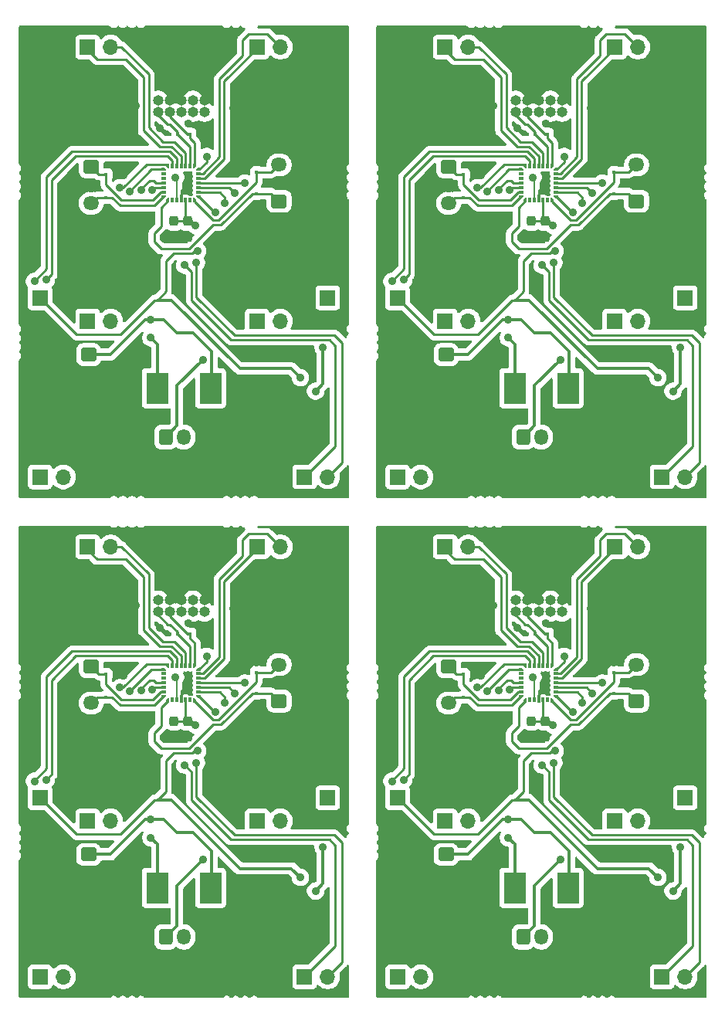
<source format=gbr>
%TF.GenerationSoftware,KiCad,Pcbnew,9.0.1*%
%TF.CreationDate,2025-05-14T16:36:12-05:00*%
%TF.ProjectId,Bottom_layer_Panel,426f7474-6f6d-45f6-9c61-7965725f5061,rev?*%
%TF.SameCoordinates,PX5fa74e0PY8cc3280*%
%TF.FileFunction,Copper,L2,Bot*%
%TF.FilePolarity,Positive*%
%FSLAX46Y46*%
G04 Gerber Fmt 4.6, Leading zero omitted, Abs format (unit mm)*
G04 Created by KiCad (PCBNEW 9.0.1) date 2025-05-14 16:36:12*
%MOMM*%
%LPD*%
G01*
G04 APERTURE LIST*
G04 Aperture macros list*
%AMRoundRect*
0 Rectangle with rounded corners*
0 $1 Rounding radius*
0 $2 $3 $4 $5 $6 $7 $8 $9 X,Y pos of 4 corners*
0 Add a 4 corners polygon primitive as box body*
4,1,4,$2,$3,$4,$5,$6,$7,$8,$9,$2,$3,0*
0 Add four circle primitives for the rounded corners*
1,1,$1+$1,$2,$3*
1,1,$1+$1,$4,$5*
1,1,$1+$1,$6,$7*
1,1,$1+$1,$8,$9*
0 Add four rect primitives between the rounded corners*
20,1,$1+$1,$2,$3,$4,$5,0*
20,1,$1+$1,$4,$5,$6,$7,0*
20,1,$1+$1,$6,$7,$8,$9,0*
20,1,$1+$1,$8,$9,$2,$3,0*%
%AMFreePoly0*
4,1,6,0.325000,0.000000,0.175000,-0.150000,-0.175000,-0.150000,-0.175000,0.150000,0.325000,0.150000,0.325000,0.000000,0.325000,0.000000,$1*%
%AMFreePoly1*
4,1,6,0.325000,0.000000,0.325000,-0.150000,-0.175000,-0.150000,-0.175000,0.150000,0.175000,0.150000,0.325000,0.000000,0.325000,0.000000,$1*%
%AMFreePoly2*
4,1,6,0.150000,-0.325000,0.000000,-0.325000,-0.150000,-0.175000,-0.150000,0.175000,0.150000,0.175000,0.150000,-0.325000,0.150000,-0.325000,$1*%
%AMFreePoly3*
4,1,6,0.150000,-0.175000,0.000000,-0.325000,-0.150000,-0.325000,-0.150000,0.175000,0.150000,0.175000,0.150000,-0.175000,0.150000,-0.175000,$1*%
%AMFreePoly4*
4,1,7,0.175000,-0.150000,-0.175000,-0.150000,-0.325000,-0.150000,-0.325000,0.000000,-0.175000,0.150000,0.175000,0.150000,0.175000,-0.150000,0.175000,-0.150000,$1*%
%AMFreePoly5*
4,1,6,0.175000,-0.150000,-0.175000,-0.150000,-0.325000,0.000000,-0.325000,0.150000,0.175000,0.150000,0.175000,-0.150000,0.175000,-0.150000,$1*%
%AMFreePoly6*
4,1,6,0.150000,0.175000,0.150000,-0.175000,-0.150000,-0.175000,-0.150000,0.325000,0.000000,0.325000,0.150000,0.175000,0.150000,0.175000,$1*%
%AMFreePoly7*
4,1,6,0.150000,-0.175000,-0.150000,-0.175000,-0.150000,0.175000,0.000000,0.325000,0.150000,0.325000,0.150000,-0.175000,0.150000,-0.175000,$1*%
G04 Aperture macros list end*
%TA.AperFunction,ComponentPad*%
%ADD10RoundRect,0.312500X-0.562500X0.437500X-0.562500X-0.437500X0.562500X-0.437500X0.562500X0.437500X0*%
%TD*%
%TA.AperFunction,ComponentPad*%
%ADD11O,1.750000X1.500000*%
%TD*%
%TA.AperFunction,ComponentPad*%
%ADD12R,1.700000X1.700000*%
%TD*%
%TA.AperFunction,ComponentPad*%
%ADD13O,1.700000X1.700000*%
%TD*%
%TA.AperFunction,ComponentPad*%
%ADD14RoundRect,0.312500X0.562500X-0.437500X0.562500X0.437500X-0.562500X0.437500X-0.562500X-0.437500X0*%
%TD*%
%TA.AperFunction,ComponentPad*%
%ADD15RoundRect,0.312500X-0.437500X-0.562500X0.437500X-0.562500X0.437500X0.562500X-0.437500X0.562500X0*%
%TD*%
%TA.AperFunction,ComponentPad*%
%ADD16O,1.500000X1.750000*%
%TD*%
%TA.AperFunction,SMDPad,CuDef*%
%ADD17R,0.400000X0.400000*%
%TD*%
%TA.AperFunction,ComponentPad*%
%ADD18O,1.150000X1.150000*%
%TD*%
%TA.AperFunction,SMDPad,CuDef*%
%ADD19FreePoly0,90.000000*%
%TD*%
%TA.AperFunction,SMDPad,CuDef*%
%ADD20R,0.300000X0.550000*%
%TD*%
%TA.AperFunction,SMDPad,CuDef*%
%ADD21R,0.300000X0.850000*%
%TD*%
%TA.AperFunction,SMDPad,CuDef*%
%ADD22FreePoly1,90.000000*%
%TD*%
%TA.AperFunction,SMDPad,CuDef*%
%ADD23FreePoly2,90.000000*%
%TD*%
%TA.AperFunction,SMDPad,CuDef*%
%ADD24R,0.550000X0.300000*%
%TD*%
%TA.AperFunction,SMDPad,CuDef*%
%ADD25FreePoly3,90.000000*%
%TD*%
%TA.AperFunction,SMDPad,CuDef*%
%ADD26FreePoly4,90.000000*%
%TD*%
%TA.AperFunction,SMDPad,CuDef*%
%ADD27FreePoly5,90.000000*%
%TD*%
%TA.AperFunction,SMDPad,CuDef*%
%ADD28FreePoly6,90.000000*%
%TD*%
%TA.AperFunction,SMDPad,CuDef*%
%ADD29FreePoly7,90.000000*%
%TD*%
%TA.AperFunction,SMDPad,CuDef*%
%ADD30R,2.413000X3.429000*%
%TD*%
%TA.AperFunction,SMDPad,CuDef*%
%ADD31RoundRect,0.237500X-0.237500X0.300000X-0.237500X-0.300000X0.237500X-0.300000X0.237500X0.300000X0*%
%TD*%
%TA.AperFunction,ViaPad*%
%ADD32C,0.900000*%
%TD*%
%TA.AperFunction,ViaPad*%
%ADD33C,0.800000*%
%TD*%
%TA.AperFunction,Conductor*%
%ADD34C,0.250000*%
%TD*%
%TA.AperFunction,Conductor*%
%ADD35C,0.350000*%
%TD*%
%TA.AperFunction,Conductor*%
%ADD36C,0.195000*%
%TD*%
%TA.AperFunction,Conductor*%
%ADD37C,0.200000*%
%TD*%
G04 APERTURE END LIST*
D10*
%TO.P,J17,1,Pin_1*%
%TO.N,Board_0-USART2_RX*%
X18430000Y101640000D03*
D11*
%TO.P,J17,2,Pin_2*%
%TO.N,Board_0-GND*%
X18430000Y99640000D03*
%TO.P,J17,3,Pin_3*%
%TO.N,Board_0-USART2_TX*%
X18430000Y97640000D03*
%TD*%
D10*
%TO.P,J21,1,Pin_1*%
%TO.N,Board_0-VEE*%
X18150000Y81040000D03*
D11*
%TO.P,J21,2,Pin_2*%
%TO.N,Board_0-GND*%
X18150000Y79040000D03*
%TD*%
D12*
%TO.P,J19,1,Pin_1*%
%TO.N,Board_1-+7.5V*%
X83570000Y87270000D03*
D13*
%TO.P,J19,2,Pin_2*%
%TO.N,Board_1-GND*%
X83570000Y84730000D03*
%TD*%
D12*
%TO.P,J10,1,Pin_1*%
%TO.N,Board_1-A1*%
X57240000Y114760000D03*
D13*
%TO.P,J10,2,Pin_2*%
%TO.N,Board_1-A2*%
X59780000Y114760000D03*
%TD*%
D12*
%TO.P,J11,1,Pin_1*%
%TO.N,Board_3-D1*%
X75840000Y59960000D03*
D13*
%TO.P,J11,2,Pin_2*%
%TO.N,Board_3-D2*%
X78380000Y59960000D03*
%TD*%
D14*
%TO.P,J16,1,Pin_1*%
%TO.N,Board_2-USART1_RX*%
X39030000Y43050000D03*
D11*
%TO.P,J16,2,Pin_2*%
%TO.N,Board_2-GND*%
X39030000Y45050000D03*
%TO.P,J16,3,Pin_3*%
%TO.N,Board_2-USART1_TX*%
X39030000Y47050000D03*
%TD*%
D10*
%TO.P,J21,1,Pin_1*%
%TO.N,Board_3-VEE*%
X57350000Y26240000D03*
D11*
%TO.P,J21,2,Pin_2*%
%TO.N,Board_3-GND*%
X57350000Y24240000D03*
%TD*%
D10*
%TO.P,J17,1,Pin_1*%
%TO.N,Board_2-USART2_RX*%
X18430000Y46840000D03*
D11*
%TO.P,J17,2,Pin_2*%
%TO.N,Board_2-GND*%
X18430000Y44840000D03*
%TO.P,J17,3,Pin_3*%
%TO.N,Board_2-USART2_TX*%
X18430000Y42840000D03*
%TD*%
D12*
%TO.P,J19,1,Pin_1*%
%TO.N,Board_0-+7.5V*%
X44370000Y87270000D03*
D13*
%TO.P,J19,2,Pin_2*%
%TO.N,Board_0-GND*%
X44370000Y84730000D03*
%TD*%
D15*
%TO.P,J20,1,Pin_1*%
%TO.N,Board_3-+7.5V*%
X65800000Y17190000D03*
D16*
%TO.P,J20,2,Pin_2*%
%TO.N,Board_3-/Power_suply/Batt2*%
X67800000Y17190000D03*
%TO.P,J20,3,Pin_3*%
%TO.N,Board_3-GND*%
X69800000Y17190000D03*
%TD*%
D15*
%TO.P,J20,1,Pin_1*%
%TO.N,Board_2-+7.5V*%
X26600000Y17190000D03*
D16*
%TO.P,J20,2,Pin_2*%
%TO.N,Board_2-/Power_suply/Batt2*%
X28600000Y17190000D03*
%TO.P,J20,3,Pin_3*%
%TO.N,Board_2-GND*%
X30600000Y17190000D03*
%TD*%
D12*
%TO.P,J14,1,Pin_1*%
%TO.N,Board_3-B1*%
X57240000Y29920000D03*
D13*
%TO.P,J14,2,Pin_2*%
%TO.N,Board_3-B2*%
X59780000Y29920000D03*
%TD*%
D14*
%TO.P,J16,1,Pin_1*%
%TO.N,Board_0-USART1_RX*%
X39030000Y97850000D03*
D11*
%TO.P,J16,2,Pin_2*%
%TO.N,Board_0-GND*%
X39030000Y99850000D03*
%TO.P,J16,3,Pin_3*%
%TO.N,Board_0-USART1_TX*%
X39030000Y101850000D03*
%TD*%
D10*
%TO.P,J21,1,Pin_1*%
%TO.N,Board_1-VEE*%
X57350000Y81040000D03*
D11*
%TO.P,J21,2,Pin_2*%
%TO.N,Board_1-GND*%
X57350000Y79040000D03*
%TD*%
D12*
%TO.P,J15,1,Pin_1*%
%TO.N,Board_1-E1*%
X75840000Y84720000D03*
D13*
%TO.P,J15,2,Pin_2*%
%TO.N,Board_1-E2*%
X78380000Y84720000D03*
%TD*%
D12*
%TO.P,J19,1,Pin_1*%
%TO.N,Board_3-+7.5V*%
X83570000Y32470000D03*
D13*
%TO.P,J19,2,Pin_2*%
%TO.N,Board_3-GND*%
X83570000Y29930000D03*
%TD*%
D12*
%TO.P,J13,1,Pin_1*%
%TO.N,Board_1-F2*%
X81030000Y67635000D03*
D13*
%TO.P,J13,2,Pin_2*%
%TO.N,Board_1-F1*%
X83570000Y67635000D03*
%TD*%
D12*
%TO.P,J10,1,Pin_1*%
%TO.N,Board_3-A1*%
X57240000Y59960000D03*
D13*
%TO.P,J10,2,Pin_2*%
%TO.N,Board_3-A2*%
X59780000Y59960000D03*
%TD*%
D12*
%TO.P,J14,1,Pin_1*%
%TO.N,Board_0-B1*%
X18040000Y84720000D03*
D13*
%TO.P,J14,2,Pin_2*%
%TO.N,Board_0-B2*%
X20580000Y84720000D03*
%TD*%
D10*
%TO.P,J17,1,Pin_1*%
%TO.N,Board_3-USART2_RX*%
X57630000Y46840000D03*
D11*
%TO.P,J17,2,Pin_2*%
%TO.N,Board_3-GND*%
X57630000Y44840000D03*
%TO.P,J17,3,Pin_3*%
%TO.N,Board_3-USART2_TX*%
X57630000Y42840000D03*
%TD*%
D12*
%TO.P,J14,1,Pin_1*%
%TO.N,Board_2-B1*%
X18040000Y29920000D03*
D13*
%TO.P,J14,2,Pin_2*%
%TO.N,Board_2-B2*%
X20580000Y29920000D03*
%TD*%
D12*
%TO.P,J14,1,Pin_1*%
%TO.N,Board_1-B1*%
X57240000Y84720000D03*
D13*
%TO.P,J14,2,Pin_2*%
%TO.N,Board_1-B2*%
X59780000Y84720000D03*
%TD*%
D12*
%TO.P,J13,1,Pin_1*%
%TO.N,Board_2-F2*%
X41830000Y12835000D03*
D13*
%TO.P,J13,2,Pin_2*%
%TO.N,Board_2-F1*%
X44370000Y12835000D03*
%TD*%
D12*
%TO.P,J15,1,Pin_1*%
%TO.N,Board_3-E1*%
X75840000Y29920000D03*
D13*
%TO.P,J15,2,Pin_2*%
%TO.N,Board_3-E2*%
X78380000Y29920000D03*
%TD*%
D12*
%TO.P,J12,1,Pin_1*%
%TO.N,Board_2-C2*%
X12830000Y12830000D03*
D13*
%TO.P,J12,2,Pin_2*%
%TO.N,Board_2-C1*%
X15370000Y12830000D03*
%TD*%
D12*
%TO.P,J10,1,Pin_1*%
%TO.N,Board_0-A1*%
X18040000Y114760000D03*
D13*
%TO.P,J10,2,Pin_2*%
%TO.N,Board_0-A2*%
X20580000Y114760000D03*
%TD*%
D12*
%TO.P,J11,1,Pin_1*%
%TO.N,Board_1-D1*%
X75840000Y114760000D03*
D13*
%TO.P,J11,2,Pin_2*%
%TO.N,Board_1-D2*%
X78380000Y114760000D03*
%TD*%
D12*
%TO.P,J15,1,Pin_1*%
%TO.N,Board_2-E1*%
X36640000Y29920000D03*
D13*
%TO.P,J15,2,Pin_2*%
%TO.N,Board_2-E2*%
X39180000Y29920000D03*
%TD*%
D12*
%TO.P,J18,1,Pin_1*%
%TO.N,Board_3-+3.3V*%
X52015000Y32470000D03*
D13*
%TO.P,J18,2,Pin_2*%
%TO.N,Board_3-GND*%
X52015000Y29930000D03*
%TD*%
D12*
%TO.P,J13,1,Pin_1*%
%TO.N,Board_3-F2*%
X81030000Y12835000D03*
D13*
%TO.P,J13,2,Pin_2*%
%TO.N,Board_3-F1*%
X83570000Y12835000D03*
%TD*%
D10*
%TO.P,J21,1,Pin_1*%
%TO.N,Board_2-VEE*%
X18150000Y26240000D03*
D11*
%TO.P,J21,2,Pin_2*%
%TO.N,Board_2-GND*%
X18150000Y24240000D03*
%TD*%
D12*
%TO.P,J10,1,Pin_1*%
%TO.N,Board_2-A1*%
X18040000Y59960000D03*
D13*
%TO.P,J10,2,Pin_2*%
%TO.N,Board_2-A2*%
X20580000Y59960000D03*
%TD*%
D12*
%TO.P,J18,1,Pin_1*%
%TO.N,Board_2-+3.3V*%
X12815000Y32470000D03*
D13*
%TO.P,J18,2,Pin_2*%
%TO.N,Board_2-GND*%
X12815000Y29930000D03*
%TD*%
D15*
%TO.P,J20,1,Pin_1*%
%TO.N,Board_1-+7.5V*%
X65800000Y71990000D03*
D16*
%TO.P,J20,2,Pin_2*%
%TO.N,Board_1-/Power_suply/Batt2*%
X67800000Y71990000D03*
%TO.P,J20,3,Pin_3*%
%TO.N,Board_1-GND*%
X69800000Y71990000D03*
%TD*%
D12*
%TO.P,J18,1,Pin_1*%
%TO.N,Board_0-+3.3V*%
X12815000Y87270000D03*
D13*
%TO.P,J18,2,Pin_2*%
%TO.N,Board_0-GND*%
X12815000Y84730000D03*
%TD*%
D12*
%TO.P,J15,1,Pin_1*%
%TO.N,Board_0-E1*%
X36640000Y84720000D03*
D13*
%TO.P,J15,2,Pin_2*%
%TO.N,Board_0-E2*%
X39180000Y84720000D03*
%TD*%
D12*
%TO.P,J13,1,Pin_1*%
%TO.N,Board_0-F2*%
X41830000Y67635000D03*
D13*
%TO.P,J13,2,Pin_2*%
%TO.N,Board_0-F1*%
X44370000Y67635000D03*
%TD*%
D12*
%TO.P,J11,1,Pin_1*%
%TO.N,Board_0-D1*%
X36640000Y114760000D03*
D13*
%TO.P,J11,2,Pin_2*%
%TO.N,Board_0-D2*%
X39180000Y114760000D03*
%TD*%
D15*
%TO.P,J20,1,Pin_1*%
%TO.N,Board_0-+7.5V*%
X26600000Y71990000D03*
D16*
%TO.P,J20,2,Pin_2*%
%TO.N,Board_0-/Power_suply/Batt2*%
X28600000Y71990000D03*
%TO.P,J20,3,Pin_3*%
%TO.N,Board_0-GND*%
X30600000Y71990000D03*
%TD*%
D12*
%TO.P,J12,1,Pin_1*%
%TO.N,Board_3-C2*%
X52030000Y12830000D03*
D13*
%TO.P,J12,2,Pin_2*%
%TO.N,Board_3-C1*%
X54570000Y12830000D03*
%TD*%
D12*
%TO.P,J12,1,Pin_1*%
%TO.N,Board_1-C2*%
X52030000Y67630000D03*
D13*
%TO.P,J12,2,Pin_2*%
%TO.N,Board_1-C1*%
X54570000Y67630000D03*
%TD*%
D14*
%TO.P,J16,1,Pin_1*%
%TO.N,Board_3-USART1_RX*%
X78230000Y43050000D03*
D11*
%TO.P,J16,2,Pin_2*%
%TO.N,Board_3-GND*%
X78230000Y45050000D03*
%TO.P,J16,3,Pin_3*%
%TO.N,Board_3-USART1_TX*%
X78230000Y47050000D03*
%TD*%
D12*
%TO.P,J11,1,Pin_1*%
%TO.N,Board_2-D1*%
X36640000Y59960000D03*
D13*
%TO.P,J11,2,Pin_2*%
%TO.N,Board_2-D2*%
X39180000Y59960000D03*
%TD*%
D12*
%TO.P,J19,1,Pin_1*%
%TO.N,Board_2-+7.5V*%
X44370000Y32470000D03*
D13*
%TO.P,J19,2,Pin_2*%
%TO.N,Board_2-GND*%
X44370000Y29930000D03*
%TD*%
D14*
%TO.P,J16,1,Pin_1*%
%TO.N,Board_1-USART1_RX*%
X78230000Y97850000D03*
D11*
%TO.P,J16,2,Pin_2*%
%TO.N,Board_1-GND*%
X78230000Y99850000D03*
%TO.P,J16,3,Pin_3*%
%TO.N,Board_1-USART1_TX*%
X78230000Y101850000D03*
%TD*%
D10*
%TO.P,J17,1,Pin_1*%
%TO.N,Board_1-USART2_RX*%
X57630000Y101640000D03*
D11*
%TO.P,J17,2,Pin_2*%
%TO.N,Board_1-GND*%
X57630000Y99640000D03*
%TO.P,J17,3,Pin_3*%
%TO.N,Board_1-USART2_TX*%
X57630000Y97640000D03*
%TD*%
D12*
%TO.P,J12,1,Pin_1*%
%TO.N,Board_0-C2*%
X12830000Y67630000D03*
D13*
%TO.P,J12,2,Pin_2*%
%TO.N,Board_0-C1*%
X15370000Y67630000D03*
%TD*%
D12*
%TO.P,J18,1,Pin_1*%
%TO.N,Board_1-+3.3V*%
X52015000Y87270000D03*
D13*
%TO.P,J18,2,Pin_2*%
%TO.N,Board_1-GND*%
X52015000Y84730000D03*
%TD*%
D17*
%TO.P,D3,1,A1*%
%TO.N,Board_3-GND*%
X75770000Y43060000D03*
%TO.P,D3,2,A2*%
%TO.N,Board_3-USART1_RX*%
X75770000Y43900000D03*
%TD*%
D18*
%TO.P,J9,1,VTref*%
%TO.N,Board_3-+3.3V*%
X64990000Y54115000D03*
%TO.P,J9,2,SWDIO/TMS*%
%TO.N,Board_3-/MCU/PA13*%
X64990000Y52845000D03*
%TO.P,J9,3,GND*%
%TO.N,Board_3-GND*%
X66260000Y54115000D03*
%TO.P,J9,4,SWDCLK/TCK*%
%TO.N,Board_3-/MCU/PA14*%
X66260000Y52845000D03*
%TO.P,J9,5,GND*%
%TO.N,Board_3-GND*%
X67530000Y54115000D03*
%TO.P,J9,6,SWO/TDO*%
%TO.N,Board_3-unconnected-(J9-SWO{slash}TDO-Pad6)*%
X67530000Y52845000D03*
%TO.P,J9,7,KEY*%
%TO.N,Board_3-unconnected-(J9-KEY-Pad7)*%
X68800000Y54115000D03*
%TO.P,J9,8,NC/TDI*%
%TO.N,Board_3-unconnected-(J9-NC{slash}TDI-Pad8)*%
X68800000Y52845000D03*
%TO.P,J9,9,GNDDetect*%
%TO.N,Board_3-GND*%
X70070000Y54115000D03*
%TO.P,J9,10,~{RESET}*%
%TO.N,Board_3-/MCU/NRST*%
X70070000Y52845000D03*
%TD*%
D17*
%TO.P,D4,1,A1*%
%TO.N,Board_3-GND*%
X75770000Y47050000D03*
%TO.P,D4,2,A2*%
%TO.N,Board_3-USART1_TX*%
X75770000Y46210000D03*
%TD*%
D19*
%TO.P,U5,1,PC14-OSCX_IN*%
%TO.N,Board_2-USART1_TX*%
X29790000Y43075000D03*
D20*
%TO.P,U5,2,PC15-OSCX_OUT*%
%TO.N,Board_2-unconnected-(U5-PC15-OSCX_OUT-Pad2)*%
X29290000Y43175000D03*
%TO.P,U5,3,VDD/VDDA*%
%TO.N,Board_2-+3.3V*%
X28790000Y43175000D03*
D21*
%TO.P,U5,4,VSS/VSSA*%
%TO.N,Board_2-GND*%
X28290000Y43325000D03*
D20*
%TO.P,U5,5,PF2-NRST*%
%TO.N,Board_2-/MCU/NRST*%
X27790000Y43175000D03*
%TO.P,U5,6,PA0*%
%TO.N,Board_2-unconnected-(U5-PA0-Pad6)*%
X27290000Y43175000D03*
D22*
%TO.P,U5,7,PA1*%
%TO.N,Board_2-USART1_RX*%
X26790000Y43075000D03*
D23*
%TO.P,U5,8,PA2*%
%TO.N,Board_2-USART2_TX*%
X26315000Y43550000D03*
D24*
%TO.P,U5,9,PA3*%
%TO.N,Board_2-USART2_RX*%
X26415000Y44050000D03*
%TO.P,U5,10,PA04*%
%TO.N,Board_2-F1*%
X26415000Y44550000D03*
%TO.P,U5,11,PA5*%
%TO.N,Board_2-F2*%
X26415000Y45050000D03*
%TO.P,U5,12,PA6*%
%TO.N,Board_2-unconnected-(U5-PA6-Pad12)*%
X26415000Y45550000D03*
%TO.P,U5,13,PA7*%
%TO.N,Board_2-unconnected-(U5-PA7-Pad13)*%
X26415000Y46050000D03*
D25*
%TO.P,U5,14,PB0*%
%TO.N,Board_2-B2*%
X26315000Y46550000D03*
D26*
%TO.P,U5,15,PB1*%
%TO.N,Board_2-B1*%
X26790000Y47025000D03*
D20*
%TO.P,U5,16,PA8*%
%TO.N,Board_2-C1*%
X27290000Y46925000D03*
%TO.P,U5,17,PC6*%
%TO.N,Board_2-C2*%
X27790000Y46925000D03*
%TO.P,U5,18,PA11_[PA9]*%
%TO.N,Board_2-A1*%
X28290000Y46925000D03*
%TO.P,U5,19,PA12_[PA10]*%
%TO.N,Board_2-A2*%
X28790000Y46925000D03*
%TO.P,U5,20,PA13*%
%TO.N,Board_2-/MCU/PA13*%
X29290000Y46925000D03*
D27*
%TO.P,U5,21,PA14-BOOT0*%
%TO.N,Board_2-/MCU/PA14*%
X29790000Y47025000D03*
D28*
%TO.P,U5,22,PA15*%
%TO.N,Board_2-BUZZER*%
X30265000Y46550000D03*
D24*
%TO.P,U5,23,PB3*%
%TO.N,Board_2-D2*%
X30165000Y46050000D03*
%TO.P,U5,24,PB4*%
%TO.N,Board_2-D1*%
X30165000Y45550000D03*
%TO.P,U5,25,PB5*%
%TO.N,Board_2-E1*%
X30165000Y45050000D03*
%TO.P,U5,26,PB6*%
%TO.N,Board_2-E2*%
X30165000Y44550000D03*
%TO.P,U5,27,PB7*%
%TO.N,Board_2-I2C1_SDA*%
X30165000Y44050000D03*
D29*
%TO.P,U5,28,PB8*%
%TO.N,Board_2-I2C1_SCL*%
X30265000Y43550000D03*
%TD*%
D17*
%TO.P,D1,1,A1*%
%TO.N,Board_2-GND*%
X27080000Y50400000D03*
%TO.P,D1,2,A2*%
%TO.N,Board_2-/MCU/PA13*%
X27920000Y50400000D03*
%TD*%
D30*
%TO.P,L1,1*%
%TO.N,Board_3-VEE*%
X70741000Y22560000D03*
%TO.P,L1,2*%
%TO.N,Board_3-Net-(C20-Pad1)*%
X64899000Y22560000D03*
%TD*%
D18*
%TO.P,J9,1,VTref*%
%TO.N,Board_0-+3.3V*%
X25790000Y108915000D03*
%TO.P,J9,2,SWDIO/TMS*%
%TO.N,Board_0-/MCU/PA13*%
X25790000Y107645000D03*
%TO.P,J9,3,GND*%
%TO.N,Board_0-GND*%
X27060000Y108915000D03*
%TO.P,J9,4,SWDCLK/TCK*%
%TO.N,Board_0-/MCU/PA14*%
X27060000Y107645000D03*
%TO.P,J9,5,GND*%
%TO.N,Board_0-GND*%
X28330000Y108915000D03*
%TO.P,J9,6,SWO/TDO*%
%TO.N,Board_0-unconnected-(J9-SWO{slash}TDO-Pad6)*%
X28330000Y107645000D03*
%TO.P,J9,7,KEY*%
%TO.N,Board_0-unconnected-(J9-KEY-Pad7)*%
X29600000Y108915000D03*
%TO.P,J9,8,NC/TDI*%
%TO.N,Board_0-unconnected-(J9-NC{slash}TDI-Pad8)*%
X29600000Y107645000D03*
%TO.P,J9,9,GNDDetect*%
%TO.N,Board_0-GND*%
X30870000Y108915000D03*
%TO.P,J9,10,~{RESET}*%
%TO.N,Board_0-/MCU/NRST*%
X30870000Y107645000D03*
%TD*%
D17*
%TO.P,D4,1,A1*%
%TO.N,Board_2-GND*%
X36570000Y47050000D03*
%TO.P,D4,2,A2*%
%TO.N,Board_2-USART1_TX*%
X36570000Y46210000D03*
%TD*%
D19*
%TO.P,U5,1,PC14-OSCX_IN*%
%TO.N,Board_0-USART1_TX*%
X29790000Y97875000D03*
D20*
%TO.P,U5,2,PC15-OSCX_OUT*%
%TO.N,Board_0-unconnected-(U5-PC15-OSCX_OUT-Pad2)*%
X29290000Y97975000D03*
%TO.P,U5,3,VDD/VDDA*%
%TO.N,Board_0-+3.3V*%
X28790000Y97975000D03*
D21*
%TO.P,U5,4,VSS/VSSA*%
%TO.N,Board_0-GND*%
X28290000Y98125000D03*
D20*
%TO.P,U5,5,PF2-NRST*%
%TO.N,Board_0-/MCU/NRST*%
X27790000Y97975000D03*
%TO.P,U5,6,PA0*%
%TO.N,Board_0-unconnected-(U5-PA0-Pad6)*%
X27290000Y97975000D03*
D22*
%TO.P,U5,7,PA1*%
%TO.N,Board_0-USART1_RX*%
X26790000Y97875000D03*
D23*
%TO.P,U5,8,PA2*%
%TO.N,Board_0-USART2_TX*%
X26315000Y98350000D03*
D24*
%TO.P,U5,9,PA3*%
%TO.N,Board_0-USART2_RX*%
X26415000Y98850000D03*
%TO.P,U5,10,PA04*%
%TO.N,Board_0-F1*%
X26415000Y99350000D03*
%TO.P,U5,11,PA5*%
%TO.N,Board_0-F2*%
X26415000Y99850000D03*
%TO.P,U5,12,PA6*%
%TO.N,Board_0-unconnected-(U5-PA6-Pad12)*%
X26415000Y100350000D03*
%TO.P,U5,13,PA7*%
%TO.N,Board_0-unconnected-(U5-PA7-Pad13)*%
X26415000Y100850000D03*
D25*
%TO.P,U5,14,PB0*%
%TO.N,Board_0-B2*%
X26315000Y101350000D03*
D26*
%TO.P,U5,15,PB1*%
%TO.N,Board_0-B1*%
X26790000Y101825000D03*
D20*
%TO.P,U5,16,PA8*%
%TO.N,Board_0-C1*%
X27290000Y101725000D03*
%TO.P,U5,17,PC6*%
%TO.N,Board_0-C2*%
X27790000Y101725000D03*
%TO.P,U5,18,PA11_[PA9]*%
%TO.N,Board_0-A1*%
X28290000Y101725000D03*
%TO.P,U5,19,PA12_[PA10]*%
%TO.N,Board_0-A2*%
X28790000Y101725000D03*
%TO.P,U5,20,PA13*%
%TO.N,Board_0-/MCU/PA13*%
X29290000Y101725000D03*
D27*
%TO.P,U5,21,PA14-BOOT0*%
%TO.N,Board_0-/MCU/PA14*%
X29790000Y101825000D03*
D28*
%TO.P,U5,22,PA15*%
%TO.N,Board_0-BUZZER*%
X30265000Y101350000D03*
D24*
%TO.P,U5,23,PB3*%
%TO.N,Board_0-D2*%
X30165000Y100850000D03*
%TO.P,U5,24,PB4*%
%TO.N,Board_0-D1*%
X30165000Y100350000D03*
%TO.P,U5,25,PB5*%
%TO.N,Board_0-E1*%
X30165000Y99850000D03*
%TO.P,U5,26,PB6*%
%TO.N,Board_0-E2*%
X30165000Y99350000D03*
%TO.P,U5,27,PB7*%
%TO.N,Board_0-I2C1_SDA*%
X30165000Y98850000D03*
D29*
%TO.P,U5,28,PB8*%
%TO.N,Board_0-I2C1_SCL*%
X30265000Y98350000D03*
%TD*%
D17*
%TO.P,D2,1,A1*%
%TO.N,Board_0-GND*%
X30097500Y105210000D03*
%TO.P,D2,2,A2*%
%TO.N,Board_0-/MCU/PA14*%
X29257500Y105210000D03*
%TD*%
%TO.P,D3,1,A1*%
%TO.N,Board_0-GND*%
X36570000Y97860000D03*
%TO.P,D3,2,A2*%
%TO.N,Board_0-USART1_RX*%
X36570000Y98700000D03*
%TD*%
%TO.P,D4,1,A1*%
%TO.N,Board_0-GND*%
X36570000Y101850000D03*
%TO.P,D4,2,A2*%
%TO.N,Board_0-USART1_TX*%
X36570000Y101010000D03*
%TD*%
D30*
%TO.P,L1,1*%
%TO.N,Board_2-VEE*%
X31541000Y22560000D03*
%TO.P,L1,2*%
%TO.N,Board_2-Net-(C20-Pad1)*%
X25699000Y22560000D03*
%TD*%
D19*
%TO.P,U5,1,PC14-OSCX_IN*%
%TO.N,Board_1-USART1_TX*%
X68990000Y97875000D03*
D20*
%TO.P,U5,2,PC15-OSCX_OUT*%
%TO.N,Board_1-unconnected-(U5-PC15-OSCX_OUT-Pad2)*%
X68490000Y97975000D03*
%TO.P,U5,3,VDD/VDDA*%
%TO.N,Board_1-+3.3V*%
X67990000Y97975000D03*
D21*
%TO.P,U5,4,VSS/VSSA*%
%TO.N,Board_1-GND*%
X67490000Y98125000D03*
D20*
%TO.P,U5,5,PF2-NRST*%
%TO.N,Board_1-/MCU/NRST*%
X66990000Y97975000D03*
%TO.P,U5,6,PA0*%
%TO.N,Board_1-unconnected-(U5-PA0-Pad6)*%
X66490000Y97975000D03*
D22*
%TO.P,U5,7,PA1*%
%TO.N,Board_1-USART1_RX*%
X65990000Y97875000D03*
D23*
%TO.P,U5,8,PA2*%
%TO.N,Board_1-USART2_TX*%
X65515000Y98350000D03*
D24*
%TO.P,U5,9,PA3*%
%TO.N,Board_1-USART2_RX*%
X65615000Y98850000D03*
%TO.P,U5,10,PA04*%
%TO.N,Board_1-F1*%
X65615000Y99350000D03*
%TO.P,U5,11,PA5*%
%TO.N,Board_1-F2*%
X65615000Y99850000D03*
%TO.P,U5,12,PA6*%
%TO.N,Board_1-unconnected-(U5-PA6-Pad12)*%
X65615000Y100350000D03*
%TO.P,U5,13,PA7*%
%TO.N,Board_1-unconnected-(U5-PA7-Pad13)*%
X65615000Y100850000D03*
D25*
%TO.P,U5,14,PB0*%
%TO.N,Board_1-B2*%
X65515000Y101350000D03*
D26*
%TO.P,U5,15,PB1*%
%TO.N,Board_1-B1*%
X65990000Y101825000D03*
D20*
%TO.P,U5,16,PA8*%
%TO.N,Board_1-C1*%
X66490000Y101725000D03*
%TO.P,U5,17,PC6*%
%TO.N,Board_1-C2*%
X66990000Y101725000D03*
%TO.P,U5,18,PA11_[PA9]*%
%TO.N,Board_1-A1*%
X67490000Y101725000D03*
%TO.P,U5,19,PA12_[PA10]*%
%TO.N,Board_1-A2*%
X67990000Y101725000D03*
%TO.P,U5,20,PA13*%
%TO.N,Board_1-/MCU/PA13*%
X68490000Y101725000D03*
D27*
%TO.P,U5,21,PA14-BOOT0*%
%TO.N,Board_1-/MCU/PA14*%
X68990000Y101825000D03*
D28*
%TO.P,U5,22,PA15*%
%TO.N,Board_1-BUZZER*%
X69465000Y101350000D03*
D24*
%TO.P,U5,23,PB3*%
%TO.N,Board_1-D2*%
X69365000Y100850000D03*
%TO.P,U5,24,PB4*%
%TO.N,Board_1-D1*%
X69365000Y100350000D03*
%TO.P,U5,25,PB5*%
%TO.N,Board_1-E1*%
X69365000Y99850000D03*
%TO.P,U5,26,PB6*%
%TO.N,Board_1-E2*%
X69365000Y99350000D03*
%TO.P,U5,27,PB7*%
%TO.N,Board_1-I2C1_SDA*%
X69365000Y98850000D03*
D29*
%TO.P,U5,28,PB8*%
%TO.N,Board_1-I2C1_SCL*%
X69465000Y98350000D03*
%TD*%
D17*
%TO.P,D1,1,A1*%
%TO.N,Board_0-GND*%
X27080000Y105200000D03*
%TO.P,D1,2,A2*%
%TO.N,Board_0-/MCU/PA13*%
X27920000Y105200000D03*
%TD*%
D31*
%TO.P,C13,1*%
%TO.N,Board_0-+3.3V*%
X28980000Y95670000D03*
%TO.P,C13,2*%
%TO.N,Board_0-GND*%
X28980000Y93945000D03*
%TD*%
D17*
%TO.P,D5,1,A1*%
%TO.N,Board_1-GND*%
X59270000Y101620000D03*
%TO.P,D5,2,A2*%
%TO.N,Board_1-USART2_RX*%
X59270000Y100780000D03*
%TD*%
%TO.P,D6,1,A1*%
%TO.N,Board_2-GND*%
X20070000Y42630000D03*
%TO.P,D6,2,A2*%
%TO.N,Board_2-USART2_TX*%
X20070000Y43470000D03*
%TD*%
D31*
%TO.P,C14,1*%
%TO.N,Board_0-+3.3V*%
X27500000Y95670000D03*
%TO.P,C14,2*%
%TO.N,Board_0-GND*%
X27500000Y93945000D03*
%TD*%
D17*
%TO.P,D2,1,A1*%
%TO.N,Board_1-GND*%
X69297500Y105210000D03*
%TO.P,D2,2,A2*%
%TO.N,Board_1-/MCU/PA14*%
X68457500Y105210000D03*
%TD*%
%TO.P,D3,1,A1*%
%TO.N,Board_1-GND*%
X75770000Y97860000D03*
%TO.P,D3,2,A2*%
%TO.N,Board_1-USART1_RX*%
X75770000Y98700000D03*
%TD*%
%TO.P,D5,1,A1*%
%TO.N,Board_2-GND*%
X20070000Y46820000D03*
%TO.P,D5,2,A2*%
%TO.N,Board_2-USART2_RX*%
X20070000Y45980000D03*
%TD*%
D19*
%TO.P,U5,1,PC14-OSCX_IN*%
%TO.N,Board_3-USART1_TX*%
X68990000Y43075000D03*
D20*
%TO.P,U5,2,PC15-OSCX_OUT*%
%TO.N,Board_3-unconnected-(U5-PC15-OSCX_OUT-Pad2)*%
X68490000Y43175000D03*
%TO.P,U5,3,VDD/VDDA*%
%TO.N,Board_3-+3.3V*%
X67990000Y43175000D03*
D21*
%TO.P,U5,4,VSS/VSSA*%
%TO.N,Board_3-GND*%
X67490000Y43325000D03*
D20*
%TO.P,U5,5,PF2-NRST*%
%TO.N,Board_3-/MCU/NRST*%
X66990000Y43175000D03*
%TO.P,U5,6,PA0*%
%TO.N,Board_3-unconnected-(U5-PA0-Pad6)*%
X66490000Y43175000D03*
D22*
%TO.P,U5,7,PA1*%
%TO.N,Board_3-USART1_RX*%
X65990000Y43075000D03*
D23*
%TO.P,U5,8,PA2*%
%TO.N,Board_3-USART2_TX*%
X65515000Y43550000D03*
D24*
%TO.P,U5,9,PA3*%
%TO.N,Board_3-USART2_RX*%
X65615000Y44050000D03*
%TO.P,U5,10,PA04*%
%TO.N,Board_3-F1*%
X65615000Y44550000D03*
%TO.P,U5,11,PA5*%
%TO.N,Board_3-F2*%
X65615000Y45050000D03*
%TO.P,U5,12,PA6*%
%TO.N,Board_3-unconnected-(U5-PA6-Pad12)*%
X65615000Y45550000D03*
%TO.P,U5,13,PA7*%
%TO.N,Board_3-unconnected-(U5-PA7-Pad13)*%
X65615000Y46050000D03*
D25*
%TO.P,U5,14,PB0*%
%TO.N,Board_3-B2*%
X65515000Y46550000D03*
D26*
%TO.P,U5,15,PB1*%
%TO.N,Board_3-B1*%
X65990000Y47025000D03*
D20*
%TO.P,U5,16,PA8*%
%TO.N,Board_3-C1*%
X66490000Y46925000D03*
%TO.P,U5,17,PC6*%
%TO.N,Board_3-C2*%
X66990000Y46925000D03*
%TO.P,U5,18,PA11_[PA9]*%
%TO.N,Board_3-A1*%
X67490000Y46925000D03*
%TO.P,U5,19,PA12_[PA10]*%
%TO.N,Board_3-A2*%
X67990000Y46925000D03*
%TO.P,U5,20,PA13*%
%TO.N,Board_3-/MCU/PA13*%
X68490000Y46925000D03*
D27*
%TO.P,U5,21,PA14-BOOT0*%
%TO.N,Board_3-/MCU/PA14*%
X68990000Y47025000D03*
D28*
%TO.P,U5,22,PA15*%
%TO.N,Board_3-BUZZER*%
X69465000Y46550000D03*
D24*
%TO.P,U5,23,PB3*%
%TO.N,Board_3-D2*%
X69365000Y46050000D03*
%TO.P,U5,24,PB4*%
%TO.N,Board_3-D1*%
X69365000Y45550000D03*
%TO.P,U5,25,PB5*%
%TO.N,Board_3-E1*%
X69365000Y45050000D03*
%TO.P,U5,26,PB6*%
%TO.N,Board_3-E2*%
X69365000Y44550000D03*
%TO.P,U5,27,PB7*%
%TO.N,Board_3-I2C1_SDA*%
X69365000Y44050000D03*
D29*
%TO.P,U5,28,PB8*%
%TO.N,Board_3-I2C1_SCL*%
X69465000Y43550000D03*
%TD*%
D31*
%TO.P,C14,1*%
%TO.N,Board_2-+3.3V*%
X27500000Y40870000D03*
%TO.P,C14,2*%
%TO.N,Board_2-GND*%
X27500000Y39145000D03*
%TD*%
D17*
%TO.P,D6,1,A1*%
%TO.N,Board_3-GND*%
X59270000Y42630000D03*
%TO.P,D6,2,A2*%
%TO.N,Board_3-USART2_TX*%
X59270000Y43470000D03*
%TD*%
D31*
%TO.P,C13,1*%
%TO.N,Board_1-+3.3V*%
X68180000Y95670000D03*
%TO.P,C13,2*%
%TO.N,Board_1-GND*%
X68180000Y93945000D03*
%TD*%
D18*
%TO.P,J9,1,VTref*%
%TO.N,Board_1-+3.3V*%
X64990000Y108915000D03*
%TO.P,J9,2,SWDIO/TMS*%
%TO.N,Board_1-/MCU/PA13*%
X64990000Y107645000D03*
%TO.P,J9,3,GND*%
%TO.N,Board_1-GND*%
X66260000Y108915000D03*
%TO.P,J9,4,SWDCLK/TCK*%
%TO.N,Board_1-/MCU/PA14*%
X66260000Y107645000D03*
%TO.P,J9,5,GND*%
%TO.N,Board_1-GND*%
X67530000Y108915000D03*
%TO.P,J9,6,SWO/TDO*%
%TO.N,Board_1-unconnected-(J9-SWO{slash}TDO-Pad6)*%
X67530000Y107645000D03*
%TO.P,J9,7,KEY*%
%TO.N,Board_1-unconnected-(J9-KEY-Pad7)*%
X68800000Y108915000D03*
%TO.P,J9,8,NC/TDI*%
%TO.N,Board_1-unconnected-(J9-NC{slash}TDI-Pad8)*%
X68800000Y107645000D03*
%TO.P,J9,9,GNDDetect*%
%TO.N,Board_1-GND*%
X70070000Y108915000D03*
%TO.P,J9,10,~{RESET}*%
%TO.N,Board_1-/MCU/NRST*%
X70070000Y107645000D03*
%TD*%
%TO.P,J9,1,VTref*%
%TO.N,Board_2-+3.3V*%
X25790000Y54115000D03*
%TO.P,J9,2,SWDIO/TMS*%
%TO.N,Board_2-/MCU/PA13*%
X25790000Y52845000D03*
%TO.P,J9,3,GND*%
%TO.N,Board_2-GND*%
X27060000Y54115000D03*
%TO.P,J9,4,SWDCLK/TCK*%
%TO.N,Board_2-/MCU/PA14*%
X27060000Y52845000D03*
%TO.P,J9,5,GND*%
%TO.N,Board_2-GND*%
X28330000Y54115000D03*
%TO.P,J9,6,SWO/TDO*%
%TO.N,Board_2-unconnected-(J9-SWO{slash}TDO-Pad6)*%
X28330000Y52845000D03*
%TO.P,J9,7,KEY*%
%TO.N,Board_2-unconnected-(J9-KEY-Pad7)*%
X29600000Y54115000D03*
%TO.P,J9,8,NC/TDI*%
%TO.N,Board_2-unconnected-(J9-NC{slash}TDI-Pad8)*%
X29600000Y52845000D03*
%TO.P,J9,9,GNDDetect*%
%TO.N,Board_2-GND*%
X30870000Y54115000D03*
%TO.P,J9,10,~{RESET}*%
%TO.N,Board_2-/MCU/NRST*%
X30870000Y52845000D03*
%TD*%
D31*
%TO.P,C13,1*%
%TO.N,Board_2-+3.3V*%
X28980000Y40870000D03*
%TO.P,C13,2*%
%TO.N,Board_2-GND*%
X28980000Y39145000D03*
%TD*%
D17*
%TO.P,D1,1,A1*%
%TO.N,Board_3-GND*%
X66280000Y50400000D03*
%TO.P,D1,2,A2*%
%TO.N,Board_3-/MCU/PA13*%
X67120000Y50400000D03*
%TD*%
D30*
%TO.P,L1,1*%
%TO.N,Board_1-VEE*%
X70741000Y77360000D03*
%TO.P,L1,2*%
%TO.N,Board_1-Net-(C20-Pad1)*%
X64899000Y77360000D03*
%TD*%
D17*
%TO.P,D4,1,A1*%
%TO.N,Board_1-GND*%
X75770000Y101850000D03*
%TO.P,D4,2,A2*%
%TO.N,Board_1-USART1_TX*%
X75770000Y101010000D03*
%TD*%
%TO.P,D5,1,A1*%
%TO.N,Board_3-GND*%
X59270000Y46820000D03*
%TO.P,D5,2,A2*%
%TO.N,Board_3-USART2_RX*%
X59270000Y45980000D03*
%TD*%
%TO.P,D2,1,A1*%
%TO.N,Board_3-GND*%
X69297500Y50410000D03*
%TO.P,D2,2,A2*%
%TO.N,Board_3-/MCU/PA14*%
X68457500Y50410000D03*
%TD*%
%TO.P,D6,1,A1*%
%TO.N,Board_0-GND*%
X20070000Y97430000D03*
%TO.P,D6,2,A2*%
%TO.N,Board_0-USART2_TX*%
X20070000Y98270000D03*
%TD*%
%TO.P,D3,1,A1*%
%TO.N,Board_2-GND*%
X36570000Y43060000D03*
%TO.P,D3,2,A2*%
%TO.N,Board_2-USART1_RX*%
X36570000Y43900000D03*
%TD*%
D30*
%TO.P,L1,1*%
%TO.N,Board_0-VEE*%
X31541000Y77360000D03*
%TO.P,L1,2*%
%TO.N,Board_0-Net-(C20-Pad1)*%
X25699000Y77360000D03*
%TD*%
D17*
%TO.P,D6,1,A1*%
%TO.N,Board_1-GND*%
X59270000Y97430000D03*
%TO.P,D6,2,A2*%
%TO.N,Board_1-USART2_TX*%
X59270000Y98270000D03*
%TD*%
D31*
%TO.P,C14,1*%
%TO.N,Board_1-+3.3V*%
X66700000Y95670000D03*
%TO.P,C14,2*%
%TO.N,Board_1-GND*%
X66700000Y93945000D03*
%TD*%
D17*
%TO.P,D5,1,A1*%
%TO.N,Board_0-GND*%
X20070000Y101620000D03*
%TO.P,D5,2,A2*%
%TO.N,Board_0-USART2_RX*%
X20070000Y100780000D03*
%TD*%
D31*
%TO.P,C13,1*%
%TO.N,Board_3-+3.3V*%
X68180000Y40870000D03*
%TO.P,C13,2*%
%TO.N,Board_3-GND*%
X68180000Y39145000D03*
%TD*%
%TO.P,C14,1*%
%TO.N,Board_3-+3.3V*%
X66700000Y40870000D03*
%TO.P,C14,2*%
%TO.N,Board_3-GND*%
X66700000Y39145000D03*
%TD*%
D17*
%TO.P,D1,1,A1*%
%TO.N,Board_1-GND*%
X66280000Y105200000D03*
%TO.P,D1,2,A2*%
%TO.N,Board_1-/MCU/PA13*%
X67120000Y105200000D03*
%TD*%
%TO.P,D2,1,A1*%
%TO.N,Board_2-GND*%
X30097500Y50410000D03*
%TO.P,D2,2,A2*%
%TO.N,Board_2-/MCU/PA14*%
X29257500Y50410000D03*
%TD*%
D32*
%TO.N,Board_0-+3.3V*%
X41382687Y78517369D03*
X30108008Y92401992D03*
X29890000Y95210000D03*
%TO.N,Board_0-+7.5V*%
X30692500Y80480000D03*
X43035000Y77035000D03*
X43855000Y81854000D03*
%TO.N,Board_0-/MCU/NRST*%
X27690000Y100480000D03*
%TO.N,Board_0-B1*%
X21590142Y99335482D03*
%TO.N,Board_0-B2*%
X22670000Y98940000D03*
%TO.N,Board_0-BUZZER*%
X31095000Y102760000D03*
%TO.N,Board_0-C1*%
X13490000Y89240000D03*
%TO.N,Board_0-C2*%
X12200000Y89070000D03*
%TO.N,Board_0-E1*%
X35291636Y99848364D03*
%TO.N,Board_0-E2*%
X34166636Y98723364D03*
%TO.N,Board_0-F1*%
X29970000Y91100000D03*
X25137345Y99102655D03*
%TO.N,Board_0-F2*%
X23951611Y99060758D03*
X28670000Y90844886D03*
%TO.N,Board_0-GND*%
X40738000Y88412000D03*
X26460000Y93900000D03*
X35200000Y105390000D03*
X25965000Y105890000D03*
D33*
X28395000Y114440000D03*
D32*
X21985000Y100670000D03*
X12520000Y114500000D03*
X23120000Y74060000D03*
X41110000Y110660000D03*
X22138000Y111168000D03*
X29075000Y99060000D03*
X33485000Y85790000D03*
X35080000Y76990000D03*
X40738000Y76968000D03*
X23300000Y108340000D03*
X21921281Y76661281D03*
X33900000Y91240000D03*
X35070000Y71300000D03*
X19310000Y112340000D03*
X37960000Y78410000D03*
X40738000Y71312000D03*
X23250000Y91240000D03*
X19310000Y87240000D03*
X37830000Y112300000D03*
X41900000Y74140000D03*
X22138000Y88412000D03*
X37910000Y87240000D03*
X33960000Y108040000D03*
X19410000Y78000000D03*
X37910000Y70140000D03*
D33*
X31315000Y105040000D03*
D32*
X22138000Y105512000D03*
X35080000Y94090000D03*
X19310000Y70140000D03*
X15300000Y74140000D03*
X41890000Y108010000D03*
X16480000Y76990000D03*
X19310000Y104340000D03*
X37770000Y104340000D03*
X29085000Y106380000D03*
X22138000Y71312000D03*
X16480000Y94090000D03*
X16470000Y71300000D03*
X41900000Y91240000D03*
X40560000Y105420000D03*
X19310000Y95240000D03*
X16480000Y111190000D03*
X33900000Y74140000D03*
X34880000Y110820000D03*
X16470000Y105500000D03*
X15300000Y91240000D03*
X35070000Y88400000D03*
X16470000Y88400000D03*
X22138000Y94068000D03*
X15300000Y108340000D03*
X37910000Y95240000D03*
X40738000Y94068000D03*
%TO.N,Board_0-I2C1_SCL*%
X32095155Y96674500D03*
%TO.N,Board_0-I2C1_SDA*%
X33106636Y97663364D03*
%TO.N,Board_0-Net-(C20-Pad1)*%
X24967500Y82880000D03*
%TO.N,Board_0-VEE*%
X24967500Y84900000D03*
%TO.N,Board_1-+3.3V*%
X80582687Y78517369D03*
X69090000Y95210000D03*
X69308008Y92401992D03*
%TO.N,Board_1-+7.5V*%
X69892500Y80480000D03*
X83055000Y81854000D03*
X82235000Y77035000D03*
%TO.N,Board_1-/MCU/NRST*%
X66890000Y100480000D03*
%TO.N,Board_1-B1*%
X60790142Y99335482D03*
%TO.N,Board_1-B2*%
X61870000Y98940000D03*
%TO.N,Board_1-BUZZER*%
X70295000Y102760000D03*
%TO.N,Board_1-C1*%
X52690000Y89240000D03*
%TO.N,Board_1-C2*%
X51400000Y89070000D03*
%TO.N,Board_1-E1*%
X74491636Y99848364D03*
%TO.N,Board_1-E2*%
X73366636Y98723364D03*
%TO.N,Board_1-F1*%
X69170000Y91100000D03*
X64337345Y99102655D03*
%TO.N,Board_1-F2*%
X67870000Y90844886D03*
X63151611Y99060758D03*
%TO.N,Board_1-GND*%
X65165000Y105890000D03*
X76970000Y104340000D03*
X77160000Y78410000D03*
X54500000Y74140000D03*
X79760000Y105420000D03*
X77110000Y70140000D03*
X58510000Y104340000D03*
X55680000Y76990000D03*
X61338000Y111168000D03*
X58510000Y87240000D03*
X81090000Y108010000D03*
X74080000Y110820000D03*
X58510000Y112340000D03*
X79938000Y71312000D03*
X55680000Y94090000D03*
X73100000Y91240000D03*
X51720000Y114500000D03*
X74400000Y105390000D03*
X61338000Y71312000D03*
X73160000Y108040000D03*
X77030000Y112300000D03*
X54500000Y91240000D03*
X54500000Y108340000D03*
X77110000Y87240000D03*
X74270000Y88400000D03*
X74270000Y71300000D03*
X55680000Y111190000D03*
X62500000Y108340000D03*
D33*
X70515000Y105040000D03*
D32*
X77110000Y95240000D03*
X79938000Y94068000D03*
X74280000Y76990000D03*
X61338000Y94068000D03*
X74280000Y94090000D03*
X58510000Y95240000D03*
X65660000Y93900000D03*
X80310000Y110660000D03*
X61185000Y100670000D03*
D33*
X67595000Y114440000D03*
D32*
X55670000Y105500000D03*
X79938000Y76968000D03*
X81100000Y91240000D03*
X68285000Y106380000D03*
X62320000Y74060000D03*
X61121281Y76661281D03*
X55670000Y88400000D03*
X55670000Y71300000D03*
X68275000Y99060000D03*
X61338000Y105512000D03*
X58510000Y70140000D03*
X79938000Y88412000D03*
X62450000Y91240000D03*
X61338000Y88412000D03*
X72685000Y85790000D03*
X81100000Y74140000D03*
X58610000Y78000000D03*
X73100000Y74140000D03*
%TO.N,Board_1-I2C1_SCL*%
X71295155Y96674500D03*
%TO.N,Board_1-I2C1_SDA*%
X72306636Y97663364D03*
%TO.N,Board_1-Net-(C20-Pad1)*%
X64167500Y82880000D03*
%TO.N,Board_1-VEE*%
X64167500Y84900000D03*
%TO.N,Board_2-+3.3V*%
X29890000Y40410000D03*
X41382687Y23717369D03*
X30108008Y37601992D03*
%TO.N,Board_2-+7.5V*%
X30692500Y25680000D03*
X43855000Y27054000D03*
X43035000Y22235000D03*
%TO.N,Board_2-/MCU/NRST*%
X27690000Y45680000D03*
%TO.N,Board_2-B1*%
X21590142Y44535482D03*
%TO.N,Board_2-B2*%
X22670000Y44140000D03*
%TO.N,Board_2-BUZZER*%
X31095000Y47960000D03*
%TO.N,Board_2-C1*%
X13490000Y34440000D03*
%TO.N,Board_2-C2*%
X12200000Y34270000D03*
%TO.N,Board_2-E1*%
X35291636Y45048364D03*
%TO.N,Board_2-E2*%
X34166636Y43923364D03*
%TO.N,Board_2-F1*%
X25137345Y44302655D03*
X29970000Y36300000D03*
%TO.N,Board_2-F2*%
X23951611Y44260758D03*
X28670000Y36044886D03*
%TO.N,Board_2-GND*%
X35080000Y39290000D03*
X15300000Y19340000D03*
X40560000Y50620000D03*
X40738000Y16512000D03*
X33485000Y30990000D03*
X12520000Y59700000D03*
X22138000Y39268000D03*
X41110000Y55860000D03*
X21985000Y45870000D03*
X37830000Y57500000D03*
X35200000Y50590000D03*
X40738000Y39268000D03*
X19310000Y32440000D03*
X29075000Y44260000D03*
X29085000Y51580000D03*
X16480000Y22190000D03*
X37770000Y49540000D03*
X22138000Y16512000D03*
X15300000Y53540000D03*
X16480000Y39290000D03*
X22138000Y50712000D03*
X25965000Y51090000D03*
X40738000Y33612000D03*
X19410000Y23200000D03*
X37910000Y32440000D03*
X16470000Y16500000D03*
X19310000Y15340000D03*
X41890000Y53210000D03*
D33*
X31315000Y50240000D03*
D32*
X22138000Y56368000D03*
X19310000Y49540000D03*
X35070000Y33600000D03*
X23300000Y53540000D03*
X40738000Y22168000D03*
X41900000Y19340000D03*
X19310000Y40440000D03*
X33960000Y53240000D03*
X37910000Y40440000D03*
X26460000Y39100000D03*
X16470000Y33600000D03*
X15300000Y36440000D03*
X16480000Y56390000D03*
X23120000Y19260000D03*
X35070000Y16500000D03*
X34880000Y56020000D03*
X19310000Y57540000D03*
D33*
X28395000Y59640000D03*
D32*
X16470000Y50700000D03*
X41900000Y36440000D03*
X22138000Y33612000D03*
X21921281Y21861281D03*
X23250000Y36440000D03*
X33900000Y36440000D03*
X35080000Y22190000D03*
X37960000Y23610000D03*
X37910000Y15340000D03*
X33900000Y19340000D03*
%TO.N,Board_2-I2C1_SCL*%
X32095155Y41874500D03*
%TO.N,Board_2-I2C1_SDA*%
X33106636Y42863364D03*
%TO.N,Board_2-Net-(C20-Pad1)*%
X24967500Y28080000D03*
%TO.N,Board_2-VEE*%
X24967500Y30100000D03*
%TO.N,Board_3-+3.3V*%
X80582687Y23717369D03*
X69090000Y40410000D03*
X69308008Y37601992D03*
%TO.N,Board_3-+7.5V*%
X82235000Y22235000D03*
X83055000Y27054000D03*
X69892500Y25680000D03*
%TO.N,Board_3-/MCU/NRST*%
X66890000Y45680000D03*
%TO.N,Board_3-B1*%
X60790142Y44535482D03*
%TO.N,Board_3-B2*%
X61870000Y44140000D03*
%TO.N,Board_3-BUZZER*%
X70295000Y47960000D03*
%TO.N,Board_3-C1*%
X52690000Y34440000D03*
%TO.N,Board_3-C2*%
X51400000Y34270000D03*
%TO.N,Board_3-E1*%
X74491636Y45048364D03*
%TO.N,Board_3-E2*%
X73366636Y43923364D03*
%TO.N,Board_3-F1*%
X64337345Y44302655D03*
X69170000Y36300000D03*
%TO.N,Board_3-F2*%
X63151611Y44260758D03*
X67870000Y36044886D03*
%TO.N,Board_3-GND*%
X74080000Y56020000D03*
X61338000Y56368000D03*
X61338000Y16512000D03*
X61338000Y39268000D03*
X79938000Y16512000D03*
X74270000Y33600000D03*
D33*
X67595000Y59640000D03*
D32*
X81100000Y36440000D03*
X55670000Y16500000D03*
X61338000Y50712000D03*
X61338000Y33612000D03*
X54500000Y36440000D03*
X68285000Y51580000D03*
X73100000Y19340000D03*
X58510000Y49540000D03*
X79938000Y33612000D03*
X54500000Y19340000D03*
X65660000Y39100000D03*
X54500000Y53540000D03*
X79938000Y39268000D03*
X58510000Y57540000D03*
X77110000Y32440000D03*
X55680000Y56390000D03*
X74280000Y22190000D03*
X68275000Y44260000D03*
X55670000Y50700000D03*
X55680000Y22190000D03*
X74280000Y39290000D03*
X80310000Y55860000D03*
X79938000Y22168000D03*
X74400000Y50590000D03*
X62450000Y36440000D03*
X73100000Y36440000D03*
X51720000Y59700000D03*
X58510000Y15340000D03*
X77160000Y23610000D03*
X62500000Y53540000D03*
X74270000Y16500000D03*
X58510000Y32440000D03*
X55670000Y33600000D03*
X65165000Y51090000D03*
X81090000Y53210000D03*
X55680000Y39290000D03*
X79760000Y50620000D03*
X58610000Y23200000D03*
X77110000Y15340000D03*
X61121281Y21861281D03*
X58510000Y40440000D03*
D33*
X70515000Y50240000D03*
D32*
X61185000Y45870000D03*
X73160000Y53240000D03*
X76970000Y49540000D03*
X72685000Y30990000D03*
X81100000Y19340000D03*
X77030000Y57500000D03*
X62320000Y19260000D03*
X77110000Y40440000D03*
%TO.N,Board_3-I2C1_SCL*%
X71295155Y41874500D03*
%TO.N,Board_3-I2C1_SDA*%
X72306636Y42863364D03*
%TO.N,Board_3-Net-(C20-Pad1)*%
X64167500Y28080000D03*
%TO.N,Board_3-VEE*%
X64167500Y30100000D03*
%TD*%
D34*
%TO.N,Board_0-+3.3V*%
X28790000Y97975000D02*
X28790000Y95860000D01*
D35*
X41382687Y78517369D02*
X40390056Y79510000D01*
D34*
X28790000Y95860000D02*
X28980000Y95670000D01*
X29771992Y92401992D02*
X29518082Y92148082D01*
X30108008Y92401992D02*
X29771992Y92401992D01*
X25665000Y86995000D02*
X25395000Y86995000D01*
D35*
X34730000Y79510000D02*
X27245000Y86995000D01*
X27245000Y86995000D02*
X25665000Y86995000D01*
D34*
X29518082Y92148082D02*
X27484292Y92148082D01*
D35*
X40390056Y79510000D02*
X34730000Y79510000D01*
D34*
X25395000Y86995000D02*
X21640000Y83240000D01*
X27484292Y92148082D02*
X26630000Y91293790D01*
X29430000Y95670000D02*
X28980000Y95670000D01*
X28980000Y95670000D02*
X27500000Y95670000D01*
X26630000Y87960000D02*
X25665000Y86995000D01*
X26630000Y91293790D02*
X26630000Y87960000D01*
X21640000Y83240000D02*
X16845000Y83240000D01*
X29890000Y95210000D02*
X29430000Y95670000D01*
X16845000Y83240000D02*
X12815000Y87270000D01*
D35*
%TO.N,Board_0-+7.5V*%
X27850000Y77637500D02*
X30692500Y80480000D01*
X26600000Y71990000D02*
X27850000Y73240000D01*
X27850000Y73240000D02*
X27850000Y77637500D01*
X43855000Y81854000D02*
X43855000Y77855000D01*
X43855000Y77855000D02*
X43035000Y77035000D01*
D36*
%TO.N,Board_0-/MCU/NRST*%
X27790000Y100380000D02*
X27690000Y100480000D01*
X27790000Y97975000D02*
X27790000Y100380000D01*
D34*
%TO.N,Board_0-/MCU/PA13*%
X25790000Y107300000D02*
X25790000Y107645000D01*
X27920000Y105200000D02*
X27920000Y105420000D01*
X27920000Y105420000D02*
X27080000Y106260000D01*
X29290000Y103830000D02*
X27920000Y105200000D01*
X26830000Y106260000D02*
X25790000Y107300000D01*
X29290000Y101725000D02*
X29290000Y103830000D01*
X27080000Y106260000D02*
X26830000Y106260000D01*
%TO.N,Board_0-/MCU/PA14*%
X27060000Y107147231D02*
X27060000Y107645000D01*
X28997231Y105210000D02*
X27060000Y107147231D01*
X29790000Y104227500D02*
X29257500Y104760000D01*
X29257500Y105210000D02*
X28997231Y105210000D01*
X29790000Y101825000D02*
X29790000Y104227500D01*
X29257500Y104760000D02*
X29257500Y105210000D01*
%TO.N,Board_0-A1*%
X19090000Y113420000D02*
X18040000Y114470000D01*
X28290000Y101725000D02*
X28290000Y102820000D01*
X22230000Y113420000D02*
X19090000Y113420000D01*
X28290000Y102820000D02*
X27250000Y103860000D01*
X27250000Y103860000D02*
X25920000Y103860000D01*
X24170000Y111480000D02*
X22230000Y113420000D01*
X18040000Y114470000D02*
X18040000Y114760000D01*
X24170000Y105610000D02*
X24170000Y111480000D01*
X25920000Y103860000D02*
X24170000Y105610000D01*
%TO.N,Board_0-A2*%
X26300000Y104360000D02*
X24740000Y105920000D01*
X27590000Y104360000D02*
X26300000Y104360000D01*
X28790000Y103160000D02*
X27590000Y104360000D01*
X24740000Y111770000D02*
X21750000Y114760000D01*
X24740000Y105920000D02*
X24740000Y111770000D01*
X21750000Y114760000D02*
X20580000Y114760000D01*
X28790000Y101725000D02*
X28790000Y103160000D01*
%TO.N,Board_0-B1*%
X24480000Y101920000D02*
X21895482Y99335482D01*
X26790000Y101825000D02*
X26695000Y101920000D01*
X21895482Y99335482D02*
X21590142Y99335482D01*
X26695000Y101920000D02*
X24480000Y101920000D01*
%TO.N,Board_0-B2*%
X25060000Y101350000D02*
X26315000Y101350000D01*
X22670000Y98940000D02*
X22670000Y98960000D01*
X22670000Y98960000D02*
X25060000Y101350000D01*
%TO.N,Board_0-BUZZER*%
X31095000Y102760000D02*
X31095000Y102180000D01*
X31095000Y102180000D02*
X30291000Y101376000D01*
X30291000Y101376000D02*
X30265000Y101376000D01*
%TO.N,Board_0-C1*%
X27290000Y102300000D02*
X27290000Y101725000D01*
X14100000Y100160000D02*
X16750000Y102810000D01*
X14100000Y89850000D02*
X14100000Y100160000D01*
X13490000Y89240000D02*
X14100000Y89850000D01*
X16750000Y102810000D02*
X26780000Y102810000D01*
X26780000Y102810000D02*
X27290000Y102300000D01*
%TO.N,Board_0-C2*%
X13520000Y100510000D02*
X16330000Y103320000D01*
X13520000Y90460000D02*
X13520000Y100510000D01*
X27040000Y103320000D02*
X27790000Y102570000D01*
X12200000Y89070000D02*
X12200000Y89140000D01*
X27790000Y102570000D02*
X27790000Y101725000D01*
X16330000Y103320000D02*
X27040000Y103320000D01*
X12200000Y89140000D02*
X13520000Y90460000D01*
%TO.N,Board_0-D1*%
X33025000Y102498604D02*
X33025000Y111005000D01*
X33025000Y111005000D02*
X36640000Y114620000D01*
X30165000Y100350000D02*
X30876396Y100350000D01*
X30876396Y100350000D02*
X33025000Y102498604D01*
X36640000Y114620000D02*
X36640000Y114760000D01*
%TO.N,Board_0-D2*%
X35720000Y116190000D02*
X37750000Y116190000D01*
X32505000Y102695000D02*
X32505000Y111255000D01*
X35040000Y115510000D02*
X35720000Y116190000D01*
X37750000Y116190000D02*
X39180000Y114760000D01*
X30660000Y100850000D02*
X32505000Y102695000D01*
X35040000Y113790000D02*
X35040000Y115510000D01*
X30165000Y100850000D02*
X30660000Y100850000D01*
X32505000Y111255000D02*
X35040000Y113790000D01*
%TO.N,Board_0-E1*%
X35290000Y99850000D02*
X35291636Y99848364D01*
X30165000Y99850000D02*
X35290000Y99850000D01*
%TO.N,Board_0-E2*%
X33540000Y99350000D02*
X34166636Y98723364D01*
X30165000Y99350000D02*
X33540000Y99350000D01*
%TO.N,Board_0-F1*%
X34130000Y83180000D02*
X45055000Y83180000D01*
X45925000Y69190000D02*
X44370000Y67635000D01*
X25384690Y99350000D02*
X26415000Y99350000D01*
X45055000Y83180000D02*
X45925000Y82310000D01*
X29970000Y91100000D02*
X29970000Y87340000D01*
X25137345Y99102655D02*
X25384690Y99350000D01*
X45925000Y82310000D02*
X45925000Y69190000D01*
X29970000Y87340000D02*
X34130000Y83180000D01*
%TO.N,Board_0-F2*%
X29420000Y90094886D02*
X29420000Y87020000D01*
X29420000Y87020000D02*
X33750000Y82690000D01*
X25540000Y99850000D02*
X25250000Y100140000D01*
X45215000Y71020000D02*
X41830000Y67635000D01*
X26415000Y99850000D02*
X25540000Y99850000D01*
X33922480Y82679000D02*
X44546000Y82679000D01*
X33750000Y82690000D02*
X33911479Y82690000D01*
X28670000Y90844886D02*
X29420000Y90094886D01*
X44546000Y82679000D02*
X45215000Y82010000D01*
X23951611Y99271611D02*
X23951611Y99060758D01*
X24820000Y100140000D02*
X23951611Y99271611D01*
X45215000Y82010000D02*
X45215000Y71020000D01*
X33911479Y82690000D02*
X33922480Y82679000D01*
X25250000Y100140000D02*
X24820000Y100140000D01*
D37*
%TO.N,Board_0-GND*%
X29075000Y99060000D02*
X28329302Y99060000D01*
X28329302Y99060000D02*
X28290000Y99020698D01*
X28290000Y99020698D02*
X28290000Y98125000D01*
D34*
X36510000Y97800000D02*
X36500000Y97810000D01*
X36580000Y97850000D02*
X36570000Y97860000D01*
%TO.N,Board_0-I2C1_SCL*%
X30280000Y98350000D02*
X31955500Y96674500D01*
X30265000Y98350000D02*
X30280000Y98350000D01*
X31955500Y96674500D02*
X32095155Y96674500D01*
%TO.N,Board_0-I2C1_SDA*%
X33106636Y97663364D02*
X33106636Y98283364D01*
X32540000Y98850000D02*
X30165000Y98850000D01*
X33106636Y98283364D02*
X32540000Y98850000D01*
D35*
%TO.N,Board_0-Net-(C20-Pad1)*%
X25699000Y77360000D02*
X25699000Y82148500D01*
X25699000Y82148500D02*
X24967500Y82880000D01*
D34*
%TO.N,Board_0-USART1_RX*%
X39030000Y97850000D02*
X38180000Y98700000D01*
X26100000Y97185000D02*
X26790000Y97875000D01*
X36080000Y98700000D02*
X32650000Y95270000D01*
X25335000Y94365991D02*
X26100000Y95130991D01*
X29190000Y92660000D02*
X26109010Y92660000D01*
X36570000Y98700000D02*
X36080000Y98700000D01*
X31800000Y95270000D02*
X29190000Y92660000D01*
X26100000Y95130991D02*
X26100000Y97185000D01*
X25335000Y93434009D02*
X25335000Y94365991D01*
X32650000Y95270000D02*
X31800000Y95270000D01*
X38180000Y98700000D02*
X36570000Y98700000D01*
X26109010Y92660000D02*
X25335000Y93434009D01*
%TO.N,Board_0-USART1_TX*%
X29790000Y97800000D02*
X29790000Y97875000D01*
X39030000Y101850000D02*
X38190000Y101010000D01*
X36570000Y101010000D02*
X36570000Y99960000D01*
X36570000Y99960000D02*
X32410000Y95800000D01*
X32410000Y95800000D02*
X31790000Y95800000D01*
X31790000Y95800000D02*
X29790000Y97800000D01*
X38190000Y101010000D02*
X36570000Y101010000D01*
%TO.N,Board_0-USART2_RX*%
X20070000Y100780000D02*
X20070000Y99688896D01*
X25160000Y98000000D02*
X26010000Y98850000D01*
X18430000Y101640000D02*
X19290000Y100780000D01*
X21758896Y98000000D02*
X25160000Y98000000D01*
X18432500Y101642500D02*
X18430000Y101640000D01*
X19290000Y100780000D02*
X20070000Y100780000D01*
X20070000Y99688896D02*
X21758896Y98000000D01*
X26010000Y98850000D02*
X26415000Y98850000D01*
%TO.N,Board_0-USART2_TX*%
X26315000Y98350000D02*
X26315000Y98345000D01*
X21640000Y97380000D02*
X20747500Y98272500D01*
X26315000Y98345000D02*
X25350000Y97380000D01*
X19062500Y98272500D02*
X18430000Y97640000D01*
X20747500Y98272500D02*
X19062500Y98272500D01*
X25350000Y97380000D02*
X21640000Y97380000D01*
D35*
%TO.N,Board_0-VEE*%
X31620000Y81380000D02*
X31620000Y77439000D01*
X24380000Y84900000D02*
X20520000Y81040000D01*
X26340000Y84900000D02*
X27820000Y83420000D01*
X31620000Y77439000D02*
X31541000Y77360000D01*
X24967500Y84900000D02*
X24380000Y84900000D01*
X20520000Y81040000D02*
X18150000Y81040000D01*
X27820000Y83420000D02*
X29580000Y83420000D01*
X29580000Y83420000D02*
X31620000Y81380000D01*
X24967500Y84900000D02*
X26340000Y84900000D01*
D34*
%TO.N,Board_1-+3.3V*%
X69308008Y92401992D02*
X68971992Y92401992D01*
X67990000Y97975000D02*
X67990000Y95860000D01*
X69090000Y95210000D02*
X68630000Y95670000D01*
X56045000Y83240000D02*
X52015000Y87270000D01*
X60840000Y83240000D02*
X56045000Y83240000D01*
X67990000Y95860000D02*
X68180000Y95670000D01*
X68630000Y95670000D02*
X68180000Y95670000D01*
X68971992Y92401992D02*
X68718082Y92148082D01*
D35*
X66445000Y86995000D02*
X64865000Y86995000D01*
D34*
X64865000Y86995000D02*
X64595000Y86995000D01*
X64595000Y86995000D02*
X60840000Y83240000D01*
D35*
X73930000Y79510000D02*
X66445000Y86995000D01*
X79590056Y79510000D02*
X73930000Y79510000D01*
X80582687Y78517369D02*
X79590056Y79510000D01*
D34*
X66684292Y92148082D02*
X65830000Y91293790D01*
X65830000Y87960000D02*
X64865000Y86995000D01*
X68180000Y95670000D02*
X66700000Y95670000D01*
X65830000Y91293790D02*
X65830000Y87960000D01*
X68718082Y92148082D02*
X66684292Y92148082D01*
D35*
%TO.N,Board_1-+7.5V*%
X83055000Y81854000D02*
X83055000Y77855000D01*
X83055000Y77855000D02*
X82235000Y77035000D01*
X65800000Y71990000D02*
X67050000Y73240000D01*
X67050000Y77637500D02*
X69892500Y80480000D01*
X67050000Y73240000D02*
X67050000Y77637500D01*
D36*
%TO.N,Board_1-/MCU/NRST*%
X66990000Y100380000D02*
X66890000Y100480000D01*
X66990000Y97975000D02*
X66990000Y100380000D01*
D34*
%TO.N,Board_1-/MCU/PA13*%
X68490000Y103830000D02*
X67120000Y105200000D01*
X66280000Y106260000D02*
X66030000Y106260000D01*
X66030000Y106260000D02*
X64990000Y107300000D01*
X67120000Y105420000D02*
X66280000Y106260000D01*
X67120000Y105200000D02*
X67120000Y105420000D01*
X68490000Y101725000D02*
X68490000Y103830000D01*
X64990000Y107300000D02*
X64990000Y107645000D01*
%TO.N,Board_1-/MCU/PA14*%
X68990000Y101825000D02*
X68990000Y104227500D01*
X68990000Y104227500D02*
X68457500Y104760000D01*
X68197231Y105210000D02*
X66260000Y107147231D01*
X68457500Y104760000D02*
X68457500Y105210000D01*
X68457500Y105210000D02*
X68197231Y105210000D01*
X66260000Y107147231D02*
X66260000Y107645000D01*
%TO.N,Board_1-A1*%
X67490000Y101725000D02*
X67490000Y102820000D01*
X67490000Y102820000D02*
X66450000Y103860000D01*
X63370000Y105610000D02*
X63370000Y111480000D01*
X61430000Y113420000D02*
X58290000Y113420000D01*
X65120000Y103860000D02*
X63370000Y105610000D01*
X58290000Y113420000D02*
X57240000Y114470000D01*
X63370000Y111480000D02*
X61430000Y113420000D01*
X57240000Y114470000D02*
X57240000Y114760000D01*
X66450000Y103860000D02*
X65120000Y103860000D01*
%TO.N,Board_1-A2*%
X63940000Y111770000D02*
X60950000Y114760000D01*
X60950000Y114760000D02*
X59780000Y114760000D01*
X67990000Y103160000D02*
X66790000Y104360000D01*
X66790000Y104360000D02*
X65500000Y104360000D01*
X63940000Y105920000D02*
X63940000Y111770000D01*
X67990000Y101725000D02*
X67990000Y103160000D01*
X65500000Y104360000D02*
X63940000Y105920000D01*
%TO.N,Board_1-B1*%
X61095482Y99335482D02*
X60790142Y99335482D01*
X63680000Y101920000D02*
X61095482Y99335482D01*
X65895000Y101920000D02*
X63680000Y101920000D01*
X65990000Y101825000D02*
X65895000Y101920000D01*
%TO.N,Board_1-B2*%
X64260000Y101350000D02*
X65515000Y101350000D01*
X61870000Y98940000D02*
X61870000Y98960000D01*
X61870000Y98960000D02*
X64260000Y101350000D01*
%TO.N,Board_1-BUZZER*%
X70295000Y102180000D02*
X69491000Y101376000D01*
X69491000Y101376000D02*
X69465000Y101376000D01*
X70295000Y102760000D02*
X70295000Y102180000D01*
%TO.N,Board_1-C1*%
X53300000Y89850000D02*
X53300000Y100160000D01*
X52690000Y89240000D02*
X53300000Y89850000D01*
X66490000Y102300000D02*
X66490000Y101725000D01*
X65980000Y102810000D02*
X66490000Y102300000D01*
X53300000Y100160000D02*
X55950000Y102810000D01*
X55950000Y102810000D02*
X65980000Y102810000D01*
%TO.N,Board_1-C2*%
X51400000Y89070000D02*
X51400000Y89140000D01*
X52720000Y90460000D02*
X52720000Y100510000D01*
X66240000Y103320000D02*
X66990000Y102570000D01*
X55530000Y103320000D02*
X66240000Y103320000D01*
X66990000Y102570000D02*
X66990000Y101725000D01*
X51400000Y89140000D02*
X52720000Y90460000D01*
X52720000Y100510000D02*
X55530000Y103320000D01*
%TO.N,Board_1-D1*%
X72225000Y102498604D02*
X72225000Y111005000D01*
X75840000Y114620000D02*
X75840000Y114760000D01*
X70076396Y100350000D02*
X72225000Y102498604D01*
X69365000Y100350000D02*
X70076396Y100350000D01*
X72225000Y111005000D02*
X75840000Y114620000D01*
%TO.N,Board_1-D2*%
X76950000Y116190000D02*
X78380000Y114760000D01*
X71705000Y111255000D02*
X74240000Y113790000D01*
X74920000Y116190000D02*
X76950000Y116190000D01*
X74240000Y115510000D02*
X74920000Y116190000D01*
X71705000Y102695000D02*
X71705000Y111255000D01*
X74240000Y113790000D02*
X74240000Y115510000D01*
X69860000Y100850000D02*
X71705000Y102695000D01*
X69365000Y100850000D02*
X69860000Y100850000D01*
%TO.N,Board_1-E1*%
X74490000Y99850000D02*
X74491636Y99848364D01*
X69365000Y99850000D02*
X74490000Y99850000D01*
%TO.N,Board_1-E2*%
X72740000Y99350000D02*
X73366636Y98723364D01*
X69365000Y99350000D02*
X72740000Y99350000D01*
%TO.N,Board_1-F1*%
X73330000Y83180000D02*
X84255000Y83180000D01*
X69170000Y91100000D02*
X69170000Y87340000D01*
X84255000Y83180000D02*
X85125000Y82310000D01*
X64337345Y99102655D02*
X64584690Y99350000D01*
X85125000Y69190000D02*
X83570000Y67635000D01*
X64584690Y99350000D02*
X65615000Y99350000D01*
X69170000Y87340000D02*
X73330000Y83180000D01*
X85125000Y82310000D02*
X85125000Y69190000D01*
%TO.N,Board_1-F2*%
X64020000Y100140000D02*
X63151611Y99271611D01*
X84415000Y71020000D02*
X81030000Y67635000D01*
X73111479Y82690000D02*
X73122480Y82679000D01*
X68620000Y90094886D02*
X68620000Y87020000D01*
X63151611Y99271611D02*
X63151611Y99060758D01*
X72950000Y82690000D02*
X73111479Y82690000D01*
X68620000Y87020000D02*
X72950000Y82690000D01*
X83746000Y82679000D02*
X84415000Y82010000D01*
X84415000Y82010000D02*
X84415000Y71020000D01*
X65615000Y99850000D02*
X64740000Y99850000D01*
X64740000Y99850000D02*
X64450000Y100140000D01*
X67870000Y90844886D02*
X68620000Y90094886D01*
X73122480Y82679000D02*
X83746000Y82679000D01*
X64450000Y100140000D02*
X64020000Y100140000D01*
%TO.N,Board_1-GND*%
X75780000Y97850000D02*
X75770000Y97860000D01*
D37*
X67490000Y99020698D02*
X67490000Y98125000D01*
X68275000Y99060000D02*
X67529302Y99060000D01*
X67529302Y99060000D02*
X67490000Y99020698D01*
D34*
X75710000Y97800000D02*
X75700000Y97810000D01*
%TO.N,Board_1-I2C1_SCL*%
X71155500Y96674500D02*
X71295155Y96674500D01*
X69480000Y98350000D02*
X71155500Y96674500D01*
X69465000Y98350000D02*
X69480000Y98350000D01*
%TO.N,Board_1-I2C1_SDA*%
X72306636Y98283364D02*
X71740000Y98850000D01*
X72306636Y97663364D02*
X72306636Y98283364D01*
X71740000Y98850000D02*
X69365000Y98850000D01*
D35*
%TO.N,Board_1-Net-(C20-Pad1)*%
X64899000Y77360000D02*
X64899000Y82148500D01*
X64899000Y82148500D02*
X64167500Y82880000D01*
D34*
%TO.N,Board_1-USART1_RX*%
X78230000Y97850000D02*
X77380000Y98700000D01*
X71000000Y95270000D02*
X68390000Y92660000D01*
X64535000Y93434009D02*
X64535000Y94365991D01*
X71850000Y95270000D02*
X71000000Y95270000D01*
X65300000Y97185000D02*
X65990000Y97875000D01*
X68390000Y92660000D02*
X65309010Y92660000D01*
X65309010Y92660000D02*
X64535000Y93434009D01*
X64535000Y94365991D02*
X65300000Y95130991D01*
X75280000Y98700000D02*
X71850000Y95270000D01*
X65300000Y95130991D02*
X65300000Y97185000D01*
X75770000Y98700000D02*
X75280000Y98700000D01*
X77380000Y98700000D02*
X75770000Y98700000D01*
%TO.N,Board_1-USART1_TX*%
X78230000Y101850000D02*
X77390000Y101010000D01*
X75770000Y101010000D02*
X75770000Y99960000D01*
X70990000Y95800000D02*
X68990000Y97800000D01*
X77390000Y101010000D02*
X75770000Y101010000D01*
X71610000Y95800000D02*
X70990000Y95800000D01*
X75770000Y99960000D02*
X71610000Y95800000D01*
X68990000Y97800000D02*
X68990000Y97875000D01*
%TO.N,Board_1-USART2_RX*%
X65210000Y98850000D02*
X65615000Y98850000D01*
X58490000Y100780000D02*
X59270000Y100780000D01*
X64360000Y98000000D02*
X65210000Y98850000D01*
X57630000Y101640000D02*
X58490000Y100780000D01*
X60958896Y98000000D02*
X64360000Y98000000D01*
X57632500Y101642500D02*
X57630000Y101640000D01*
X59270000Y99688896D02*
X60958896Y98000000D01*
X59270000Y100780000D02*
X59270000Y99688896D01*
%TO.N,Board_1-USART2_TX*%
X59947500Y98272500D02*
X58262500Y98272500D01*
X65515000Y98350000D02*
X65515000Y98345000D01*
X64550000Y97380000D02*
X60840000Y97380000D01*
X60840000Y97380000D02*
X59947500Y98272500D01*
X58262500Y98272500D02*
X57630000Y97640000D01*
X65515000Y98345000D02*
X64550000Y97380000D01*
D35*
%TO.N,Board_1-VEE*%
X59720000Y81040000D02*
X57350000Y81040000D01*
X70820000Y81380000D02*
X70820000Y77439000D01*
X65540000Y84900000D02*
X67020000Y83420000D01*
X67020000Y83420000D02*
X68780000Y83420000D01*
X64167500Y84900000D02*
X63580000Y84900000D01*
X64167500Y84900000D02*
X65540000Y84900000D01*
X63580000Y84900000D02*
X59720000Y81040000D01*
X70820000Y77439000D02*
X70741000Y77360000D01*
X68780000Y83420000D02*
X70820000Y81380000D01*
D34*
%TO.N,Board_2-+3.3V*%
X29771992Y37601992D02*
X29518082Y37348082D01*
X28790000Y41060000D02*
X28980000Y40870000D01*
X26630000Y33160000D02*
X25665000Y32195000D01*
D35*
X27245000Y32195000D02*
X25665000Y32195000D01*
D34*
X26630000Y36493790D02*
X26630000Y33160000D01*
X28980000Y40870000D02*
X27500000Y40870000D01*
X25395000Y32195000D02*
X21640000Y28440000D01*
D35*
X34730000Y24710000D02*
X27245000Y32195000D01*
D34*
X16845000Y28440000D02*
X12815000Y32470000D01*
X30108008Y37601992D02*
X29771992Y37601992D01*
X29890000Y40410000D02*
X29430000Y40870000D01*
X25665000Y32195000D02*
X25395000Y32195000D01*
X29430000Y40870000D02*
X28980000Y40870000D01*
D35*
X40390056Y24710000D02*
X34730000Y24710000D01*
D34*
X28790000Y43175000D02*
X28790000Y41060000D01*
X29518082Y37348082D02*
X27484292Y37348082D01*
X27484292Y37348082D02*
X26630000Y36493790D01*
D35*
X41382687Y23717369D02*
X40390056Y24710000D01*
D34*
X21640000Y28440000D02*
X16845000Y28440000D01*
D35*
%TO.N,Board_2-+7.5V*%
X27850000Y22837500D02*
X30692500Y25680000D01*
X43855000Y23055000D02*
X43035000Y22235000D01*
X26600000Y17190000D02*
X27850000Y18440000D01*
X43855000Y27054000D02*
X43855000Y23055000D01*
X27850000Y18440000D02*
X27850000Y22837500D01*
D36*
%TO.N,Board_2-/MCU/NRST*%
X27790000Y45580000D02*
X27690000Y45680000D01*
X27790000Y43175000D02*
X27790000Y45580000D01*
D34*
%TO.N,Board_2-/MCU/PA13*%
X27920000Y50620000D02*
X27080000Y51460000D01*
X27080000Y51460000D02*
X26830000Y51460000D01*
X29290000Y49030000D02*
X27920000Y50400000D01*
X26830000Y51460000D02*
X25790000Y52500000D01*
X25790000Y52500000D02*
X25790000Y52845000D01*
X29290000Y46925000D02*
X29290000Y49030000D01*
X27920000Y50400000D02*
X27920000Y50620000D01*
%TO.N,Board_2-/MCU/PA14*%
X27060000Y52347231D02*
X27060000Y52845000D01*
X29257500Y50410000D02*
X28997231Y50410000D01*
X29790000Y49427500D02*
X29257500Y49960000D01*
X28997231Y50410000D02*
X27060000Y52347231D01*
X29257500Y49960000D02*
X29257500Y50410000D01*
X29790000Y47025000D02*
X29790000Y49427500D01*
%TO.N,Board_2-A1*%
X28290000Y46925000D02*
X28290000Y48020000D01*
X25920000Y49060000D02*
X24170000Y50810000D01*
X27250000Y49060000D02*
X25920000Y49060000D01*
X24170000Y56680000D02*
X22230000Y58620000D01*
X22230000Y58620000D02*
X19090000Y58620000D01*
X28290000Y48020000D02*
X27250000Y49060000D01*
X19090000Y58620000D02*
X18040000Y59670000D01*
X18040000Y59670000D02*
X18040000Y59960000D01*
X24170000Y50810000D02*
X24170000Y56680000D01*
%TO.N,Board_2-A2*%
X28790000Y46925000D02*
X28790000Y48360000D01*
X21750000Y59960000D02*
X20580000Y59960000D01*
X27590000Y49560000D02*
X26300000Y49560000D01*
X26300000Y49560000D02*
X24740000Y51120000D01*
X24740000Y51120000D02*
X24740000Y56970000D01*
X28790000Y48360000D02*
X27590000Y49560000D01*
X24740000Y56970000D02*
X21750000Y59960000D01*
%TO.N,Board_2-B1*%
X21895482Y44535482D02*
X21590142Y44535482D01*
X26695000Y47120000D02*
X24480000Y47120000D01*
X24480000Y47120000D02*
X21895482Y44535482D01*
X26790000Y47025000D02*
X26695000Y47120000D01*
%TO.N,Board_2-B2*%
X22670000Y44140000D02*
X22670000Y44160000D01*
X25060000Y46550000D02*
X26315000Y46550000D01*
X22670000Y44160000D02*
X25060000Y46550000D01*
%TO.N,Board_2-BUZZER*%
X31095000Y47380000D02*
X30291000Y46576000D01*
X30291000Y46576000D02*
X30265000Y46576000D01*
X31095000Y47960000D02*
X31095000Y47380000D01*
%TO.N,Board_2-C1*%
X16750000Y48010000D02*
X26780000Y48010000D01*
X13490000Y34440000D02*
X14100000Y35050000D01*
X27290000Y47500000D02*
X27290000Y46925000D01*
X14100000Y45360000D02*
X16750000Y48010000D01*
X14100000Y35050000D02*
X14100000Y45360000D01*
X26780000Y48010000D02*
X27290000Y47500000D01*
%TO.N,Board_2-C2*%
X13520000Y45710000D02*
X16330000Y48520000D01*
X13520000Y35660000D02*
X13520000Y45710000D01*
X27040000Y48520000D02*
X27790000Y47770000D01*
X12200000Y34270000D02*
X12200000Y34340000D01*
X12200000Y34340000D02*
X13520000Y35660000D01*
X16330000Y48520000D02*
X27040000Y48520000D01*
X27790000Y47770000D02*
X27790000Y46925000D01*
%TO.N,Board_2-D1*%
X33025000Y56205000D02*
X36640000Y59820000D01*
X33025000Y47698604D02*
X33025000Y56205000D01*
X30165000Y45550000D02*
X30876396Y45550000D01*
X30876396Y45550000D02*
X33025000Y47698604D01*
X36640000Y59820000D02*
X36640000Y59960000D01*
%TO.N,Board_2-D2*%
X32505000Y47895000D02*
X32505000Y56455000D01*
X37750000Y61390000D02*
X39180000Y59960000D01*
X30660000Y46050000D02*
X32505000Y47895000D01*
X35040000Y60710000D02*
X35720000Y61390000D01*
X30165000Y46050000D02*
X30660000Y46050000D01*
X35040000Y58990000D02*
X35040000Y60710000D01*
X32505000Y56455000D02*
X35040000Y58990000D01*
X35720000Y61390000D02*
X37750000Y61390000D01*
%TO.N,Board_2-E1*%
X30165000Y45050000D02*
X35290000Y45050000D01*
X35290000Y45050000D02*
X35291636Y45048364D01*
%TO.N,Board_2-E2*%
X30165000Y44550000D02*
X33540000Y44550000D01*
X33540000Y44550000D02*
X34166636Y43923364D01*
%TO.N,Board_2-F1*%
X45925000Y14390000D02*
X44370000Y12835000D01*
X45055000Y28380000D02*
X45925000Y27510000D01*
X34130000Y28380000D02*
X45055000Y28380000D01*
X29970000Y36300000D02*
X29970000Y32540000D01*
X45925000Y27510000D02*
X45925000Y14390000D01*
X25384690Y44550000D02*
X26415000Y44550000D01*
X29970000Y32540000D02*
X34130000Y28380000D01*
X25137345Y44302655D02*
X25384690Y44550000D01*
%TO.N,Board_2-F2*%
X25250000Y45340000D02*
X24820000Y45340000D01*
X26415000Y45050000D02*
X25540000Y45050000D01*
X45215000Y27210000D02*
X45215000Y16220000D01*
X33750000Y27890000D02*
X33911479Y27890000D01*
X45215000Y16220000D02*
X41830000Y12835000D01*
X23951611Y44471611D02*
X23951611Y44260758D01*
X29420000Y35294886D02*
X29420000Y32220000D01*
X44546000Y27879000D02*
X45215000Y27210000D01*
X25540000Y45050000D02*
X25250000Y45340000D01*
X24820000Y45340000D02*
X23951611Y44471611D01*
X28670000Y36044886D02*
X29420000Y35294886D01*
X33911479Y27890000D02*
X33922480Y27879000D01*
X29420000Y32220000D02*
X33750000Y27890000D01*
X33922480Y27879000D02*
X44546000Y27879000D01*
%TO.N,Board_2-GND*%
X36580000Y43050000D02*
X36570000Y43060000D01*
D37*
X29075000Y44260000D02*
X28329302Y44260000D01*
X28329302Y44260000D02*
X28290000Y44220698D01*
X28290000Y44220698D02*
X28290000Y43325000D01*
D34*
X36510000Y43000000D02*
X36500000Y43010000D01*
%TO.N,Board_2-I2C1_SCL*%
X30265000Y43550000D02*
X30280000Y43550000D01*
X31955500Y41874500D02*
X32095155Y41874500D01*
X30280000Y43550000D02*
X31955500Y41874500D01*
%TO.N,Board_2-I2C1_SDA*%
X33106636Y42863364D02*
X33106636Y43483364D01*
X32540000Y44050000D02*
X30165000Y44050000D01*
X33106636Y43483364D02*
X32540000Y44050000D01*
D35*
%TO.N,Board_2-Net-(C20-Pad1)*%
X25699000Y27348500D02*
X24967500Y28080000D01*
X25699000Y22560000D02*
X25699000Y27348500D01*
D34*
%TO.N,Board_2-USART1_RX*%
X29190000Y37860000D02*
X26109010Y37860000D01*
X25335000Y38634009D02*
X25335000Y39565991D01*
X36570000Y43900000D02*
X36080000Y43900000D01*
X26109010Y37860000D02*
X25335000Y38634009D01*
X38180000Y43900000D02*
X36570000Y43900000D01*
X39030000Y43050000D02*
X38180000Y43900000D01*
X26100000Y42385000D02*
X26790000Y43075000D01*
X31800000Y40470000D02*
X29190000Y37860000D01*
X26100000Y40330991D02*
X26100000Y42385000D01*
X32650000Y40470000D02*
X31800000Y40470000D01*
X36080000Y43900000D02*
X32650000Y40470000D01*
X25335000Y39565991D02*
X26100000Y40330991D01*
%TO.N,Board_2-USART1_TX*%
X29790000Y43000000D02*
X29790000Y43075000D01*
X38190000Y46210000D02*
X36570000Y46210000D01*
X32410000Y41000000D02*
X31790000Y41000000D01*
X36570000Y46210000D02*
X36570000Y45160000D01*
X39030000Y47050000D02*
X38190000Y46210000D01*
X36570000Y45160000D02*
X32410000Y41000000D01*
X31790000Y41000000D02*
X29790000Y43000000D01*
%TO.N,Board_2-USART2_RX*%
X20070000Y45980000D02*
X20070000Y44888896D01*
X25160000Y43200000D02*
X26010000Y44050000D01*
X19290000Y45980000D02*
X20070000Y45980000D01*
X26010000Y44050000D02*
X26415000Y44050000D01*
X18432500Y46842500D02*
X18430000Y46840000D01*
X21758896Y43200000D02*
X25160000Y43200000D01*
X20070000Y44888896D02*
X21758896Y43200000D01*
X18430000Y46840000D02*
X19290000Y45980000D01*
%TO.N,Board_2-USART2_TX*%
X20747500Y43472500D02*
X19062500Y43472500D01*
X21640000Y42580000D02*
X20747500Y43472500D01*
X25350000Y42580000D02*
X21640000Y42580000D01*
X19062500Y43472500D02*
X18430000Y42840000D01*
X26315000Y43550000D02*
X26315000Y43545000D01*
X26315000Y43545000D02*
X25350000Y42580000D01*
D35*
%TO.N,Board_2-VEE*%
X27820000Y28620000D02*
X29580000Y28620000D01*
X20520000Y26240000D02*
X18150000Y26240000D01*
X31620000Y26580000D02*
X31620000Y22639000D01*
X24967500Y30100000D02*
X24380000Y30100000D01*
X29580000Y28620000D02*
X31620000Y26580000D01*
X31620000Y22639000D02*
X31541000Y22560000D01*
X24967500Y30100000D02*
X26340000Y30100000D01*
X24380000Y30100000D02*
X20520000Y26240000D01*
X26340000Y30100000D02*
X27820000Y28620000D01*
D34*
%TO.N,Board_3-+3.3V*%
X69090000Y40410000D02*
X68630000Y40870000D01*
X68630000Y40870000D02*
X68180000Y40870000D01*
X64865000Y32195000D02*
X64595000Y32195000D01*
X69308008Y37601992D02*
X68971992Y37601992D01*
X66684292Y37348082D02*
X65830000Y36493790D01*
X60840000Y28440000D02*
X56045000Y28440000D01*
X68180000Y40870000D02*
X66700000Y40870000D01*
D35*
X80582687Y23717369D02*
X79590056Y24710000D01*
D34*
X65830000Y36493790D02*
X65830000Y33160000D01*
X68971992Y37601992D02*
X68718082Y37348082D01*
D35*
X66445000Y32195000D02*
X64865000Y32195000D01*
D34*
X64595000Y32195000D02*
X60840000Y28440000D01*
D35*
X79590056Y24710000D02*
X73930000Y24710000D01*
D34*
X67990000Y43175000D02*
X67990000Y41060000D01*
X68718082Y37348082D02*
X66684292Y37348082D01*
D35*
X73930000Y24710000D02*
X66445000Y32195000D01*
D34*
X65830000Y33160000D02*
X64865000Y32195000D01*
X56045000Y28440000D02*
X52015000Y32470000D01*
X67990000Y41060000D02*
X68180000Y40870000D01*
D35*
%TO.N,Board_3-+7.5V*%
X67050000Y18440000D02*
X67050000Y22837500D01*
X67050000Y22837500D02*
X69892500Y25680000D01*
X83055000Y27054000D02*
X83055000Y23055000D01*
X65800000Y17190000D02*
X67050000Y18440000D01*
X83055000Y23055000D02*
X82235000Y22235000D01*
D36*
%TO.N,Board_3-/MCU/NRST*%
X66990000Y45580000D02*
X66890000Y45680000D01*
X66990000Y43175000D02*
X66990000Y45580000D01*
D34*
%TO.N,Board_3-/MCU/PA13*%
X67120000Y50620000D02*
X66280000Y51460000D01*
X66280000Y51460000D02*
X66030000Y51460000D01*
X67120000Y50400000D02*
X67120000Y50620000D01*
X68490000Y49030000D02*
X67120000Y50400000D01*
X64990000Y52500000D02*
X64990000Y52845000D01*
X68490000Y46925000D02*
X68490000Y49030000D01*
X66030000Y51460000D02*
X64990000Y52500000D01*
%TO.N,Board_3-/MCU/PA14*%
X68990000Y47025000D02*
X68990000Y49427500D01*
X66260000Y52347231D02*
X66260000Y52845000D01*
X68457500Y49960000D02*
X68457500Y50410000D01*
X68457500Y50410000D02*
X68197231Y50410000D01*
X68990000Y49427500D02*
X68457500Y49960000D01*
X68197231Y50410000D02*
X66260000Y52347231D01*
%TO.N,Board_3-A1*%
X66450000Y49060000D02*
X65120000Y49060000D01*
X67490000Y48020000D02*
X66450000Y49060000D01*
X63370000Y50810000D02*
X63370000Y56680000D01*
X63370000Y56680000D02*
X61430000Y58620000D01*
X65120000Y49060000D02*
X63370000Y50810000D01*
X61430000Y58620000D02*
X58290000Y58620000D01*
X67490000Y46925000D02*
X67490000Y48020000D01*
X58290000Y58620000D02*
X57240000Y59670000D01*
X57240000Y59670000D02*
X57240000Y59960000D01*
%TO.N,Board_3-A2*%
X63940000Y56970000D02*
X60950000Y59960000D01*
X63940000Y51120000D02*
X63940000Y56970000D01*
X67990000Y46925000D02*
X67990000Y48360000D01*
X60950000Y59960000D02*
X59780000Y59960000D01*
X66790000Y49560000D02*
X65500000Y49560000D01*
X65500000Y49560000D02*
X63940000Y51120000D01*
X67990000Y48360000D02*
X66790000Y49560000D01*
%TO.N,Board_3-B1*%
X63680000Y47120000D02*
X61095482Y44535482D01*
X65990000Y47025000D02*
X65895000Y47120000D01*
X65895000Y47120000D02*
X63680000Y47120000D01*
X61095482Y44535482D02*
X60790142Y44535482D01*
%TO.N,Board_3-B2*%
X64260000Y46550000D02*
X65515000Y46550000D01*
X61870000Y44160000D02*
X64260000Y46550000D01*
X61870000Y44140000D02*
X61870000Y44160000D01*
%TO.N,Board_3-BUZZER*%
X70295000Y47380000D02*
X69491000Y46576000D01*
X69491000Y46576000D02*
X69465000Y46576000D01*
X70295000Y47960000D02*
X70295000Y47380000D01*
%TO.N,Board_3-C1*%
X65980000Y48010000D02*
X66490000Y47500000D01*
X66490000Y47500000D02*
X66490000Y46925000D01*
X52690000Y34440000D02*
X53300000Y35050000D01*
X53300000Y35050000D02*
X53300000Y45360000D01*
X53300000Y45360000D02*
X55950000Y48010000D01*
X55950000Y48010000D02*
X65980000Y48010000D01*
%TO.N,Board_3-C2*%
X55530000Y48520000D02*
X66240000Y48520000D01*
X52720000Y45710000D02*
X55530000Y48520000D01*
X51400000Y34340000D02*
X52720000Y35660000D01*
X51400000Y34270000D02*
X51400000Y34340000D01*
X52720000Y35660000D02*
X52720000Y45710000D01*
X66990000Y47770000D02*
X66990000Y46925000D01*
X66240000Y48520000D02*
X66990000Y47770000D01*
%TO.N,Board_3-D1*%
X69365000Y45550000D02*
X70076396Y45550000D01*
X75840000Y59820000D02*
X75840000Y59960000D01*
X70076396Y45550000D02*
X72225000Y47698604D01*
X72225000Y47698604D02*
X72225000Y56205000D01*
X72225000Y56205000D02*
X75840000Y59820000D01*
%TO.N,Board_3-D2*%
X76950000Y61390000D02*
X78380000Y59960000D01*
X74240000Y58990000D02*
X74240000Y60710000D01*
X69365000Y46050000D02*
X69860000Y46050000D01*
X74920000Y61390000D02*
X76950000Y61390000D01*
X71705000Y56455000D02*
X74240000Y58990000D01*
X69860000Y46050000D02*
X71705000Y47895000D01*
X71705000Y47895000D02*
X71705000Y56455000D01*
X74240000Y60710000D02*
X74920000Y61390000D01*
%TO.N,Board_3-E1*%
X74490000Y45050000D02*
X74491636Y45048364D01*
X69365000Y45050000D02*
X74490000Y45050000D01*
%TO.N,Board_3-E2*%
X72740000Y44550000D02*
X73366636Y43923364D01*
X69365000Y44550000D02*
X72740000Y44550000D01*
%TO.N,Board_3-F1*%
X73330000Y28380000D02*
X84255000Y28380000D01*
X84255000Y28380000D02*
X85125000Y27510000D01*
X69170000Y36300000D02*
X69170000Y32540000D01*
X64337345Y44302655D02*
X64584690Y44550000D01*
X85125000Y27510000D02*
X85125000Y14390000D01*
X64584690Y44550000D02*
X65615000Y44550000D01*
X85125000Y14390000D02*
X83570000Y12835000D01*
X69170000Y32540000D02*
X73330000Y28380000D01*
%TO.N,Board_3-F2*%
X68620000Y32220000D02*
X72950000Y27890000D01*
X84415000Y16220000D02*
X81030000Y12835000D01*
X65615000Y45050000D02*
X64740000Y45050000D01*
X64450000Y45340000D02*
X64020000Y45340000D01*
X84415000Y27210000D02*
X84415000Y16220000D01*
X73122480Y27879000D02*
X83746000Y27879000D01*
X83746000Y27879000D02*
X84415000Y27210000D01*
X64020000Y45340000D02*
X63151611Y44471611D01*
X67870000Y36044886D02*
X68620000Y35294886D01*
X73111479Y27890000D02*
X73122480Y27879000D01*
X72950000Y27890000D02*
X73111479Y27890000D01*
X64740000Y45050000D02*
X64450000Y45340000D01*
X68620000Y35294886D02*
X68620000Y32220000D01*
X63151611Y44471611D02*
X63151611Y44260758D01*
D37*
%TO.N,Board_3-GND*%
X68275000Y44260000D02*
X67529302Y44260000D01*
D34*
X75710000Y43000000D02*
X75700000Y43010000D01*
D37*
X67490000Y44220698D02*
X67490000Y43325000D01*
X67529302Y44260000D02*
X67490000Y44220698D01*
D34*
X75780000Y43050000D02*
X75770000Y43060000D01*
%TO.N,Board_3-I2C1_SCL*%
X69480000Y43550000D02*
X71155500Y41874500D01*
X69465000Y43550000D02*
X69480000Y43550000D01*
X71155500Y41874500D02*
X71295155Y41874500D01*
%TO.N,Board_3-I2C1_SDA*%
X71740000Y44050000D02*
X69365000Y44050000D01*
X72306636Y42863364D02*
X72306636Y43483364D01*
X72306636Y43483364D02*
X71740000Y44050000D01*
D35*
%TO.N,Board_3-Net-(C20-Pad1)*%
X64899000Y27348500D02*
X64167500Y28080000D01*
X64899000Y22560000D02*
X64899000Y27348500D01*
D34*
%TO.N,Board_3-USART1_RX*%
X68390000Y37860000D02*
X65309010Y37860000D01*
X75770000Y43900000D02*
X75280000Y43900000D01*
X64535000Y39565991D02*
X65300000Y40330991D01*
X71000000Y40470000D02*
X68390000Y37860000D01*
X77380000Y43900000D02*
X75770000Y43900000D01*
X65309010Y37860000D02*
X64535000Y38634009D01*
X65300000Y40330991D02*
X65300000Y42385000D01*
X78230000Y43050000D02*
X77380000Y43900000D01*
X71850000Y40470000D02*
X71000000Y40470000D01*
X64535000Y38634009D02*
X64535000Y39565991D01*
X75280000Y43900000D02*
X71850000Y40470000D01*
X65300000Y42385000D02*
X65990000Y43075000D01*
%TO.N,Board_3-USART1_TX*%
X75770000Y45160000D02*
X71610000Y41000000D01*
X77390000Y46210000D02*
X75770000Y46210000D01*
X71610000Y41000000D02*
X70990000Y41000000D01*
X70990000Y41000000D02*
X68990000Y43000000D01*
X68990000Y43000000D02*
X68990000Y43075000D01*
X78230000Y47050000D02*
X77390000Y46210000D01*
X75770000Y46210000D02*
X75770000Y45160000D01*
%TO.N,Board_3-USART2_RX*%
X64360000Y43200000D02*
X65210000Y44050000D01*
X59270000Y45980000D02*
X59270000Y44888896D01*
X59270000Y44888896D02*
X60958896Y43200000D01*
X57632500Y46842500D02*
X57630000Y46840000D01*
X60958896Y43200000D02*
X64360000Y43200000D01*
X58490000Y45980000D02*
X59270000Y45980000D01*
X57630000Y46840000D02*
X58490000Y45980000D01*
X65210000Y44050000D02*
X65615000Y44050000D01*
%TO.N,Board_3-USART2_TX*%
X58262500Y43472500D02*
X57630000Y42840000D01*
X65515000Y43550000D02*
X65515000Y43545000D01*
X60840000Y42580000D02*
X59947500Y43472500D01*
X65515000Y43545000D02*
X64550000Y42580000D01*
X64550000Y42580000D02*
X60840000Y42580000D01*
X59947500Y43472500D02*
X58262500Y43472500D01*
D35*
%TO.N,Board_3-VEE*%
X65540000Y30100000D02*
X67020000Y28620000D01*
X64167500Y30100000D02*
X65540000Y30100000D01*
X63580000Y30100000D02*
X59720000Y26240000D01*
X67020000Y28620000D02*
X68780000Y28620000D01*
X64167500Y30100000D02*
X63580000Y30100000D01*
X68780000Y28620000D02*
X70820000Y26580000D01*
X70820000Y26580000D02*
X70820000Y22639000D01*
X70820000Y22639000D02*
X70741000Y22560000D01*
X59720000Y26240000D02*
X57350000Y26240000D01*
%TD*%
%TA.AperFunction,Conductor*%
%TO.N,Board_2-GND*%
G36*
X20462146Y62279815D02*
G01*
X20492732Y62247740D01*
X20494552Y62249135D01*
X20499498Y62242689D01*
X20499500Y62242686D01*
X20592686Y62149500D01*
X20706814Y62083608D01*
X20834108Y62049500D01*
X20834110Y62049500D01*
X20965890Y62049500D01*
X20965892Y62049500D01*
X21093186Y62083608D01*
X21207314Y62149500D01*
X21300500Y62242686D01*
X21300504Y62242694D01*
X21301625Y62244153D01*
X21302892Y62245079D01*
X21306247Y62248433D01*
X21306770Y62247910D01*
X21358053Y62285355D01*
X21427799Y62289509D01*
X21488719Y62255296D01*
X21498375Y62244153D01*
X21499498Y62242689D01*
X21499500Y62242686D01*
X21592686Y62149500D01*
X21706814Y62083608D01*
X21834108Y62049500D01*
X21834110Y62049500D01*
X21965890Y62049500D01*
X21965892Y62049500D01*
X22093186Y62083608D01*
X22207314Y62149500D01*
X22300500Y62242686D01*
X22300504Y62242694D01*
X22301625Y62244153D01*
X22302892Y62245079D01*
X22306247Y62248433D01*
X22306770Y62247910D01*
X22358053Y62285355D01*
X22427799Y62289509D01*
X22488719Y62255296D01*
X22498375Y62244153D01*
X22499498Y62242689D01*
X22499500Y62242686D01*
X22592686Y62149500D01*
X22706814Y62083608D01*
X22834108Y62049500D01*
X22834110Y62049500D01*
X22965890Y62049500D01*
X22965892Y62049500D01*
X23093186Y62083608D01*
X23207314Y62149500D01*
X23300500Y62242686D01*
X23300504Y62242694D01*
X23301625Y62244153D01*
X23302892Y62245079D01*
X23306247Y62248433D01*
X23306770Y62247910D01*
X23358053Y62285355D01*
X23427799Y62289509D01*
X23488719Y62255296D01*
X23498375Y62244153D01*
X23499498Y62242689D01*
X23499500Y62242686D01*
X23592686Y62149500D01*
X23706814Y62083608D01*
X23834108Y62049500D01*
X23834110Y62049500D01*
X23965890Y62049500D01*
X23965892Y62049500D01*
X24093186Y62083608D01*
X24207314Y62149500D01*
X24300500Y62242686D01*
X24300504Y62242694D01*
X24305448Y62249135D01*
X24307807Y62247325D01*
X24348080Y62285720D01*
X24404893Y62299500D01*
X32795107Y62299500D01*
X32862146Y62279815D01*
X32892732Y62247740D01*
X32894552Y62249135D01*
X32899498Y62242689D01*
X32899500Y62242686D01*
X32992686Y62149500D01*
X33106814Y62083608D01*
X33234108Y62049500D01*
X33234110Y62049500D01*
X33365890Y62049500D01*
X33365892Y62049500D01*
X33493186Y62083608D01*
X33607314Y62149500D01*
X33700500Y62242686D01*
X33700504Y62242694D01*
X33701625Y62244153D01*
X33702892Y62245079D01*
X33706247Y62248433D01*
X33706770Y62247910D01*
X33758053Y62285355D01*
X33827799Y62289509D01*
X33888719Y62255296D01*
X33898375Y62244153D01*
X33899498Y62242689D01*
X33899500Y62242686D01*
X33992686Y62149500D01*
X34106814Y62083608D01*
X34234108Y62049500D01*
X34234110Y62049500D01*
X34365890Y62049500D01*
X34365892Y62049500D01*
X34493186Y62083608D01*
X34607314Y62149500D01*
X34700500Y62242686D01*
X34700504Y62242694D01*
X34701625Y62244153D01*
X34702892Y62245079D01*
X34706247Y62248433D01*
X34706770Y62247910D01*
X34758053Y62285355D01*
X34827799Y62289509D01*
X34888719Y62255296D01*
X34898375Y62244153D01*
X34899498Y62242689D01*
X34899500Y62242686D01*
X34992686Y62149500D01*
X35106814Y62083608D01*
X35232340Y62049974D01*
X35237520Y62046816D01*
X35243576Y62046383D01*
X35267007Y62028844D01*
X35291999Y62013610D01*
X35294651Y62008150D01*
X35299511Y62004512D01*
X35309738Y61977092D01*
X35322528Y61950764D01*
X35321807Y61944737D01*
X35323929Y61939048D01*
X35317708Y61910452D01*
X35314234Y61881388D01*
X35310037Y61875189D01*
X35309078Y61870775D01*
X35287928Y61842520D01*
X35261036Y61815627D01*
X35234142Y61788733D01*
X34554141Y61108733D01*
X34554138Y61108730D01*
X34547211Y61098361D01*
X34547206Y61098354D01*
X34544107Y61093714D01*
X34485688Y61006286D01*
X34452347Y60925793D01*
X34449823Y60919699D01*
X34438537Y60892455D01*
X34438535Y60892447D01*
X34414500Y60771611D01*
X34414500Y59300453D01*
X34394815Y59233414D01*
X34378181Y59212772D01*
X32109173Y56943765D01*
X32109165Y56943757D01*
X32106269Y56940860D01*
X32106267Y56940858D01*
X32019142Y56853733D01*
X31987557Y56806463D01*
X31950688Y56751286D01*
X31918557Y56673714D01*
X31903538Y56637456D01*
X31903535Y56637444D01*
X31879500Y56516611D01*
X31879500Y53655849D01*
X31859815Y53588810D01*
X31807011Y53543055D01*
X31737853Y53533111D01*
X31674297Y53562136D01*
X31667819Y53568168D01*
X31570639Y53665348D01*
X31570634Y53665352D01*
X31433688Y53764848D01*
X31433687Y53764849D01*
X31433685Y53764850D01*
X31386582Y53788850D01*
X31282853Y53841704D01*
X31121847Y53894019D01*
X30954649Y53920500D01*
X30954644Y53920500D01*
X30799500Y53920500D01*
X30732461Y53940185D01*
X30686706Y53992989D01*
X30675500Y54044500D01*
X30675500Y54199650D01*
X30649018Y54366848D01*
X30596703Y54527854D01*
X30568820Y54582575D01*
X30519850Y54678685D01*
X30507137Y54696183D01*
X30420351Y54815635D01*
X30420347Y54815640D01*
X30300639Y54935348D01*
X30300634Y54935352D01*
X30163688Y55034848D01*
X30163687Y55034849D01*
X30163685Y55034850D01*
X30116582Y55058850D01*
X30012853Y55111704D01*
X29851847Y55164019D01*
X29684649Y55190500D01*
X29684644Y55190500D01*
X29515356Y55190500D01*
X29515351Y55190500D01*
X29348152Y55164019D01*
X29187146Y55111704D01*
X29036311Y55034848D01*
X28899365Y54935352D01*
X28899360Y54935348D01*
X28779652Y54815640D01*
X28779648Y54815635D01*
X28680152Y54678689D01*
X28603296Y54527854D01*
X28550981Y54366848D01*
X28524500Y54199650D01*
X28524500Y54044500D01*
X28504815Y53977461D01*
X28452011Y53931706D01*
X28400500Y53920500D01*
X28245351Y53920500D01*
X28078152Y53894019D01*
X27917146Y53841704D01*
X27766306Y53764846D01*
X27762159Y53762304D01*
X27761334Y53763650D01*
X27702057Y53742511D01*
X27634006Y53758348D01*
X27627843Y53762309D01*
X27627841Y53762304D01*
X27623693Y53764846D01*
X27472853Y53841704D01*
X27311847Y53894019D01*
X27144649Y53920500D01*
X27144644Y53920500D01*
X26989500Y53920500D01*
X26922461Y53940185D01*
X26876706Y53992989D01*
X26865500Y54044500D01*
X26865500Y54199650D01*
X26839018Y54366848D01*
X26786703Y54527854D01*
X26758820Y54582575D01*
X26709850Y54678685D01*
X26697137Y54696183D01*
X26610351Y54815635D01*
X26610347Y54815640D01*
X26490639Y54935348D01*
X26490634Y54935352D01*
X26353688Y55034848D01*
X26353687Y55034849D01*
X26353685Y55034850D01*
X26306582Y55058850D01*
X26202853Y55111704D01*
X26041847Y55164019D01*
X25874649Y55190500D01*
X25874644Y55190500D01*
X25705356Y55190500D01*
X25705351Y55190500D01*
X25538151Y55164018D01*
X25538147Y55164017D01*
X25527815Y55160660D01*
X25457974Y55158667D01*
X25398142Y55194749D01*
X25367316Y55257450D01*
X25365500Y55278592D01*
X25365500Y56902259D01*
X25365501Y56902280D01*
X25365501Y57031609D01*
X25341464Y57152445D01*
X25341463Y57152451D01*
X25294312Y57266285D01*
X25225858Y57368733D01*
X25225855Y57368737D01*
X22245822Y60348768D01*
X22235859Y60358731D01*
X22235858Y60358733D01*
X22148733Y60445858D01*
X22097509Y60480085D01*
X22046286Y60514312D01*
X22046283Y60514314D01*
X22046280Y60514315D01*
X21972603Y60544832D01*
X21972601Y60544833D01*
X21965792Y60547653D01*
X21932452Y60561463D01*
X21872029Y60573482D01*
X21867313Y60574420D01*
X21867306Y60574422D01*
X21832077Y60581429D01*
X21770166Y60613814D01*
X21745784Y60646751D01*
X21735048Y60667821D01*
X21610109Y60839787D01*
X21459786Y60990110D01*
X21287820Y61115049D01*
X21098414Y61211556D01*
X21098413Y61211557D01*
X21098412Y61211557D01*
X20896243Y61277246D01*
X20896241Y61277247D01*
X20896240Y61277247D01*
X20734957Y61302792D01*
X20686287Y61310500D01*
X20473713Y61310500D01*
X20425042Y61302792D01*
X20263760Y61277247D01*
X20061585Y61211556D01*
X19872179Y61115049D01*
X19700215Y60990111D01*
X19586673Y60876569D01*
X19525350Y60843085D01*
X19455658Y60848069D01*
X19399725Y60889941D01*
X19382810Y60920918D01*
X19333797Y61052329D01*
X19333793Y61052336D01*
X19247547Y61167545D01*
X19247544Y61167548D01*
X19132335Y61253794D01*
X19132328Y61253798D01*
X18997482Y61304092D01*
X18997483Y61304092D01*
X18937883Y61310499D01*
X18937881Y61310500D01*
X18937873Y61310500D01*
X18937864Y61310500D01*
X17142129Y61310500D01*
X17142123Y61310499D01*
X17082516Y61304092D01*
X16947671Y61253798D01*
X16947664Y61253794D01*
X16832455Y61167548D01*
X16832452Y61167545D01*
X16746206Y61052336D01*
X16746202Y61052329D01*
X16695908Y60917483D01*
X16689501Y60857884D01*
X16689500Y60857865D01*
X16689500Y59062130D01*
X16689501Y59062124D01*
X16695908Y59002517D01*
X16746202Y58867672D01*
X16746206Y58867665D01*
X16832452Y58752456D01*
X16832455Y58752453D01*
X16947664Y58666207D01*
X16947671Y58666203D01*
X17082517Y58615909D01*
X17082516Y58615909D01*
X17089444Y58615165D01*
X17142127Y58609500D01*
X18164547Y58609501D01*
X18231586Y58589817D01*
X18252228Y58573182D01*
X18601016Y58224394D01*
X18601045Y58224363D01*
X18691263Y58134145D01*
X18691267Y58134142D01*
X18793707Y58065693D01*
X18793713Y58065690D01*
X18793714Y58065689D01*
X18907548Y58018537D01*
X18967971Y58006519D01*
X19028393Y57994500D01*
X19028394Y57994500D01*
X21919548Y57994500D01*
X21986587Y57974815D01*
X22007229Y57958181D01*
X23508181Y56457229D01*
X23541666Y56395906D01*
X23544500Y56369548D01*
X23544500Y50748391D01*
X23554864Y50696290D01*
X23554864Y50696286D01*
X23554865Y50696286D01*
X23567223Y50634152D01*
X23568537Y50627545D01*
X23615685Y50513719D01*
X23615687Y50513715D01*
X23628527Y50494500D01*
X23628528Y50494498D01*
X23684141Y50411268D01*
X23684144Y50411264D01*
X23775586Y50319822D01*
X23775608Y50319802D01*
X24738229Y49357181D01*
X24771714Y49295858D01*
X24766730Y49226166D01*
X24724858Y49170233D01*
X24659394Y49145816D01*
X24650548Y49145500D01*
X16268389Y49145500D01*
X16207971Y49133482D01*
X16170259Y49125981D01*
X16147550Y49121464D01*
X16147548Y49121463D01*
X16114207Y49107653D01*
X16033719Y49074316D01*
X16033705Y49074308D01*
X15931272Y49005862D01*
X15931264Y49005856D01*
X14459555Y47534146D01*
X13121270Y46195861D01*
X13121267Y46195858D01*
X13097602Y46172193D01*
X13034142Y46108734D01*
X13004347Y46064142D01*
X13004346Y46064143D01*
X12965689Y46006288D01*
X12965685Y46006281D01*
X12941874Y45948795D01*
X12941872Y45948789D01*
X12938838Y45941463D01*
X12918537Y45892452D01*
X12909354Y45846286D01*
X12897264Y45785500D01*
X12896434Y45781333D01*
X12896431Y45781318D01*
X12894500Y45771611D01*
X12894500Y35970452D01*
X12874815Y35903413D01*
X12858181Y35882771D01*
X12232229Y35256819D01*
X12170906Y35223334D01*
X12144548Y35220500D01*
X12106379Y35220500D01*
X11922756Y35183975D01*
X11922748Y35183973D01*
X11749771Y35112324D01*
X11749762Y35112319D01*
X11594092Y35008303D01*
X11594088Y35008300D01*
X11461700Y34875912D01*
X11461697Y34875908D01*
X11357681Y34720238D01*
X11357676Y34720229D01*
X11286027Y34547252D01*
X11286025Y34547244D01*
X11249500Y34363621D01*
X11249500Y34176380D01*
X11286025Y33992757D01*
X11286027Y33992749D01*
X11357676Y33819772D01*
X11357681Y33819763D01*
X11461697Y33664093D01*
X11461700Y33664089D01*
X11476333Y33649456D01*
X11509818Y33588133D01*
X11504834Y33518442D01*
X11470908Y33427483D01*
X11464501Y33367884D01*
X11464501Y33367877D01*
X11464500Y33367865D01*
X11464500Y31572130D01*
X11464501Y31572124D01*
X11470908Y31512517D01*
X11521202Y31377672D01*
X11521206Y31377665D01*
X11607452Y31262456D01*
X11607455Y31262453D01*
X11722664Y31176207D01*
X11722671Y31176203D01*
X11857517Y31125909D01*
X11857516Y31125909D01*
X11864444Y31125165D01*
X11917127Y31119500D01*
X13229547Y31119501D01*
X13296586Y31099816D01*
X13317228Y31083182D01*
X16446263Y27954145D01*
X16446267Y27954142D01*
X16548710Y27885691D01*
X16548711Y27885691D01*
X16548715Y27885688D01*
X16615397Y27858068D01*
X16662548Y27838537D01*
X16677817Y27835500D01*
X16769454Y27817272D01*
X16783393Y27814499D01*
X16783394Y27814499D01*
X16912721Y27814499D01*
X16912741Y27814500D01*
X20839837Y27814500D01*
X20906876Y27794815D01*
X20952631Y27742011D01*
X20962575Y27672853D01*
X20933550Y27609297D01*
X20927518Y27602819D01*
X20276518Y26951819D01*
X20215195Y26918334D01*
X20188837Y26915500D01*
X19578538Y26915500D01*
X19511499Y26935185D01*
X19465744Y26987989D01*
X19461496Y26998545D01*
X19449621Y27032481D01*
X19377277Y27147616D01*
X19352151Y27187604D01*
X19222604Y27317151D01*
X19067479Y27414622D01*
X19067478Y27414623D01*
X19067477Y27414623D01*
X18894548Y27475133D01*
X18758157Y27490500D01*
X17541845Y27490500D01*
X17541841Y27490499D01*
X17405450Y27475133D01*
X17232520Y27414622D01*
X17077395Y27317151D01*
X16947849Y27187605D01*
X16850377Y27032478D01*
X16789867Y26859549D01*
X16774500Y26723158D01*
X16774500Y25756846D01*
X16774501Y25756842D01*
X16789867Y25620451D01*
X16800362Y25590459D01*
X16850378Y25447521D01*
X16947849Y25292396D01*
X17077396Y25162849D01*
X17232521Y25065378D01*
X17405446Y25004869D01*
X17405449Y25004869D01*
X17405451Y25004868D01*
X17473646Y24997185D01*
X17541847Y24989500D01*
X18758152Y24989501D01*
X18758154Y24989501D01*
X18758155Y24989502D01*
X18816252Y24996048D01*
X18894549Y25004868D01*
X18894550Y25004869D01*
X18894554Y25004869D01*
X19067479Y25065378D01*
X19222604Y25162849D01*
X19352151Y25292396D01*
X19449622Y25447521D01*
X19461496Y25481456D01*
X19502218Y25538231D01*
X19567171Y25563978D01*
X19578538Y25564500D01*
X20586532Y25564500D01*
X20586533Y25564501D01*
X20717036Y25590459D01*
X20839969Y25641380D01*
X20950606Y25715305D01*
X23959146Y28723847D01*
X24020467Y28757330D01*
X24090159Y28752346D01*
X24146092Y28710474D01*
X24170509Y28645010D01*
X24155657Y28576737D01*
X24149928Y28567275D01*
X24125183Y28530241D01*
X24125176Y28530229D01*
X24053527Y28357252D01*
X24053525Y28357244D01*
X24017000Y28173621D01*
X24017000Y27986380D01*
X24053525Y27802757D01*
X24053527Y27802749D01*
X24125176Y27629772D01*
X24125181Y27629763D01*
X24229197Y27474093D01*
X24229200Y27474089D01*
X24361588Y27341701D01*
X24361592Y27341698D01*
X24517262Y27237682D01*
X24517268Y27237679D01*
X24517269Y27237678D01*
X24690249Y27166027D01*
X24873879Y27129501D01*
X24873883Y27129500D01*
X24873884Y27129500D01*
X24899500Y27129500D01*
X24966539Y27109815D01*
X25012294Y27057011D01*
X25023500Y27005500D01*
X25023500Y24899000D01*
X25003815Y24831961D01*
X24951011Y24786206D01*
X24899500Y24775000D01*
X24444629Y24775000D01*
X24444623Y24774999D01*
X24385016Y24768592D01*
X24250171Y24718298D01*
X24250164Y24718294D01*
X24134955Y24632048D01*
X24134952Y24632045D01*
X24048706Y24516836D01*
X24048702Y24516829D01*
X23998408Y24381983D01*
X23992097Y24323277D01*
X23992001Y24322377D01*
X23992000Y24322365D01*
X23992000Y20797630D01*
X23992001Y20797624D01*
X23998408Y20738017D01*
X24048702Y20603172D01*
X24048706Y20603165D01*
X24134952Y20487956D01*
X24134955Y20487953D01*
X24250164Y20401707D01*
X24250171Y20401703D01*
X24385017Y20351409D01*
X24385016Y20351409D01*
X24391944Y20350665D01*
X24444627Y20345000D01*
X26953372Y20345001D01*
X27012983Y20351409D01*
X27012985Y20351410D01*
X27012987Y20351410D01*
X27020531Y20353192D01*
X27021228Y20350240D01*
X27076826Y20354231D01*
X27138158Y20320762D01*
X27171659Y20259448D01*
X27174500Y20233058D01*
X27174500Y18771165D01*
X27165855Y18741725D01*
X27159332Y18711738D01*
X27155577Y18706723D01*
X27154815Y18704126D01*
X27138181Y18683484D01*
X27056516Y18601819D01*
X26995193Y18568334D01*
X26968835Y18565500D01*
X26116845Y18565500D01*
X26116841Y18565499D01*
X25980450Y18550133D01*
X25807520Y18489622D01*
X25652395Y18392151D01*
X25522849Y18262605D01*
X25425377Y18107478D01*
X25364867Y17934549D01*
X25349500Y17798158D01*
X25349500Y16581846D01*
X25349501Y16581842D01*
X25364867Y16445451D01*
X25377414Y16409595D01*
X25425378Y16272521D01*
X25522849Y16117396D01*
X25652396Y15987849D01*
X25807521Y15890378D01*
X25980446Y15829869D01*
X25980449Y15829869D01*
X25980451Y15829868D01*
X26048646Y15822185D01*
X26116847Y15814500D01*
X27083152Y15814501D01*
X27083154Y15814501D01*
X27083155Y15814502D01*
X27141252Y15821048D01*
X27219549Y15829868D01*
X27219550Y15829869D01*
X27219554Y15829869D01*
X27392479Y15890378D01*
X27547604Y15987849D01*
X27644192Y16084437D01*
X27705515Y16117922D01*
X27775207Y16112938D01*
X27804755Y16097076D01*
X27944595Y15995476D01*
X28027455Y15953257D01*
X28119970Y15906118D01*
X28119972Y15906118D01*
X28119975Y15906116D01*
X28220317Y15873513D01*
X28307173Y15845291D01*
X28501578Y15814500D01*
X28501583Y15814500D01*
X28698422Y15814500D01*
X28892826Y15845291D01*
X29080025Y15906116D01*
X29255405Y15995476D01*
X29414646Y16111172D01*
X29553828Y16250354D01*
X29669524Y16409595D01*
X29758884Y16584975D01*
X29819709Y16772174D01*
X29850500Y16966578D01*
X29850500Y17413423D01*
X29819709Y17607827D01*
X29758882Y17795030D01*
X29669523Y17970406D01*
X29553828Y18129646D01*
X29414646Y18268828D01*
X29255405Y18384524D01*
X29240436Y18392151D01*
X29080029Y18473883D01*
X28892826Y18534710D01*
X28698422Y18565500D01*
X28698417Y18565500D01*
X28649500Y18565500D01*
X28582461Y18585185D01*
X28536706Y18637989D01*
X28525500Y18689500D01*
X28525500Y22506338D01*
X28545185Y22573377D01*
X28561814Y22594014D01*
X29622319Y23654520D01*
X29683642Y23688004D01*
X29753334Y23683020D01*
X29809267Y23641148D01*
X29833684Y23575684D01*
X29834000Y23566838D01*
X29834000Y20797630D01*
X29834001Y20797624D01*
X29840408Y20738017D01*
X29890702Y20603172D01*
X29890706Y20603165D01*
X29976952Y20487956D01*
X29976955Y20487953D01*
X30092164Y20401707D01*
X30092171Y20401703D01*
X30227017Y20351409D01*
X30227016Y20351409D01*
X30233944Y20350665D01*
X30286627Y20345000D01*
X32795372Y20345001D01*
X32854983Y20351409D01*
X32989831Y20401704D01*
X33105046Y20487954D01*
X33191296Y20603169D01*
X33241591Y20738017D01*
X33248000Y20797627D01*
X33247999Y24322372D01*
X33241591Y24381983D01*
X33191296Y24516831D01*
X33191295Y24516832D01*
X33191293Y24516836D01*
X33105047Y24632045D01*
X33105044Y24632048D01*
X32989835Y24718294D01*
X32989828Y24718298D01*
X32854982Y24768592D01*
X32854983Y24768592D01*
X32795383Y24774999D01*
X32795381Y24775000D01*
X32795373Y24775000D01*
X32795365Y24775000D01*
X32419500Y24775000D01*
X32352461Y24794685D01*
X32306706Y24847489D01*
X32295500Y24899000D01*
X32295500Y25889837D01*
X32315185Y25956876D01*
X32367989Y26002631D01*
X32437147Y26012575D01*
X32500703Y25983550D01*
X32507181Y25977518D01*
X34205305Y24279394D01*
X34299394Y24185305D01*
X34299397Y24185303D01*
X34299398Y24185302D01*
X34410020Y24111387D01*
X34410024Y24111385D01*
X34410031Y24111380D01*
X34446037Y24096466D01*
X34532964Y24060459D01*
X34663464Y24034501D01*
X34663468Y24034500D01*
X34663469Y24034500D01*
X40058893Y24034500D01*
X40125932Y24014815D01*
X40146574Y23998181D01*
X40395868Y23748887D01*
X40429353Y23687564D01*
X40432187Y23661206D01*
X40432187Y23623749D01*
X40468712Y23440126D01*
X40468714Y23440118D01*
X40540363Y23267141D01*
X40540368Y23267132D01*
X40644384Y23111462D01*
X40644387Y23111458D01*
X40776775Y22979070D01*
X40776779Y22979067D01*
X40932449Y22875051D01*
X40932455Y22875048D01*
X40932456Y22875047D01*
X41105436Y22803396D01*
X41289066Y22766870D01*
X41289070Y22766869D01*
X41289071Y22766869D01*
X41476304Y22766869D01*
X41476305Y22766870D01*
X41659938Y22803396D01*
X41832918Y22875047D01*
X41988595Y22979067D01*
X42120989Y23111461D01*
X42225009Y23267138D01*
X42296660Y23440118D01*
X42333187Y23623753D01*
X42333187Y23810985D01*
X42296660Y23994620D01*
X42225009Y24167600D01*
X42225008Y24167601D01*
X42225005Y24167607D01*
X42120989Y24323277D01*
X42120986Y24323281D01*
X41988598Y24455669D01*
X41988594Y24455672D01*
X41832924Y24559688D01*
X41832915Y24559693D01*
X41659938Y24631342D01*
X41659930Y24631344D01*
X41476307Y24667869D01*
X41476303Y24667869D01*
X41438850Y24667869D01*
X41371811Y24687554D01*
X41351169Y24704188D01*
X40820665Y25234693D01*
X40820661Y25234696D01*
X40710031Y25308617D01*
X40710021Y25308622D01*
X40587092Y25359541D01*
X40587084Y25359543D01*
X40456591Y25385500D01*
X40456587Y25385500D01*
X35061163Y25385500D01*
X34994124Y25405185D01*
X34973482Y25421819D01*
X27675609Y32719693D01*
X27675605Y32719696D01*
X27564975Y32793617D01*
X27564965Y32793622D01*
X27442036Y32844541D01*
X27442028Y32844543D01*
X27335644Y32865704D01*
X27273733Y32898089D01*
X27239159Y32958804D01*
X27238218Y33011510D01*
X27255500Y33098393D01*
X27255500Y33221607D01*
X27255500Y36183338D01*
X27275185Y36250377D01*
X27291819Y36271019D01*
X27472189Y36451389D01*
X27607323Y36586523D01*
X27668645Y36620007D01*
X27738337Y36615023D01*
X27794270Y36573151D01*
X27818687Y36507687D01*
X27809564Y36451389D01*
X27756028Y36322142D01*
X27756025Y36322130D01*
X27719500Y36138507D01*
X27719500Y35951266D01*
X27756025Y35767643D01*
X27756027Y35767635D01*
X27827676Y35594658D01*
X27827681Y35594649D01*
X27931697Y35438979D01*
X27931700Y35438975D01*
X28064088Y35306587D01*
X28064092Y35306584D01*
X28219762Y35202568D01*
X28219768Y35202565D01*
X28219769Y35202564D01*
X28392749Y35130913D01*
X28576379Y35094387D01*
X28576383Y35094386D01*
X28576384Y35094386D01*
X28670500Y35094386D01*
X28737539Y35074701D01*
X28783294Y35021897D01*
X28794500Y34970386D01*
X28794500Y32158390D01*
X28818535Y32037556D01*
X28818538Y32037546D01*
X28830958Y32007560D01*
X28830961Y32007553D01*
X28832347Y32004208D01*
X28865688Y31923714D01*
X28882393Y31898714D01*
X28887150Y31891595D01*
X28934140Y31821269D01*
X28934141Y31821268D01*
X28934142Y31821267D01*
X29021267Y31734142D01*
X29021268Y31734142D01*
X29028335Y31727075D01*
X29028334Y31727075D01*
X29028338Y31727072D01*
X33351263Y27404145D01*
X33351267Y27404142D01*
X33453710Y27335691D01*
X33453711Y27335691D01*
X33453715Y27335688D01*
X33498468Y27317151D01*
X33567548Y27288537D01*
X33688389Y27264501D01*
X33688393Y27264500D01*
X33688394Y27264500D01*
X33793361Y27264500D01*
X33817543Y27262119D01*
X33860874Y27253500D01*
X33860887Y27253500D01*
X33860902Y27253497D01*
X33922505Y27253500D01*
X33922509Y27253500D01*
X42780500Y27253500D01*
X42847539Y27233815D01*
X42893294Y27181011D01*
X42904500Y27129500D01*
X42904500Y26960380D01*
X42941025Y26776757D01*
X42941027Y26776749D01*
X43012676Y26603772D01*
X43012681Y26603763D01*
X43116696Y26448094D01*
X43116697Y26448093D01*
X43116698Y26448092D01*
X43143181Y26421609D01*
X43176666Y26360288D01*
X43179500Y26333928D01*
X43179500Y23386163D01*
X43170855Y23356723D01*
X43164332Y23326736D01*
X43160577Y23321721D01*
X43159815Y23319124D01*
X43143181Y23298482D01*
X43066518Y23221819D01*
X43005195Y23188334D01*
X42978837Y23185500D01*
X42941379Y23185500D01*
X42757756Y23148975D01*
X42757748Y23148973D01*
X42584771Y23077324D01*
X42584762Y23077319D01*
X42429092Y22973303D01*
X42429088Y22973300D01*
X42296700Y22840912D01*
X42296697Y22840908D01*
X42192681Y22685238D01*
X42192676Y22685229D01*
X42121027Y22512252D01*
X42121025Y22512244D01*
X42084500Y22328621D01*
X42084500Y22141380D01*
X42121025Y21957757D01*
X42121027Y21957749D01*
X42192676Y21784772D01*
X42192681Y21784763D01*
X42296697Y21629093D01*
X42296700Y21629089D01*
X42429088Y21496701D01*
X42429092Y21496698D01*
X42584762Y21392682D01*
X42584768Y21392679D01*
X42584769Y21392678D01*
X42757749Y21321027D01*
X42941379Y21284501D01*
X42941383Y21284500D01*
X42941384Y21284500D01*
X43128617Y21284500D01*
X43128618Y21284501D01*
X43312251Y21321027D01*
X43485231Y21392678D01*
X43640908Y21496698D01*
X43773302Y21629092D01*
X43877322Y21784769D01*
X43948973Y21957749D01*
X43985500Y22141384D01*
X43985500Y22178837D01*
X44005185Y22245876D01*
X44021819Y22266518D01*
X44377819Y22622518D01*
X44439142Y22656003D01*
X44508834Y22651019D01*
X44564767Y22609147D01*
X44589184Y22543683D01*
X44589500Y22534837D01*
X44589500Y16530453D01*
X44569815Y16463414D01*
X44553181Y16442772D01*
X42332227Y14221819D01*
X42270904Y14188334D01*
X42244546Y14185500D01*
X40932129Y14185500D01*
X40932123Y14185499D01*
X40872516Y14179092D01*
X40737671Y14128798D01*
X40737664Y14128794D01*
X40622455Y14042548D01*
X40622454Y14042546D01*
X40536206Y13927336D01*
X40536202Y13927329D01*
X40485908Y13792483D01*
X40479501Y13732884D01*
X40479500Y13732865D01*
X40479500Y11937130D01*
X40479501Y11937124D01*
X40485908Y11877517D01*
X40536202Y11742672D01*
X40536206Y11742665D01*
X40622452Y11627456D01*
X40622455Y11627453D01*
X40737664Y11541207D01*
X40737671Y11541203D01*
X40872517Y11490909D01*
X40872516Y11490909D01*
X40879444Y11490165D01*
X40932127Y11484500D01*
X42727872Y11484501D01*
X42787483Y11490909D01*
X42922331Y11541204D01*
X43037546Y11627454D01*
X43123796Y11742669D01*
X43172810Y11874084D01*
X43214681Y11930016D01*
X43280145Y11954434D01*
X43348418Y11939583D01*
X43376673Y11918431D01*
X43490213Y11804891D01*
X43662179Y11679952D01*
X43662181Y11679951D01*
X43662184Y11679949D01*
X43851588Y11583443D01*
X44053757Y11517754D01*
X44263713Y11484500D01*
X44263714Y11484500D01*
X44476286Y11484500D01*
X44476287Y11484500D01*
X44686243Y11517754D01*
X44888412Y11583443D01*
X45077816Y11679949D01*
X45157256Y11737665D01*
X45249786Y11804891D01*
X45249788Y11804894D01*
X45249792Y11804896D01*
X45400104Y11955208D01*
X45400106Y11955212D01*
X45400109Y11955214D01*
X45525048Y12127180D01*
X45525047Y12127180D01*
X45525051Y12127184D01*
X45621557Y12316588D01*
X45687246Y12518757D01*
X45720500Y12728713D01*
X45720500Y12941287D01*
X45687246Y13151243D01*
X45682179Y13166838D01*
X45680182Y13236679D01*
X45712426Y13292838D01*
X46323729Y13904140D01*
X46323733Y13904142D01*
X46410858Y13991267D01*
X46445122Y14042546D01*
X46472398Y14083368D01*
X46526009Y14128172D01*
X46595334Y14136879D01*
X46658362Y14106725D01*
X46695082Y14047282D01*
X46699500Y14014476D01*
X46699500Y10624500D01*
X46679815Y10557461D01*
X46627011Y10511706D01*
X46575500Y10500500D01*
X36804893Y10500500D01*
X36737854Y10520185D01*
X36707267Y10552261D01*
X36705448Y10550865D01*
X36700502Y10557311D01*
X36700500Y10557314D01*
X36607314Y10650500D01*
X36550250Y10683446D01*
X36493187Y10716392D01*
X36429539Y10733446D01*
X36365892Y10750500D01*
X36234108Y10750500D01*
X36106812Y10716392D01*
X35992686Y10650500D01*
X35992683Y10650498D01*
X35899498Y10557313D01*
X35898370Y10555842D01*
X35897102Y10554917D01*
X35893753Y10551567D01*
X35893230Y10552090D01*
X35841940Y10514644D01*
X35772193Y10510494D01*
X35711275Y10544711D01*
X35701630Y10555842D01*
X35700501Y10557313D01*
X35607316Y10650498D01*
X35607314Y10650500D01*
X35550250Y10683446D01*
X35493187Y10716392D01*
X35429539Y10733446D01*
X35365892Y10750500D01*
X35234108Y10750500D01*
X35106812Y10716392D01*
X34992686Y10650500D01*
X34992683Y10650498D01*
X34899498Y10557313D01*
X34898370Y10555842D01*
X34897102Y10554917D01*
X34893753Y10551567D01*
X34893230Y10552090D01*
X34841940Y10514644D01*
X34772193Y10510494D01*
X34711275Y10544711D01*
X34701630Y10555842D01*
X34700501Y10557313D01*
X34607316Y10650498D01*
X34607314Y10650500D01*
X34550250Y10683446D01*
X34493187Y10716392D01*
X34429539Y10733446D01*
X34365892Y10750500D01*
X34234108Y10750500D01*
X34106812Y10716392D01*
X33992686Y10650500D01*
X33992683Y10650498D01*
X33899498Y10557313D01*
X33898370Y10555842D01*
X33897102Y10554917D01*
X33893753Y10551567D01*
X33893230Y10552090D01*
X33841940Y10514644D01*
X33772193Y10510494D01*
X33711275Y10544711D01*
X33701630Y10555842D01*
X33700501Y10557313D01*
X33607316Y10650498D01*
X33607314Y10650500D01*
X33550250Y10683446D01*
X33493187Y10716392D01*
X33429539Y10733446D01*
X33365892Y10750500D01*
X33234108Y10750500D01*
X33106812Y10716392D01*
X32992686Y10650500D01*
X32992683Y10650498D01*
X32899502Y10557317D01*
X32894552Y10550865D01*
X32892192Y10552676D01*
X32851920Y10514280D01*
X32795107Y10500500D01*
X24404893Y10500500D01*
X24337854Y10520185D01*
X24307267Y10552261D01*
X24305448Y10550865D01*
X24300502Y10557311D01*
X24300500Y10557314D01*
X24207314Y10650500D01*
X24150250Y10683446D01*
X24093187Y10716392D01*
X24029539Y10733446D01*
X23965892Y10750500D01*
X23834108Y10750500D01*
X23706812Y10716392D01*
X23592686Y10650500D01*
X23592683Y10650498D01*
X23499498Y10557313D01*
X23498370Y10555842D01*
X23497102Y10554917D01*
X23493753Y10551567D01*
X23493230Y10552090D01*
X23441940Y10514644D01*
X23372193Y10510494D01*
X23311275Y10544711D01*
X23301630Y10555842D01*
X23300501Y10557313D01*
X23207316Y10650498D01*
X23207314Y10650500D01*
X23150250Y10683446D01*
X23093187Y10716392D01*
X23029539Y10733446D01*
X22965892Y10750500D01*
X22834108Y10750500D01*
X22706812Y10716392D01*
X22592686Y10650500D01*
X22592683Y10650498D01*
X22499498Y10557313D01*
X22498370Y10555842D01*
X22497102Y10554917D01*
X22493753Y10551567D01*
X22493230Y10552090D01*
X22441940Y10514644D01*
X22372193Y10510494D01*
X22311275Y10544711D01*
X22301630Y10555842D01*
X22300501Y10557313D01*
X22207316Y10650498D01*
X22207314Y10650500D01*
X22150250Y10683446D01*
X22093187Y10716392D01*
X22029539Y10733446D01*
X21965892Y10750500D01*
X21834108Y10750500D01*
X21706812Y10716392D01*
X21592686Y10650500D01*
X21592683Y10650498D01*
X21499498Y10557313D01*
X21498370Y10555842D01*
X21497102Y10554917D01*
X21493753Y10551567D01*
X21493230Y10552090D01*
X21441940Y10514644D01*
X21372193Y10510494D01*
X21311275Y10544711D01*
X21301630Y10555842D01*
X21300501Y10557313D01*
X21207316Y10650498D01*
X21207314Y10650500D01*
X21150250Y10683446D01*
X21093187Y10716392D01*
X21029539Y10733446D01*
X20965892Y10750500D01*
X20834108Y10750500D01*
X20706812Y10716392D01*
X20592686Y10650500D01*
X20592683Y10650498D01*
X20499502Y10557317D01*
X20494552Y10550865D01*
X20492192Y10552676D01*
X20451920Y10514280D01*
X20395107Y10500500D01*
X10624500Y10500500D01*
X10557461Y10520185D01*
X10511706Y10572989D01*
X10500500Y10624500D01*
X10500500Y13727865D01*
X11479500Y13727865D01*
X11479500Y11932130D01*
X11479501Y11932124D01*
X11485908Y11872517D01*
X11536202Y11737672D01*
X11536206Y11737665D01*
X11622452Y11622456D01*
X11622455Y11622453D01*
X11737664Y11536207D01*
X11737671Y11536203D01*
X11872517Y11485909D01*
X11872516Y11485909D01*
X11879444Y11485165D01*
X11932127Y11479500D01*
X13727872Y11479501D01*
X13787483Y11485909D01*
X13922331Y11536204D01*
X14037546Y11622454D01*
X14123796Y11737669D01*
X14172810Y11869084D01*
X14214681Y11925016D01*
X14280145Y11949434D01*
X14348418Y11934583D01*
X14376673Y11913431D01*
X14490213Y11799891D01*
X14662179Y11674952D01*
X14662181Y11674951D01*
X14662184Y11674949D01*
X14851588Y11578443D01*
X15053757Y11512754D01*
X15263713Y11479500D01*
X15263714Y11479500D01*
X15476286Y11479500D01*
X15476287Y11479500D01*
X15686243Y11512754D01*
X15888412Y11578443D01*
X16077816Y11674949D01*
X16164138Y11737665D01*
X16249786Y11799891D01*
X16249788Y11799894D01*
X16249792Y11799896D01*
X16400104Y11950208D01*
X16400106Y11950212D01*
X16400109Y11950214D01*
X16525048Y12122180D01*
X16525047Y12122180D01*
X16525051Y12122184D01*
X16621557Y12311588D01*
X16687246Y12513757D01*
X16720500Y12723713D01*
X16720500Y12936287D01*
X16687246Y13146243D01*
X16621557Y13348412D01*
X16525051Y13537816D01*
X16525049Y13537819D01*
X16525048Y13537821D01*
X16400109Y13709787D01*
X16249786Y13860110D01*
X16077820Y13985049D01*
X15888414Y14081556D01*
X15888413Y14081557D01*
X15888412Y14081557D01*
X15686243Y14147246D01*
X15686241Y14147247D01*
X15686240Y14147247D01*
X15524957Y14172792D01*
X15476287Y14180500D01*
X15263713Y14180500D01*
X15215042Y14172792D01*
X15053760Y14147247D01*
X14851585Y14081556D01*
X14662179Y13985049D01*
X14490215Y13860111D01*
X14376673Y13746569D01*
X14315350Y13713085D01*
X14245658Y13718069D01*
X14189725Y13759941D01*
X14172810Y13790918D01*
X14123797Y13922329D01*
X14123793Y13922336D01*
X14037547Y14037545D01*
X14037544Y14037548D01*
X13922335Y14123794D01*
X13922328Y14123798D01*
X13787482Y14174092D01*
X13787483Y14174092D01*
X13727883Y14180499D01*
X13727881Y14180500D01*
X13727873Y14180500D01*
X13727864Y14180500D01*
X11932129Y14180500D01*
X11932123Y14180499D01*
X11872516Y14174092D01*
X11737671Y14123798D01*
X11737664Y14123794D01*
X11622455Y14037548D01*
X11622452Y14037545D01*
X11536206Y13922336D01*
X11536202Y13922329D01*
X11485908Y13787483D01*
X11479501Y13727884D01*
X11479500Y13727865D01*
X10500500Y13727865D01*
X10500500Y25595107D01*
X10520185Y25662146D01*
X10552261Y25692728D01*
X10550863Y25694550D01*
X10557307Y25699497D01*
X10557314Y25699500D01*
X10650500Y25792686D01*
X10716392Y25906814D01*
X10750500Y26034108D01*
X10750500Y26165892D01*
X10716392Y26293186D01*
X10650500Y26407314D01*
X10557314Y26500500D01*
X10557311Y26500502D01*
X10555847Y26501625D01*
X10554921Y26502893D01*
X10551567Y26506247D01*
X10552090Y26506771D01*
X10514645Y26558053D01*
X10510491Y26627799D01*
X10544704Y26688719D01*
X10555847Y26698375D01*
X10557306Y26699496D01*
X10557314Y26699500D01*
X10650500Y26792686D01*
X10716392Y26906814D01*
X10750500Y27034108D01*
X10750500Y27165892D01*
X10716392Y27293186D01*
X10650500Y27407314D01*
X10557314Y27500500D01*
X10557311Y27500502D01*
X10555847Y27501625D01*
X10554921Y27502893D01*
X10551567Y27506247D01*
X10552090Y27506771D01*
X10514645Y27558053D01*
X10510491Y27627799D01*
X10544704Y27688719D01*
X10555847Y27698375D01*
X10557306Y27699496D01*
X10557314Y27699500D01*
X10650500Y27792686D01*
X10716392Y27906814D01*
X10750500Y28034108D01*
X10750500Y28165892D01*
X10716392Y28293186D01*
X10650500Y28407314D01*
X10557314Y28500500D01*
X10557311Y28500502D01*
X10555847Y28501625D01*
X10554921Y28502893D01*
X10551567Y28506247D01*
X10552090Y28506771D01*
X10514645Y28558053D01*
X10510491Y28627799D01*
X10544704Y28688719D01*
X10555847Y28698375D01*
X10557306Y28699496D01*
X10557314Y28699500D01*
X10650500Y28792686D01*
X10716392Y28906814D01*
X10750500Y29034108D01*
X10750500Y29165892D01*
X10716392Y29293186D01*
X10650500Y29407314D01*
X10557314Y29500500D01*
X10557311Y29500502D01*
X10550865Y29505448D01*
X10552675Y29507808D01*
X10514280Y29548080D01*
X10500500Y29604893D01*
X10500500Y43195107D01*
X10520185Y43262146D01*
X10552261Y43292728D01*
X10550863Y43294550D01*
X10557307Y43299497D01*
X10557314Y43299500D01*
X10650500Y43392686D01*
X10716392Y43506814D01*
X10750500Y43634108D01*
X10750500Y43765892D01*
X10716392Y43893186D01*
X10650500Y44007314D01*
X10557314Y44100500D01*
X10557311Y44100502D01*
X10555847Y44101625D01*
X10554921Y44102893D01*
X10551567Y44106247D01*
X10552090Y44106771D01*
X10514645Y44158053D01*
X10510491Y44227799D01*
X10544704Y44288719D01*
X10555847Y44298375D01*
X10557306Y44299496D01*
X10557314Y44299500D01*
X10650500Y44392686D01*
X10716392Y44506814D01*
X10750500Y44634108D01*
X10750500Y44765892D01*
X10716392Y44893186D01*
X10650500Y45007314D01*
X10557314Y45100500D01*
X10557311Y45100502D01*
X10555847Y45101625D01*
X10554921Y45102893D01*
X10551567Y45106247D01*
X10552090Y45106771D01*
X10514645Y45158053D01*
X10510491Y45227799D01*
X10544704Y45288719D01*
X10555847Y45298375D01*
X10557306Y45299496D01*
X10557314Y45299500D01*
X10650500Y45392686D01*
X10716392Y45506814D01*
X10750500Y45634108D01*
X10750500Y45765892D01*
X10716392Y45893186D01*
X10650500Y46007314D01*
X10557314Y46100500D01*
X10557311Y46100502D01*
X10555847Y46101625D01*
X10554921Y46102893D01*
X10551567Y46106247D01*
X10552090Y46106771D01*
X10514645Y46158053D01*
X10510491Y46227799D01*
X10544704Y46288719D01*
X10555847Y46298375D01*
X10557306Y46299496D01*
X10557314Y46299500D01*
X10650500Y46392686D01*
X10716392Y46506814D01*
X10750500Y46634108D01*
X10750500Y46765892D01*
X10716392Y46893186D01*
X10650500Y47007314D01*
X10557314Y47100500D01*
X10557311Y47100502D01*
X10550865Y47105448D01*
X10552675Y47107808D01*
X10514280Y47148080D01*
X10500500Y47204893D01*
X10500500Y62175500D01*
X10520185Y62242539D01*
X10572989Y62288294D01*
X10624500Y62299500D01*
X20395107Y62299500D01*
X20462146Y62279815D01*
G37*
%TD.AperFunction*%
%TA.AperFunction,Conductor*%
G36*
X46642539Y62279815D02*
G01*
X46688294Y62227011D01*
X46699500Y62175500D01*
X46699500Y47204893D01*
X46679815Y47137854D01*
X46647739Y47107268D01*
X46649135Y47105448D01*
X46642683Y47100498D01*
X46549502Y47007317D01*
X46549500Y47007314D01*
X46483608Y46893188D01*
X46449500Y46765892D01*
X46449500Y46634109D01*
X46483608Y46506813D01*
X46511864Y46457873D01*
X46549500Y46392686D01*
X46549502Y46392684D01*
X46642686Y46299500D01*
X46644158Y46298370D01*
X46645083Y46297103D01*
X46648433Y46293753D01*
X46647910Y46293231D01*
X46685356Y46241940D01*
X46689506Y46172193D01*
X46655289Y46111275D01*
X46644158Y46101630D01*
X46642687Y46100502D01*
X46549502Y46007317D01*
X46549500Y46007314D01*
X46483608Y45893188D01*
X46461659Y45811270D01*
X46449500Y45765892D01*
X46449500Y45634108D01*
X46462288Y45586383D01*
X46483608Y45506813D01*
X46495635Y45485982D01*
X46549500Y45392686D01*
X46549502Y45392684D01*
X46642687Y45299499D01*
X46644158Y45298370D01*
X46645083Y45297103D01*
X46648433Y45293753D01*
X46647910Y45293231D01*
X46685356Y45241940D01*
X46689506Y45172193D01*
X46655289Y45111275D01*
X46644158Y45101630D01*
X46642687Y45100502D01*
X46549502Y45007317D01*
X46549500Y45007314D01*
X46483608Y44893188D01*
X46465951Y44827290D01*
X46449500Y44765892D01*
X46449500Y44634108D01*
X46459178Y44597989D01*
X46483608Y44506813D01*
X46494245Y44488390D01*
X46549500Y44392686D01*
X46549502Y44392684D01*
X46642687Y44299499D01*
X46644158Y44298370D01*
X46645083Y44297103D01*
X46648433Y44293753D01*
X46647910Y44293231D01*
X46685356Y44241940D01*
X46689506Y44172193D01*
X46655289Y44111275D01*
X46644158Y44101630D01*
X46642687Y44100502D01*
X46549502Y44007317D01*
X46549500Y44007314D01*
X46483608Y43893188D01*
X46459563Y43803447D01*
X46449500Y43765892D01*
X46449500Y43634108D01*
X46453231Y43620185D01*
X46483608Y43506813D01*
X46490194Y43495406D01*
X46549500Y43392686D01*
X46642686Y43299500D01*
X46642688Y43299499D01*
X46649137Y43294550D01*
X46647324Y43292188D01*
X46685710Y43251938D01*
X46699500Y43195107D01*
X46699500Y29604893D01*
X46679815Y29537854D01*
X46647739Y29507268D01*
X46649135Y29505448D01*
X46642683Y29500498D01*
X46549502Y29407317D01*
X46549500Y29407314D01*
X46483608Y29293188D01*
X46459861Y29204561D01*
X46449500Y29165892D01*
X46449500Y29034108D01*
X46483608Y28906814D01*
X46549500Y28792686D01*
X46549502Y28792684D01*
X46642687Y28699499D01*
X46644158Y28698370D01*
X46645083Y28697103D01*
X46648433Y28693753D01*
X46647910Y28693231D01*
X46685356Y28641940D01*
X46689506Y28572193D01*
X46655289Y28511275D01*
X46644158Y28501630D01*
X46642687Y28500502D01*
X46549502Y28407317D01*
X46549500Y28407314D01*
X46483608Y28293188D01*
X46449500Y28165892D01*
X46448439Y28157832D01*
X46446175Y28158131D01*
X46429815Y28102413D01*
X46377011Y28056658D01*
X46307853Y28046714D01*
X46244297Y28075739D01*
X46237819Y28081771D01*
X45548448Y28771142D01*
X45540860Y28778730D01*
X45540858Y28778733D01*
X45453733Y28865858D01*
X45392438Y28906814D01*
X45386128Y28911030D01*
X45386124Y28911034D01*
X45351290Y28934310D01*
X45351286Y28934312D01*
X45270792Y28967653D01*
X45237452Y28981463D01*
X45172859Y28994311D01*
X45168292Y28995220D01*
X45168290Y28995220D01*
X45116608Y29005500D01*
X45116607Y29005500D01*
X45116606Y29005500D01*
X40428250Y29005500D01*
X40361211Y29025185D01*
X40315456Y29077989D01*
X40305512Y29147147D01*
X40327933Y29202387D01*
X40335051Y29212184D01*
X40431557Y29401588D01*
X40497246Y29603757D01*
X40530500Y29813713D01*
X40530500Y30026287D01*
X40497246Y30236243D01*
X40431557Y30438412D01*
X40335051Y30627816D01*
X40335049Y30627819D01*
X40335048Y30627821D01*
X40210109Y30799787D01*
X40059786Y30950110D01*
X39887820Y31075049D01*
X39698414Y31171556D01*
X39698413Y31171557D01*
X39698412Y31171557D01*
X39496243Y31237246D01*
X39496241Y31237247D01*
X39496240Y31237247D01*
X39334957Y31262792D01*
X39286287Y31270500D01*
X39073713Y31270500D01*
X39025042Y31262792D01*
X38863760Y31237247D01*
X38661585Y31171556D01*
X38472179Y31075049D01*
X38300215Y30950111D01*
X38186673Y30836569D01*
X38125350Y30803085D01*
X38055658Y30808069D01*
X37999725Y30849941D01*
X37982810Y30880918D01*
X37933797Y31012329D01*
X37933793Y31012336D01*
X37847547Y31127545D01*
X37847544Y31127548D01*
X37732335Y31213794D01*
X37732328Y31213798D01*
X37597482Y31264092D01*
X37597483Y31264092D01*
X37537883Y31270499D01*
X37537881Y31270500D01*
X37537873Y31270500D01*
X37537864Y31270500D01*
X35742129Y31270500D01*
X35742123Y31270499D01*
X35682516Y31264092D01*
X35547671Y31213798D01*
X35547664Y31213794D01*
X35432455Y31127548D01*
X35432452Y31127545D01*
X35346206Y31012336D01*
X35346202Y31012329D01*
X35295908Y30877483D01*
X35289501Y30817884D01*
X35289500Y30817865D01*
X35289501Y29129500D01*
X35269816Y29062461D01*
X35217013Y29016706D01*
X35165501Y29005500D01*
X34440453Y29005500D01*
X34373414Y29025185D01*
X34352772Y29041819D01*
X30631819Y32762772D01*
X30598334Y32824095D01*
X30595500Y32850453D01*
X30595500Y33367865D01*
X43019500Y33367865D01*
X43019500Y31572130D01*
X43019501Y31572124D01*
X43025908Y31512517D01*
X43076202Y31377672D01*
X43076206Y31377665D01*
X43162452Y31262456D01*
X43162455Y31262453D01*
X43277664Y31176207D01*
X43277671Y31176203D01*
X43412517Y31125909D01*
X43412516Y31125909D01*
X43419444Y31125165D01*
X43472127Y31119500D01*
X45267872Y31119501D01*
X45327483Y31125909D01*
X45462331Y31176204D01*
X45577546Y31262454D01*
X45663796Y31377669D01*
X45714091Y31512517D01*
X45720500Y31572127D01*
X45720499Y33367872D01*
X45714091Y33427483D01*
X45663796Y33562331D01*
X45663795Y33562332D01*
X45663793Y33562336D01*
X45577547Y33677545D01*
X45577544Y33677548D01*
X45462335Y33763794D01*
X45462328Y33763798D01*
X45327482Y33814092D01*
X45327483Y33814092D01*
X45267883Y33820499D01*
X45267881Y33820500D01*
X45267873Y33820500D01*
X45267864Y33820500D01*
X43472129Y33820500D01*
X43472123Y33820499D01*
X43412516Y33814092D01*
X43277671Y33763798D01*
X43277664Y33763794D01*
X43162455Y33677548D01*
X43162452Y33677545D01*
X43076206Y33562336D01*
X43076202Y33562329D01*
X43025908Y33427483D01*
X43019501Y33367884D01*
X43019501Y33367877D01*
X43019500Y33367865D01*
X30595500Y33367865D01*
X30595500Y35529928D01*
X30615185Y35596967D01*
X30631814Y35617605D01*
X30708302Y35694092D01*
X30812322Y35849769D01*
X30883973Y36022749D01*
X30920500Y36206384D01*
X30920500Y36393616D01*
X30883973Y36577251D01*
X30812322Y36750231D01*
X30783995Y36792624D01*
X30763119Y36859298D01*
X30781603Y36926678D01*
X30799416Y36949192D01*
X30846310Y36996084D01*
X30950330Y37151761D01*
X31021981Y37324741D01*
X31058508Y37508376D01*
X31058508Y37695608D01*
X31021981Y37879243D01*
X30950330Y38052223D01*
X30950329Y38052224D01*
X30950326Y38052230D01*
X30846310Y38207900D01*
X30846307Y38207904D01*
X30722081Y38332130D01*
X30688596Y38393453D01*
X30693580Y38463145D01*
X30722081Y38507492D01*
X32022772Y39808181D01*
X32084095Y39841666D01*
X32110453Y39844500D01*
X32711607Y39844500D01*
X32772029Y39856519D01*
X32832452Y39868537D01*
X32865792Y39882348D01*
X32946286Y39915688D01*
X33017777Y39963458D01*
X33048733Y39984142D01*
X33135858Y40071267D01*
X33135858Y40071269D01*
X33146066Y40081476D01*
X33146068Y40081479D01*
X36227942Y43163354D01*
X36289263Y43196837D01*
X36318806Y43199215D01*
X36318806Y43199500D01*
X36322126Y43199501D01*
X36322127Y43199500D01*
X36817872Y43199501D01*
X36877483Y43205909D01*
X37012331Y43256204D01*
X37012333Y43256207D01*
X37018058Y43259331D01*
X37077487Y43274500D01*
X37530500Y43274500D01*
X37597539Y43254815D01*
X37643294Y43202011D01*
X37654500Y43150500D01*
X37654500Y42566846D01*
X37654501Y42566842D01*
X37669867Y42430451D01*
X37721021Y42284261D01*
X37730378Y42257521D01*
X37827849Y42102396D01*
X37957396Y41972849D01*
X38112521Y41875378D01*
X38285446Y41814869D01*
X38285449Y41814869D01*
X38285451Y41814868D01*
X38353646Y41807185D01*
X38421847Y41799500D01*
X39638152Y41799501D01*
X39638154Y41799501D01*
X39638155Y41799502D01*
X39699661Y41806431D01*
X39774549Y41814868D01*
X39774550Y41814869D01*
X39774554Y41814869D01*
X39947479Y41875378D01*
X40102604Y41972849D01*
X40232151Y42102396D01*
X40329622Y42257521D01*
X40390131Y42430446D01*
X40405500Y42566847D01*
X40405499Y43533152D01*
X40397909Y43600520D01*
X40390132Y43669550D01*
X40384463Y43685752D01*
X40329622Y43842479D01*
X40232151Y43997604D01*
X40102604Y44127151D01*
X39947479Y44224622D01*
X39947478Y44224623D01*
X39947477Y44224623D01*
X39774548Y44285133D01*
X39638157Y44300500D01*
X39638153Y44300500D01*
X38715453Y44300500D01*
X38691644Y44307492D01*
X38666994Y44310361D01*
X38655527Y44318097D01*
X38648414Y44320185D01*
X38636800Y44328637D01*
X38632087Y44332504D01*
X38578733Y44385858D01*
X38520901Y44424500D01*
X38515840Y44427882D01*
X38515835Y44427886D01*
X38476289Y44454310D01*
X38476288Y44454311D01*
X38476286Y44454312D01*
X38389732Y44490163D01*
X38362452Y44501463D01*
X38302029Y44513482D01*
X38297720Y44514340D01*
X38297713Y44514341D01*
X38241610Y44525500D01*
X38241607Y44525500D01*
X38241606Y44525500D01*
X37119453Y44525500D01*
X37052414Y44545185D01*
X37006659Y44597989D01*
X36996715Y44667147D01*
X37025740Y44730703D01*
X37031772Y44737181D01*
X37034756Y44740166D01*
X37055857Y44761266D01*
X37058811Y44765686D01*
X37058948Y44765890D01*
X37124307Y44863708D01*
X37124307Y44863709D01*
X37124311Y44863714D01*
X37171463Y44977548D01*
X37177384Y45007314D01*
X37195500Y45098393D01*
X37195500Y45221606D01*
X37195500Y45460500D01*
X37215185Y45527539D01*
X37267989Y45573294D01*
X37319500Y45584500D01*
X38251608Y45584500D01*
X38251608Y45584501D01*
X38335927Y45601272D01*
X38372452Y45608537D01*
X38405792Y45622348D01*
X38486286Y45655688D01*
X38537509Y45689916D01*
X38588733Y45724142D01*
X38642953Y45778363D01*
X38647355Y45782018D01*
X38674386Y45793686D01*
X38700220Y45807792D01*
X38707554Y45808002D01*
X38711504Y45809706D01*
X38719718Y45808349D01*
X38745977Y45809099D01*
X38754229Y45807792D01*
X38806579Y45799500D01*
X38806583Y45799500D01*
X39253422Y45799500D01*
X39447826Y45830291D01*
X39497053Y45846286D01*
X39635025Y45891116D01*
X39810405Y45980476D01*
X39969646Y46096172D01*
X40108828Y46235354D01*
X40224524Y46394595D01*
X40313884Y46569975D01*
X40374709Y46757174D01*
X40382205Y46804500D01*
X40405500Y46951578D01*
X40405500Y47148423D01*
X40374709Y47342827D01*
X40346487Y47429683D01*
X40313884Y47530025D01*
X40313882Y47530028D01*
X40313882Y47530030D01*
X40224523Y47705406D01*
X40108828Y47864646D01*
X39969646Y48003828D01*
X39810405Y48119524D01*
X39635029Y48208883D01*
X39447826Y48269710D01*
X39253422Y48300500D01*
X39253417Y48300500D01*
X38806583Y48300500D01*
X38806578Y48300500D01*
X38612173Y48269710D01*
X38424970Y48208883D01*
X38249594Y48119524D01*
X38158741Y48053515D01*
X38090354Y48003828D01*
X38090352Y48003826D01*
X38090351Y48003826D01*
X37951174Y47864649D01*
X37951174Y47864648D01*
X37951172Y47864646D01*
X37901485Y47796259D01*
X37835476Y47705406D01*
X37746117Y47530030D01*
X37685290Y47342827D01*
X37654500Y47148423D01*
X37654500Y46959500D01*
X37634815Y46892461D01*
X37582011Y46846706D01*
X37530500Y46835500D01*
X37077487Y46835500D01*
X37018058Y46850669D01*
X37012330Y46853797D01*
X36877486Y46904090D01*
X36877485Y46904091D01*
X36877483Y46904091D01*
X36817873Y46910500D01*
X36817863Y46910500D01*
X36322129Y46910500D01*
X36322123Y46910499D01*
X36262516Y46904092D01*
X36127671Y46853798D01*
X36127664Y46853794D01*
X36012455Y46767548D01*
X36012452Y46767545D01*
X35926206Y46652336D01*
X35926202Y46652329D01*
X35875910Y46517487D01*
X35875909Y46517483D01*
X35869500Y46457873D01*
X35869500Y46457866D01*
X35869500Y46457865D01*
X35869500Y46023398D01*
X35849815Y45956359D01*
X35797011Y45910604D01*
X35727853Y45900660D01*
X35698047Y45908837D01*
X35568887Y45962337D01*
X35568879Y45962339D01*
X35385256Y45998864D01*
X35385252Y45998864D01*
X35198020Y45998864D01*
X35198015Y45998864D01*
X35014392Y45962339D01*
X35014384Y45962337D01*
X34841407Y45890688D01*
X34841398Y45890683D01*
X34685729Y45786668D01*
X34666731Y45767669D01*
X34610879Y45711818D01*
X34549559Y45678334D01*
X34523200Y45675500D01*
X32185848Y45675500D01*
X32118809Y45695185D01*
X32073054Y45747989D01*
X32063110Y45817147D01*
X32092135Y45880703D01*
X32098167Y45887181D01*
X32426324Y46215338D01*
X33423729Y47212744D01*
X33423733Y47212746D01*
X33510858Y47299871D01*
X33579311Y47402318D01*
X33579312Y47402319D01*
X33579313Y47402322D01*
X33579315Y47402325D01*
X33579315Y47402327D01*
X33626461Y47516149D01*
X33626463Y47516153D01*
X33630042Y47534143D01*
X33650500Y47636998D01*
X33650500Y55894549D01*
X33670185Y55961588D01*
X33686814Y55982225D01*
X36277771Y58573183D01*
X36339094Y58606667D01*
X36365452Y58609501D01*
X37537871Y58609501D01*
X37537872Y58609501D01*
X37597483Y58615909D01*
X37732331Y58666204D01*
X37847546Y58752454D01*
X37933796Y58867669D01*
X37982810Y58999084D01*
X38024681Y59055016D01*
X38090145Y59079434D01*
X38158418Y59064583D01*
X38186673Y59043431D01*
X38300213Y58929891D01*
X38472179Y58804952D01*
X38472181Y58804951D01*
X38472184Y58804949D01*
X38661588Y58708443D01*
X38863757Y58642754D01*
X39073713Y58609500D01*
X39073714Y58609500D01*
X39286286Y58609500D01*
X39286287Y58609500D01*
X39496243Y58642754D01*
X39698412Y58708443D01*
X39887816Y58804949D01*
X39974138Y58867665D01*
X40059786Y58929891D01*
X40059788Y58929894D01*
X40059792Y58929896D01*
X40210104Y59080208D01*
X40210106Y59080212D01*
X40210109Y59080214D01*
X40335048Y59252180D01*
X40335047Y59252180D01*
X40335051Y59252184D01*
X40431557Y59441588D01*
X40497246Y59643757D01*
X40530500Y59853713D01*
X40530500Y60066287D01*
X40497246Y60276243D01*
X40431557Y60478412D01*
X40335051Y60667816D01*
X40335049Y60667819D01*
X40335048Y60667821D01*
X40210109Y60839787D01*
X40059786Y60990110D01*
X39887820Y61115049D01*
X39698414Y61211556D01*
X39698413Y61211557D01*
X39698412Y61211557D01*
X39496243Y61277246D01*
X39496241Y61277247D01*
X39496240Y61277247D01*
X39334957Y61302792D01*
X39286287Y61310500D01*
X39073713Y61310500D01*
X39033255Y61304092D01*
X38863753Y61277246D01*
X38848160Y61272179D01*
X38778319Y61270184D01*
X38722162Y61302429D01*
X38245822Y61778768D01*
X38235859Y61788731D01*
X38235858Y61788733D01*
X38148733Y61875858D01*
X38097509Y61910085D01*
X38046286Y61944312D01*
X38046283Y61944314D01*
X38046280Y61944315D01*
X37972603Y61974832D01*
X37972601Y61974833D01*
X37965792Y61977653D01*
X37932452Y61991463D01*
X37872029Y62003482D01*
X37867306Y62004422D01*
X37867304Y62004422D01*
X37811610Y62015500D01*
X37811607Y62015500D01*
X37811606Y62015500D01*
X36772676Y62015500D01*
X36754639Y62020797D01*
X36735842Y62021097D01*
X36721808Y62030437D01*
X36705637Y62035185D01*
X36693327Y62049391D01*
X36677676Y62059807D01*
X36670919Y62075252D01*
X36659882Y62087989D01*
X36657206Y62106595D01*
X36649671Y62123819D01*
X36652336Y62140465D01*
X36649938Y62157147D01*
X36657747Y62174247D01*
X36660720Y62192810D01*
X36676297Y62214866D01*
X36678963Y62220703D01*
X36680274Y62222192D01*
X36682556Y62224743D01*
X36700500Y62242686D01*
X36703928Y62248624D01*
X36712491Y62258192D01*
X36731710Y62270114D01*
X36748080Y62285720D01*
X36762516Y62289222D01*
X36771866Y62295021D01*
X36785525Y62294803D01*
X36804893Y62299500D01*
X46575500Y62299500D01*
X46642539Y62279815D01*
G37*
%TD.AperFunction*%
%TA.AperFunction,Conductor*%
G36*
X16973834Y47246731D02*
G01*
X17029767Y47204859D01*
X17054184Y47139395D01*
X17054500Y47130549D01*
X17054500Y46356846D01*
X17054501Y46356842D01*
X17069867Y46220451D01*
X17113353Y46096175D01*
X17130378Y46047521D01*
X17227849Y45892396D01*
X17357396Y45762849D01*
X17512521Y45665378D01*
X17685446Y45604869D01*
X17685449Y45604869D01*
X17685451Y45604868D01*
X17753646Y45597185D01*
X17821847Y45589500D01*
X18744545Y45589501D01*
X18811584Y45569817D01*
X18832226Y45553182D01*
X18891263Y45494145D01*
X18891267Y45494142D01*
X18993710Y45425691D01*
X18993711Y45425691D01*
X18993715Y45425688D01*
X19051855Y45401606D01*
X19107548Y45378537D01*
X19126572Y45374753D01*
X19196378Y45360868D01*
X19228392Y45354499D01*
X19320500Y45354499D01*
X19387539Y45334814D01*
X19433294Y45282010D01*
X19444500Y45230499D01*
X19444500Y44827286D01*
X19468535Y44706452D01*
X19468539Y44706438D01*
X19479395Y44680228D01*
X19479400Y44680218D01*
X19481354Y44675501D01*
X19515688Y44592610D01*
X19549915Y44541387D01*
X19553844Y44535507D01*
X19553845Y44535505D01*
X19584140Y44490165D01*
X19584141Y44490164D01*
X19584142Y44490163D01*
X19671267Y44403038D01*
X19671268Y44403038D01*
X19678335Y44395971D01*
X19678334Y44395971D01*
X19678338Y44395968D01*
X19733656Y44340650D01*
X19767141Y44279327D01*
X19762157Y44209635D01*
X19720285Y44153702D01*
X19689309Y44136787D01*
X19627670Y44113797D01*
X19626519Y44113168D01*
X19624827Y44112737D01*
X19619360Y44110697D01*
X19619140Y44111285D01*
X19567091Y44098000D01*
X19124107Y44098000D01*
X19000893Y44098000D01*
X18955345Y44088940D01*
X18955344Y44088941D01*
X18880054Y44073965D01*
X18880042Y44073961D01*
X18878548Y44073342D01*
X18877651Y44073236D01*
X18874213Y44072193D01*
X18874026Y44072807D01*
X18811699Y44065431D01*
X18653422Y44090500D01*
X18653417Y44090500D01*
X18206583Y44090500D01*
X18206578Y44090500D01*
X18012173Y44059710D01*
X17824970Y43998883D01*
X17649594Y43909524D01*
X17596713Y43871103D01*
X17490354Y43793828D01*
X17490352Y43793826D01*
X17490351Y43793826D01*
X17351174Y43654649D01*
X17351174Y43654648D01*
X17351172Y43654646D01*
X17301485Y43586259D01*
X17235476Y43495406D01*
X17146117Y43320030D01*
X17085290Y43132827D01*
X17054500Y42938423D01*
X17054500Y42741578D01*
X17085290Y42547174D01*
X17146117Y42359971D01*
X17232443Y42190548D01*
X17235476Y42184595D01*
X17351172Y42025354D01*
X17490354Y41886172D01*
X17649595Y41770476D01*
X17684208Y41752840D01*
X17824970Y41681118D01*
X17824972Y41681118D01*
X17824975Y41681116D01*
X17925317Y41648513D01*
X18012173Y41620291D01*
X18206578Y41589500D01*
X18206583Y41589500D01*
X18653422Y41589500D01*
X18847826Y41620291D01*
X18880329Y41630852D01*
X19035025Y41681116D01*
X19210405Y41770476D01*
X19369646Y41886172D01*
X19508828Y42025354D01*
X19624524Y42184595D01*
X19713884Y42359975D01*
X19774709Y42547174D01*
X19779433Y42577000D01*
X19793355Y42664899D01*
X19823284Y42728034D01*
X19882596Y42764965D01*
X19915822Y42769501D01*
X20317872Y42769501D01*
X20377483Y42775909D01*
X20377486Y42775910D01*
X20435387Y42797506D01*
X20505079Y42802491D01*
X20566402Y42769007D01*
X20566403Y42769006D01*
X21241263Y42094145D01*
X21241267Y42094142D01*
X21343715Y42025688D01*
X21410211Y41998145D01*
X21457548Y41978537D01*
X21477597Y41974549D01*
X21548135Y41960518D01*
X21578392Y41954499D01*
X21578394Y41954499D01*
X21707721Y41954499D01*
X21707741Y41954500D01*
X25350500Y41954500D01*
X25417539Y41934815D01*
X25463294Y41882011D01*
X25474500Y41830500D01*
X25474500Y40641444D01*
X25454815Y40574405D01*
X25438181Y40553763D01*
X24938944Y40054527D01*
X24938936Y40054519D01*
X24936269Y40051851D01*
X24936267Y40051849D01*
X24849142Y39964724D01*
X24822027Y39924143D01*
X24817356Y39917154D01*
X24817349Y39917145D01*
X24780690Y39862283D01*
X24780686Y39862275D01*
X24750430Y39789227D01*
X24750430Y39789226D01*
X24733538Y39748447D01*
X24709500Y39627595D01*
X24709500Y38572398D01*
X24733535Y38451565D01*
X24733537Y38451557D01*
X24780687Y38337726D01*
X24849142Y38235275D01*
X24849145Y38235272D01*
X25710273Y37374145D01*
X25710277Y37374142D01*
X25812720Y37305691D01*
X25812721Y37305691D01*
X25812725Y37305688D01*
X25859110Y37286475D01*
X25926558Y37258537D01*
X25946607Y37254549D01*
X26047404Y37234499D01*
X26170617Y37234500D01*
X26186757Y37234500D01*
X26253796Y37214815D01*
X26299551Y37162011D01*
X26309495Y37092853D01*
X26280470Y37029297D01*
X26274438Y37022819D01*
X26231269Y36979650D01*
X26231267Y36979648D01*
X26200813Y36949194D01*
X26144140Y36892522D01*
X26127029Y36866912D01*
X26123897Y36862224D01*
X26075688Y36790076D01*
X26047732Y36722582D01*
X26045231Y36716545D01*
X26045227Y36716537D01*
X26028537Y36676244D01*
X26016518Y36615819D01*
X26008848Y36577252D01*
X26004500Y36555394D01*
X26004500Y33470452D01*
X25984815Y33403413D01*
X25968181Y33382771D01*
X25442229Y32856819D01*
X25422399Y32845992D01*
X25405215Y32831324D01*
X25389319Y32827929D01*
X25380906Y32823334D01*
X25371277Y32821634D01*
X25362948Y32820500D01*
X25333393Y32820500D01*
X25272971Y32808482D01*
X25225760Y32799091D01*
X25212543Y32796462D01*
X25178546Y32782380D01*
X25165397Y32776933D01*
X25143169Y32767726D01*
X25098713Y32749312D01*
X25088557Y32742525D01*
X25088449Y32742453D01*
X24996268Y32680860D01*
X24952705Y32637297D01*
X24909142Y32593733D01*
X22142181Y29826772D01*
X22080858Y29793287D01*
X22011166Y29798271D01*
X21955233Y29840143D01*
X21930816Y29905607D01*
X21930500Y29914453D01*
X21930500Y30026287D01*
X21897246Y30236240D01*
X21897246Y30236243D01*
X21831557Y30438412D01*
X21735051Y30627816D01*
X21735049Y30627819D01*
X21735048Y30627821D01*
X21610109Y30799787D01*
X21459786Y30950110D01*
X21287820Y31075049D01*
X21098414Y31171556D01*
X21098413Y31171557D01*
X21098412Y31171557D01*
X20896243Y31237246D01*
X20896241Y31237247D01*
X20896240Y31237247D01*
X20734957Y31262792D01*
X20686287Y31270500D01*
X20473713Y31270500D01*
X20425042Y31262792D01*
X20263760Y31237247D01*
X20061585Y31171556D01*
X19872179Y31075049D01*
X19700215Y30950111D01*
X19586673Y30836569D01*
X19525350Y30803085D01*
X19455658Y30808069D01*
X19399725Y30849941D01*
X19382810Y30880918D01*
X19333797Y31012329D01*
X19333793Y31012336D01*
X19247547Y31127545D01*
X19247544Y31127548D01*
X19132335Y31213794D01*
X19132328Y31213798D01*
X18997482Y31264092D01*
X18997483Y31264092D01*
X18937883Y31270499D01*
X18937881Y31270500D01*
X18937873Y31270500D01*
X18937864Y31270500D01*
X17142129Y31270500D01*
X17142123Y31270499D01*
X17082516Y31264092D01*
X16947671Y31213798D01*
X16947664Y31213794D01*
X16832455Y31127548D01*
X16832452Y31127545D01*
X16746206Y31012336D01*
X16746202Y31012329D01*
X16695908Y30877483D01*
X16689501Y30817884D01*
X16689500Y30817865D01*
X16689500Y29779453D01*
X16669815Y29712414D01*
X16617011Y29666659D01*
X16547853Y29656715D01*
X16484297Y29685740D01*
X16477819Y29691772D01*
X14201818Y31967773D01*
X14168333Y32029096D01*
X14165499Y32055454D01*
X14165499Y33367871D01*
X14165498Y33367877D01*
X14165497Y33367884D01*
X14159091Y33427483D01*
X14108796Y33562331D01*
X14108787Y33562343D01*
X14108004Y33563390D01*
X14107543Y33564625D01*
X14104546Y33570114D01*
X14105335Y33570546D01*
X14083587Y33628854D01*
X14098439Y33697127D01*
X14119588Y33725379D01*
X14228302Y33834092D01*
X14332322Y33989769D01*
X14403973Y34162749D01*
X14440500Y34346384D01*
X14440500Y34454549D01*
X14449143Y34483987D01*
X14455666Y34513972D01*
X14459422Y34518990D01*
X14460185Y34521588D01*
X14476816Y34542227D01*
X14481841Y34547252D01*
X14491660Y34557072D01*
X14491665Y34557075D01*
X14498731Y34564141D01*
X14498733Y34564142D01*
X14585858Y34651267D01*
X14654311Y34753714D01*
X14701463Y34867548D01*
X14725500Y34988394D01*
X14725500Y45049548D01*
X14745185Y45116587D01*
X14761819Y45137229D01*
X15796783Y46172193D01*
X16842821Y47218232D01*
X16904142Y47251715D01*
X16973834Y47246731D01*
G37*
%TD.AperFunction*%
%TA.AperFunction,Conductor*%
G36*
X26718824Y40020596D02*
G01*
X26733275Y40022411D01*
X26752282Y40013318D01*
X26772868Y40008839D01*
X26792745Y39993959D01*
X26796302Y39992257D01*
X26801122Y39987688D01*
X26801650Y39987160D01*
X26948484Y39896592D01*
X27112247Y39842326D01*
X27213323Y39832000D01*
X27786676Y39832001D01*
X27786684Y39832002D01*
X27786687Y39832002D01*
X27842030Y39837656D01*
X27887753Y39842326D01*
X28051516Y39896592D01*
X28174903Y39972699D01*
X28242295Y39991139D01*
X28305097Y39972698D01*
X28428475Y39896597D01*
X28428478Y39896596D01*
X28428484Y39896592D01*
X28592247Y39842326D01*
X28693323Y39832000D01*
X29072427Y39832001D01*
X29139466Y39812317D01*
X29160103Y39795687D01*
X29284092Y39671698D01*
X29284093Y39671697D01*
X29439762Y39567682D01*
X29439768Y39567679D01*
X29439769Y39567678D01*
X29612749Y39496027D01*
X29659374Y39486753D01*
X29721284Y39454370D01*
X29755859Y39393654D01*
X29752120Y39323885D01*
X29722864Y39277455D01*
X28967229Y38521819D01*
X28905906Y38488334D01*
X28879548Y38485500D01*
X26419462Y38485500D01*
X26352423Y38505185D01*
X26331781Y38521819D01*
X25996819Y38856781D01*
X25963334Y38918104D01*
X25960500Y38944462D01*
X25960500Y39255539D01*
X25980185Y39322578D01*
X25996819Y39343220D01*
X26221281Y39567682D01*
X26585857Y39932257D01*
X26610340Y39968898D01*
X26626503Y39982407D01*
X26639131Y39999274D01*
X26652775Y40004364D01*
X26663950Y40013702D01*
X26684854Y40016329D01*
X26704595Y40023691D01*
X26718824Y40020596D01*
G37*
%TD.AperFunction*%
%TA.AperFunction,Conductor*%
G36*
X29059323Y46339041D02*
G01*
X29062016Y46339330D01*
X29087451Y46331862D01*
X29107548Y46323537D01*
X29228394Y46299500D01*
X29228396Y46299500D01*
X29351607Y46299500D01*
X29351607Y46299501D01*
X29404142Y46309950D01*
X29473731Y46303723D01*
X29528909Y46260861D01*
X29552154Y46194971D01*
X29549950Y46164144D01*
X29543206Y46130235D01*
X29539500Y46111605D01*
X29539500Y45988390D01*
X29563535Y45867557D01*
X29563538Y45867545D01*
X29571861Y45847452D01*
X29579330Y45777982D01*
X29571861Y45752548D01*
X29563538Y45732456D01*
X29563535Y45732444D01*
X29539500Y45611611D01*
X29539500Y45488390D01*
X29563535Y45367557D01*
X29563538Y45367545D01*
X29571861Y45347452D01*
X29579330Y45277982D01*
X29571861Y45252548D01*
X29563538Y45232456D01*
X29563535Y45232444D01*
X29539500Y45111611D01*
X29539500Y44988390D01*
X29563535Y44867557D01*
X29563538Y44867545D01*
X29571861Y44847452D01*
X29579330Y44777982D01*
X29571861Y44752548D01*
X29563538Y44732456D01*
X29563535Y44732444D01*
X29539500Y44611611D01*
X29539500Y44488390D01*
X29563535Y44367557D01*
X29563538Y44367545D01*
X29571861Y44347452D01*
X29579330Y44277982D01*
X29571861Y44252548D01*
X29563538Y44232456D01*
X29563535Y44232444D01*
X29539500Y44111611D01*
X29539500Y43988390D01*
X29563535Y43867556D01*
X29563539Y43867542D01*
X29590088Y43803447D01*
X29590559Y43799058D01*
X29593088Y43795435D01*
X29594261Y43764628D01*
X29597557Y43733978D01*
X29595579Y43730029D01*
X29595748Y43725616D01*
X29580083Y43699072D01*
X29566282Y43671499D01*
X29561851Y43668174D01*
X29560239Y43665442D01*
X29545889Y43656196D01*
X29531296Y43645244D01*
X29527200Y43643182D01*
X29493714Y43629311D01*
X29475543Y43617170D01*
X29468750Y43613749D01*
X29441566Y43608778D01*
X29415196Y43600520D01*
X29412981Y43600500D01*
X29300454Y43600500D01*
X29233415Y43620185D01*
X29212773Y43636819D01*
X29188736Y43660856D01*
X29188732Y43660859D01*
X29086292Y43729308D01*
X29086283Y43729313D01*
X28972454Y43776462D01*
X28972455Y43776462D01*
X28972452Y43776463D01*
X28972448Y43776464D01*
X28972444Y43776465D01*
X28851610Y43800500D01*
X28851606Y43800500D01*
X28728394Y43800500D01*
X28728389Y43800500D01*
X28607555Y43776465D01*
X28607550Y43776464D01*
X28607548Y43776463D01*
X28607546Y43776462D01*
X28559451Y43756541D01*
X28489982Y43749073D01*
X28427503Y43780349D01*
X28391851Y43840439D01*
X28388000Y43871103D01*
X28388000Y44982428D01*
X28407685Y45049467D01*
X28424319Y45070110D01*
X28428302Y45074092D01*
X28532322Y45229769D01*
X28603973Y45402749D01*
X28640500Y45586384D01*
X28640500Y45773616D01*
X28603973Y45957251D01*
X28532322Y46130231D01*
X28532321Y46130233D01*
X28532320Y46130235D01*
X28531345Y46132060D01*
X28531123Y46133126D01*
X28529991Y46135859D01*
X28530509Y46136074D01*
X28517103Y46200463D01*
X28542103Y46265707D01*
X28598408Y46307077D01*
X28664892Y46312131D01*
X28728394Y46299500D01*
X28728395Y46299500D01*
X28851604Y46299500D01*
X28851606Y46299500D01*
X28972452Y46323537D01*
X28992547Y46331862D01*
X29023063Y46335143D01*
X29053256Y46340589D01*
X29059323Y46339041D01*
G37*
%TD.AperFunction*%
%TA.AperFunction,Conductor*%
G36*
X23627586Y47364815D02*
G01*
X23673341Y47312011D01*
X23683285Y47242853D01*
X23654260Y47179297D01*
X23648228Y47172819D01*
X21962195Y45486787D01*
X21900872Y45453302D01*
X21850323Y45452851D01*
X21683762Y45485982D01*
X21683758Y45485982D01*
X21496526Y45485982D01*
X21496521Y45485982D01*
X21312898Y45449457D01*
X21312890Y45449455D01*
X21139913Y45377806D01*
X21139904Y45377801D01*
X20984234Y45273785D01*
X20984230Y45273782D01*
X20907181Y45196732D01*
X20887744Y45186120D01*
X20871011Y45171619D01*
X20857679Y45169703D01*
X20845858Y45163247D01*
X20823771Y45164827D01*
X20801853Y45161675D01*
X20789601Y45167271D01*
X20776166Y45168231D01*
X20758439Y45181502D01*
X20738297Y45190700D01*
X20731014Y45202032D01*
X20720233Y45210103D01*
X20712495Y45230849D01*
X20700523Y45249478D01*
X20697371Y45271397D01*
X20695816Y45275567D01*
X20695500Y45284413D01*
X20695500Y45472514D01*
X20710671Y45531946D01*
X20713793Y45537667D01*
X20713796Y45537669D01*
X20764091Y45672517D01*
X20770500Y45732127D01*
X20770499Y46227872D01*
X20764091Y46287483D01*
X20761947Y46293231D01*
X20713797Y46422329D01*
X20713793Y46422336D01*
X20627547Y46537545D01*
X20627544Y46537548D01*
X20512335Y46623794D01*
X20512328Y46623798D01*
X20377486Y46674090D01*
X20377485Y46674091D01*
X20377483Y46674091D01*
X20317873Y46680500D01*
X20317864Y46680500D01*
X19929499Y46680500D01*
X19862460Y46700185D01*
X19816705Y46752989D01*
X19805499Y46804500D01*
X19805499Y47260500D01*
X19825184Y47327539D01*
X19877988Y47373294D01*
X19929499Y47384500D01*
X23560547Y47384500D01*
X23627586Y47364815D01*
G37*
%TD.AperFunction*%
%TA.AperFunction,Conductor*%
G36*
X31798834Y52150333D02*
G01*
X31854767Y52108461D01*
X31879184Y52042997D01*
X31879500Y52034151D01*
X31879500Y48810959D01*
X31859815Y48743920D01*
X31807011Y48698165D01*
X31737853Y48688221D01*
X31686609Y48707857D01*
X31545237Y48802319D01*
X31545228Y48802324D01*
X31372251Y48873973D01*
X31372243Y48873975D01*
X31188620Y48910500D01*
X31188616Y48910500D01*
X31001384Y48910500D01*
X31001379Y48910500D01*
X30817756Y48873975D01*
X30817748Y48873973D01*
X30644771Y48802324D01*
X30644764Y48802320D01*
X30608390Y48778015D01*
X30541713Y48757138D01*
X30474333Y48775623D01*
X30427643Y48827602D01*
X30415500Y48881118D01*
X30415500Y49489107D01*
X30415499Y49489111D01*
X30391464Y49609945D01*
X30391463Y49609952D01*
X30354371Y49699500D01*
X30344312Y49723785D01*
X30344311Y49723787D01*
X30344310Y49723789D01*
X30275858Y49826233D01*
X30275855Y49826237D01*
X29994318Y50107773D01*
X29960833Y50169096D01*
X29957999Y50195446D01*
X29957999Y50657872D01*
X29951591Y50717483D01*
X29940062Y50748393D01*
X29901296Y50852331D01*
X29901293Y50852336D01*
X29815047Y50967545D01*
X29815044Y50967548D01*
X29699835Y51053794D01*
X29699828Y51053798D01*
X29564982Y51104092D01*
X29564983Y51104092D01*
X29505383Y51110499D01*
X29505381Y51110500D01*
X29505373Y51110500D01*
X29505365Y51110500D01*
X29232684Y51110500D01*
X29165645Y51130185D01*
X29145003Y51146819D01*
X28660014Y51631808D01*
X28645846Y51657755D01*
X28629393Y51682331D01*
X28629285Y51688084D01*
X28626529Y51693131D01*
X28628638Y51722622D01*
X28628084Y51752189D01*
X28631102Y51757086D01*
X28631513Y51762823D01*
X28649233Y51786495D01*
X28664751Y51811664D01*
X28670605Y51815043D01*
X28673385Y51818756D01*
X28694080Y51831299D01*
X28701517Y51834866D01*
X28742849Y51848295D01*
X28893685Y51925150D01*
X28901232Y51930634D01*
X28911385Y51935502D01*
X28935191Y51939382D01*
X28957908Y51947489D01*
X28969052Y51944899D01*
X28980345Y51946739D01*
X29002470Y51937132D01*
X29025964Y51931671D01*
X29032165Y51927686D01*
X29032169Y51927692D01*
X29036303Y51925159D01*
X29036315Y51925150D01*
X29113023Y51886065D01*
X29187146Y51848297D01*
X29187148Y51848297D01*
X29187151Y51848295D01*
X29239459Y51831299D01*
X29348152Y51795982D01*
X29515351Y51769500D01*
X29515356Y51769500D01*
X29684649Y51769500D01*
X29851847Y51795982D01*
X29855691Y51797231D01*
X30012849Y51848295D01*
X30163685Y51925150D01*
X30163701Y51925163D01*
X30167831Y51927692D01*
X30168658Y51926343D01*
X30227908Y51947489D01*
X30295964Y51931671D01*
X30302165Y51927686D01*
X30302169Y51927692D01*
X30306303Y51925159D01*
X30306315Y51925150D01*
X30383023Y51886065D01*
X30457146Y51848297D01*
X30457148Y51848297D01*
X30457151Y51848295D01*
X30509459Y51831299D01*
X30618152Y51795982D01*
X30785351Y51769500D01*
X30785356Y51769500D01*
X30954649Y51769500D01*
X31121847Y51795982D01*
X31125691Y51797231D01*
X31282849Y51848295D01*
X31433685Y51925150D01*
X31570641Y52024654D01*
X31667819Y52121832D01*
X31729142Y52155317D01*
X31798834Y52150333D01*
G37*
%TD.AperFunction*%
%TA.AperFunction,Conductor*%
G36*
X25503129Y51803570D02*
G01*
X25507147Y51804147D01*
X25511741Y51803079D01*
X25514102Y51802944D01*
X25521063Y51801535D01*
X25538153Y51795982D01*
X25585676Y51788456D01*
X25588251Y51787934D01*
X25616910Y51772820D01*
X25646180Y51758944D01*
X25647627Y51756620D01*
X25650053Y51755340D01*
X25651330Y51754080D01*
X26341016Y51064394D01*
X26341045Y51064363D01*
X26431261Y50974147D01*
X26431264Y50974145D01*
X26431267Y50974142D01*
X26456105Y50957546D01*
X26533714Y50905688D01*
X26614207Y50872348D01*
X26647548Y50858537D01*
X26678749Y50852331D01*
X26768391Y50834501D01*
X26768392Y50834500D01*
X26768393Y50834500D01*
X26768394Y50834500D01*
X26769548Y50834500D01*
X26770131Y50834329D01*
X26774454Y50833903D01*
X26774373Y50833084D01*
X26836587Y50814815D01*
X26857229Y50798181D01*
X27183181Y50472228D01*
X27197885Y50445299D01*
X27214477Y50419483D01*
X27215368Y50413281D01*
X27216666Y50410905D01*
X27219500Y50384549D01*
X27219500Y50319802D01*
X27219501Y50309502D01*
X27199817Y50242462D01*
X27147014Y50196706D01*
X27095501Y50185500D01*
X26610452Y50185500D01*
X26543413Y50205185D01*
X26522771Y50221819D01*
X25401819Y51342771D01*
X25368334Y51404094D01*
X25365500Y51430452D01*
X25365500Y51681409D01*
X25371492Y51701818D01*
X25372703Y51723057D01*
X25381140Y51734676D01*
X25385185Y51748448D01*
X25401258Y51762376D01*
X25413761Y51779591D01*
X25427140Y51784804D01*
X25437989Y51794203D01*
X25459042Y51797231D01*
X25478865Y51804952D01*
X25503129Y51803570D01*
G37*
%TD.AperFunction*%
%TD*%
%TA.AperFunction,Conductor*%
%TO.N,Board_3-GND*%
G36*
X59662146Y62279815D02*
G01*
X59692732Y62247740D01*
X59694552Y62249135D01*
X59699498Y62242689D01*
X59699500Y62242686D01*
X59792686Y62149500D01*
X59906814Y62083608D01*
X60034108Y62049500D01*
X60034110Y62049500D01*
X60165890Y62049500D01*
X60165892Y62049500D01*
X60293186Y62083608D01*
X60407314Y62149500D01*
X60500500Y62242686D01*
X60500504Y62242694D01*
X60501625Y62244153D01*
X60502892Y62245079D01*
X60506247Y62248433D01*
X60506770Y62247910D01*
X60558053Y62285355D01*
X60627799Y62289509D01*
X60688719Y62255296D01*
X60698375Y62244153D01*
X60699498Y62242689D01*
X60699500Y62242686D01*
X60792686Y62149500D01*
X60906814Y62083608D01*
X61034108Y62049500D01*
X61034110Y62049500D01*
X61165890Y62049500D01*
X61165892Y62049500D01*
X61293186Y62083608D01*
X61407314Y62149500D01*
X61500500Y62242686D01*
X61500504Y62242694D01*
X61501625Y62244153D01*
X61502892Y62245079D01*
X61506247Y62248433D01*
X61506770Y62247910D01*
X61558053Y62285355D01*
X61627799Y62289509D01*
X61688719Y62255296D01*
X61698375Y62244153D01*
X61699498Y62242689D01*
X61699500Y62242686D01*
X61792686Y62149500D01*
X61906814Y62083608D01*
X62034108Y62049500D01*
X62034110Y62049500D01*
X62165890Y62049500D01*
X62165892Y62049500D01*
X62293186Y62083608D01*
X62407314Y62149500D01*
X62500500Y62242686D01*
X62500504Y62242694D01*
X62501625Y62244153D01*
X62502892Y62245079D01*
X62506247Y62248433D01*
X62506770Y62247910D01*
X62558053Y62285355D01*
X62627799Y62289509D01*
X62688719Y62255296D01*
X62698375Y62244153D01*
X62699498Y62242689D01*
X62699500Y62242686D01*
X62792686Y62149500D01*
X62906814Y62083608D01*
X63034108Y62049500D01*
X63034110Y62049500D01*
X63165890Y62049500D01*
X63165892Y62049500D01*
X63293186Y62083608D01*
X63407314Y62149500D01*
X63500500Y62242686D01*
X63500504Y62242694D01*
X63505448Y62249135D01*
X63507807Y62247325D01*
X63548080Y62285720D01*
X63604893Y62299500D01*
X71995107Y62299500D01*
X72062146Y62279815D01*
X72092732Y62247740D01*
X72094552Y62249135D01*
X72099498Y62242689D01*
X72099500Y62242686D01*
X72192686Y62149500D01*
X72306814Y62083608D01*
X72434108Y62049500D01*
X72434110Y62049500D01*
X72565890Y62049500D01*
X72565892Y62049500D01*
X72693186Y62083608D01*
X72807314Y62149500D01*
X72900500Y62242686D01*
X72900504Y62242694D01*
X72901625Y62244153D01*
X72902892Y62245079D01*
X72906247Y62248433D01*
X72906770Y62247910D01*
X72958053Y62285355D01*
X73027799Y62289509D01*
X73088719Y62255296D01*
X73098375Y62244153D01*
X73099498Y62242689D01*
X73099500Y62242686D01*
X73192686Y62149500D01*
X73306814Y62083608D01*
X73434108Y62049500D01*
X73434110Y62049500D01*
X73565890Y62049500D01*
X73565892Y62049500D01*
X73693186Y62083608D01*
X73807314Y62149500D01*
X73900500Y62242686D01*
X73900504Y62242694D01*
X73901625Y62244153D01*
X73902892Y62245079D01*
X73906247Y62248433D01*
X73906770Y62247910D01*
X73958053Y62285355D01*
X74027799Y62289509D01*
X74088719Y62255296D01*
X74098375Y62244153D01*
X74099498Y62242689D01*
X74099500Y62242686D01*
X74192686Y62149500D01*
X74306814Y62083608D01*
X74432340Y62049974D01*
X74437520Y62046816D01*
X74443576Y62046383D01*
X74467007Y62028844D01*
X74491999Y62013610D01*
X74494651Y62008150D01*
X74499511Y62004512D01*
X74509738Y61977092D01*
X74522528Y61950764D01*
X74521807Y61944737D01*
X74523929Y61939048D01*
X74517708Y61910452D01*
X74514234Y61881388D01*
X74510037Y61875189D01*
X74509078Y61870775D01*
X74487928Y61842520D01*
X74461036Y61815627D01*
X74434142Y61788733D01*
X73754141Y61108733D01*
X73754138Y61108730D01*
X73747211Y61098361D01*
X73747206Y61098354D01*
X73744107Y61093714D01*
X73685688Y61006286D01*
X73652347Y60925793D01*
X73649823Y60919699D01*
X73638537Y60892455D01*
X73638535Y60892447D01*
X73614500Y60771611D01*
X73614500Y59300453D01*
X73594815Y59233414D01*
X73578181Y59212772D01*
X71309173Y56943765D01*
X71309165Y56943757D01*
X71306269Y56940860D01*
X71306267Y56940858D01*
X71219142Y56853733D01*
X71187557Y56806463D01*
X71150688Y56751286D01*
X71118557Y56673714D01*
X71103538Y56637456D01*
X71103535Y56637444D01*
X71079500Y56516611D01*
X71079500Y53655849D01*
X71059815Y53588810D01*
X71007011Y53543055D01*
X70937853Y53533111D01*
X70874297Y53562136D01*
X70867819Y53568168D01*
X70770639Y53665348D01*
X70770634Y53665352D01*
X70633688Y53764848D01*
X70633687Y53764849D01*
X70633685Y53764850D01*
X70586582Y53788850D01*
X70482853Y53841704D01*
X70321847Y53894019D01*
X70154649Y53920500D01*
X70154644Y53920500D01*
X69999500Y53920500D01*
X69932461Y53940185D01*
X69886706Y53992989D01*
X69875500Y54044500D01*
X69875500Y54199650D01*
X69849018Y54366848D01*
X69796703Y54527854D01*
X69768820Y54582575D01*
X69719850Y54678685D01*
X69707137Y54696183D01*
X69620351Y54815635D01*
X69620347Y54815640D01*
X69500639Y54935348D01*
X69500634Y54935352D01*
X69363688Y55034848D01*
X69363687Y55034849D01*
X69363685Y55034850D01*
X69316582Y55058850D01*
X69212853Y55111704D01*
X69051847Y55164019D01*
X68884649Y55190500D01*
X68884644Y55190500D01*
X68715356Y55190500D01*
X68715351Y55190500D01*
X68548152Y55164019D01*
X68387146Y55111704D01*
X68236311Y55034848D01*
X68099365Y54935352D01*
X68099360Y54935348D01*
X67979652Y54815640D01*
X67979648Y54815635D01*
X67880152Y54678689D01*
X67803296Y54527854D01*
X67750981Y54366848D01*
X67724500Y54199650D01*
X67724500Y54044500D01*
X67704815Y53977461D01*
X67652011Y53931706D01*
X67600500Y53920500D01*
X67445351Y53920500D01*
X67278152Y53894019D01*
X67117146Y53841704D01*
X66966306Y53764846D01*
X66962159Y53762304D01*
X66961334Y53763650D01*
X66902057Y53742511D01*
X66834006Y53758348D01*
X66827843Y53762309D01*
X66827841Y53762304D01*
X66823693Y53764846D01*
X66672853Y53841704D01*
X66511847Y53894019D01*
X66344649Y53920500D01*
X66344644Y53920500D01*
X66189500Y53920500D01*
X66122461Y53940185D01*
X66076706Y53992989D01*
X66065500Y54044500D01*
X66065500Y54199650D01*
X66039018Y54366848D01*
X65986703Y54527854D01*
X65958820Y54582575D01*
X65909850Y54678685D01*
X65897137Y54696183D01*
X65810351Y54815635D01*
X65810347Y54815640D01*
X65690639Y54935348D01*
X65690634Y54935352D01*
X65553688Y55034848D01*
X65553687Y55034849D01*
X65553685Y55034850D01*
X65506582Y55058850D01*
X65402853Y55111704D01*
X65241847Y55164019D01*
X65074649Y55190500D01*
X65074644Y55190500D01*
X64905356Y55190500D01*
X64905351Y55190500D01*
X64738151Y55164018D01*
X64738147Y55164017D01*
X64727815Y55160660D01*
X64657974Y55158667D01*
X64598142Y55194749D01*
X64567316Y55257450D01*
X64565500Y55278592D01*
X64565500Y56902259D01*
X64565501Y56902280D01*
X64565501Y57031609D01*
X64541464Y57152445D01*
X64541463Y57152451D01*
X64494312Y57266285D01*
X64425858Y57368733D01*
X64425855Y57368737D01*
X61445822Y60348768D01*
X61435859Y60358731D01*
X61435858Y60358733D01*
X61348733Y60445858D01*
X61297509Y60480085D01*
X61246286Y60514312D01*
X61246283Y60514314D01*
X61246280Y60514315D01*
X61172603Y60544832D01*
X61172601Y60544833D01*
X61165792Y60547653D01*
X61132452Y60561463D01*
X61072029Y60573482D01*
X61067313Y60574420D01*
X61067306Y60574422D01*
X61032077Y60581429D01*
X60970166Y60613814D01*
X60945784Y60646751D01*
X60935048Y60667821D01*
X60810109Y60839787D01*
X60659786Y60990110D01*
X60487820Y61115049D01*
X60298414Y61211556D01*
X60298413Y61211557D01*
X60298412Y61211557D01*
X60096243Y61277246D01*
X60096241Y61277247D01*
X60096240Y61277247D01*
X59934957Y61302792D01*
X59886287Y61310500D01*
X59673713Y61310500D01*
X59625042Y61302792D01*
X59463760Y61277247D01*
X59261585Y61211556D01*
X59072179Y61115049D01*
X58900215Y60990111D01*
X58786673Y60876569D01*
X58725350Y60843085D01*
X58655658Y60848069D01*
X58599725Y60889941D01*
X58582810Y60920918D01*
X58533797Y61052329D01*
X58533793Y61052336D01*
X58447547Y61167545D01*
X58447544Y61167548D01*
X58332335Y61253794D01*
X58332328Y61253798D01*
X58197482Y61304092D01*
X58197483Y61304092D01*
X58137883Y61310499D01*
X58137881Y61310500D01*
X58137873Y61310500D01*
X58137864Y61310500D01*
X56342129Y61310500D01*
X56342123Y61310499D01*
X56282516Y61304092D01*
X56147671Y61253798D01*
X56147664Y61253794D01*
X56032455Y61167548D01*
X56032452Y61167545D01*
X55946206Y61052336D01*
X55946202Y61052329D01*
X55895908Y60917483D01*
X55889501Y60857884D01*
X55889500Y60857865D01*
X55889500Y59062130D01*
X55889501Y59062124D01*
X55895908Y59002517D01*
X55946202Y58867672D01*
X55946206Y58867665D01*
X56032452Y58752456D01*
X56032455Y58752453D01*
X56147664Y58666207D01*
X56147671Y58666203D01*
X56282517Y58615909D01*
X56282516Y58615909D01*
X56289444Y58615165D01*
X56342127Y58609500D01*
X57364547Y58609501D01*
X57431586Y58589817D01*
X57452228Y58573182D01*
X57801016Y58224394D01*
X57801045Y58224363D01*
X57891263Y58134145D01*
X57891267Y58134142D01*
X57993707Y58065693D01*
X57993713Y58065690D01*
X57993714Y58065689D01*
X58107548Y58018537D01*
X58167971Y58006519D01*
X58228393Y57994500D01*
X58228394Y57994500D01*
X61119548Y57994500D01*
X61186587Y57974815D01*
X61207229Y57958181D01*
X62708181Y56457229D01*
X62741666Y56395906D01*
X62744500Y56369548D01*
X62744500Y50748391D01*
X62754864Y50696290D01*
X62754864Y50696286D01*
X62754865Y50696286D01*
X62767223Y50634152D01*
X62768537Y50627545D01*
X62815685Y50513719D01*
X62815687Y50513715D01*
X62828527Y50494500D01*
X62828528Y50494498D01*
X62884141Y50411268D01*
X62884144Y50411264D01*
X62975586Y50319822D01*
X62975608Y50319802D01*
X63938229Y49357181D01*
X63971714Y49295858D01*
X63966730Y49226166D01*
X63924858Y49170233D01*
X63859394Y49145816D01*
X63850548Y49145500D01*
X55468389Y49145500D01*
X55407971Y49133482D01*
X55370259Y49125981D01*
X55347550Y49121464D01*
X55347548Y49121463D01*
X55314207Y49107653D01*
X55233719Y49074316D01*
X55233705Y49074308D01*
X55131272Y49005862D01*
X55131264Y49005856D01*
X53659555Y47534146D01*
X52321270Y46195861D01*
X52321267Y46195858D01*
X52297602Y46172193D01*
X52234142Y46108734D01*
X52204347Y46064142D01*
X52204346Y46064143D01*
X52165689Y46006288D01*
X52165685Y46006281D01*
X52141874Y45948795D01*
X52141872Y45948789D01*
X52138838Y45941463D01*
X52118537Y45892452D01*
X52109354Y45846286D01*
X52097264Y45785500D01*
X52096434Y45781333D01*
X52096431Y45781318D01*
X52094500Y45771611D01*
X52094500Y35970452D01*
X52074815Y35903413D01*
X52058181Y35882771D01*
X51432229Y35256819D01*
X51370906Y35223334D01*
X51344548Y35220500D01*
X51306379Y35220500D01*
X51122756Y35183975D01*
X51122748Y35183973D01*
X50949771Y35112324D01*
X50949762Y35112319D01*
X50794092Y35008303D01*
X50794088Y35008300D01*
X50661700Y34875912D01*
X50661697Y34875908D01*
X50557681Y34720238D01*
X50557676Y34720229D01*
X50486027Y34547252D01*
X50486025Y34547244D01*
X50449500Y34363621D01*
X50449500Y34176380D01*
X50486025Y33992757D01*
X50486027Y33992749D01*
X50557676Y33819772D01*
X50557681Y33819763D01*
X50661697Y33664093D01*
X50661700Y33664089D01*
X50676333Y33649456D01*
X50709818Y33588133D01*
X50704834Y33518442D01*
X50670908Y33427483D01*
X50664501Y33367884D01*
X50664501Y33367877D01*
X50664500Y33367865D01*
X50664500Y31572130D01*
X50664501Y31572124D01*
X50670908Y31512517D01*
X50721202Y31377672D01*
X50721206Y31377665D01*
X50807452Y31262456D01*
X50807455Y31262453D01*
X50922664Y31176207D01*
X50922671Y31176203D01*
X51057517Y31125909D01*
X51057516Y31125909D01*
X51064444Y31125165D01*
X51117127Y31119500D01*
X52429547Y31119501D01*
X52496586Y31099816D01*
X52517228Y31083182D01*
X55646263Y27954145D01*
X55646267Y27954142D01*
X55748710Y27885691D01*
X55748711Y27885691D01*
X55748715Y27885688D01*
X55815397Y27858068D01*
X55862548Y27838537D01*
X55877817Y27835500D01*
X55969454Y27817272D01*
X55983393Y27814499D01*
X55983394Y27814499D01*
X56112721Y27814499D01*
X56112741Y27814500D01*
X60039837Y27814500D01*
X60106876Y27794815D01*
X60152631Y27742011D01*
X60162575Y27672853D01*
X60133550Y27609297D01*
X60127518Y27602819D01*
X59476518Y26951819D01*
X59415195Y26918334D01*
X59388837Y26915500D01*
X58778538Y26915500D01*
X58711499Y26935185D01*
X58665744Y26987989D01*
X58661496Y26998545D01*
X58649621Y27032481D01*
X58577277Y27147616D01*
X58552151Y27187604D01*
X58422604Y27317151D01*
X58267479Y27414622D01*
X58267478Y27414623D01*
X58267477Y27414623D01*
X58094548Y27475133D01*
X57958157Y27490500D01*
X56741845Y27490500D01*
X56741841Y27490499D01*
X56605450Y27475133D01*
X56432520Y27414622D01*
X56277395Y27317151D01*
X56147849Y27187605D01*
X56050377Y27032478D01*
X55989867Y26859549D01*
X55974500Y26723158D01*
X55974500Y25756846D01*
X55974501Y25756842D01*
X55989867Y25620451D01*
X56000362Y25590459D01*
X56050378Y25447521D01*
X56147849Y25292396D01*
X56277396Y25162849D01*
X56432521Y25065378D01*
X56605446Y25004869D01*
X56605449Y25004869D01*
X56605451Y25004868D01*
X56673646Y24997185D01*
X56741847Y24989500D01*
X57958152Y24989501D01*
X57958154Y24989501D01*
X57958155Y24989502D01*
X58016252Y24996048D01*
X58094549Y25004868D01*
X58094550Y25004869D01*
X58094554Y25004869D01*
X58267479Y25065378D01*
X58422604Y25162849D01*
X58552151Y25292396D01*
X58649622Y25447521D01*
X58661496Y25481456D01*
X58702218Y25538231D01*
X58767171Y25563978D01*
X58778538Y25564500D01*
X59786532Y25564500D01*
X59786533Y25564501D01*
X59917036Y25590459D01*
X60039969Y25641380D01*
X60150606Y25715305D01*
X63159146Y28723847D01*
X63220467Y28757330D01*
X63290159Y28752346D01*
X63346092Y28710474D01*
X63370509Y28645010D01*
X63355657Y28576737D01*
X63349928Y28567275D01*
X63325183Y28530241D01*
X63325176Y28530229D01*
X63253527Y28357252D01*
X63253525Y28357244D01*
X63217000Y28173621D01*
X63217000Y27986380D01*
X63253525Y27802757D01*
X63253527Y27802749D01*
X63325176Y27629772D01*
X63325181Y27629763D01*
X63429197Y27474093D01*
X63429200Y27474089D01*
X63561588Y27341701D01*
X63561592Y27341698D01*
X63717262Y27237682D01*
X63717268Y27237679D01*
X63717269Y27237678D01*
X63890249Y27166027D01*
X64073879Y27129501D01*
X64073883Y27129500D01*
X64073884Y27129500D01*
X64099500Y27129500D01*
X64166539Y27109815D01*
X64212294Y27057011D01*
X64223500Y27005500D01*
X64223500Y24899000D01*
X64203815Y24831961D01*
X64151011Y24786206D01*
X64099500Y24775000D01*
X63644629Y24775000D01*
X63644623Y24774999D01*
X63585016Y24768592D01*
X63450171Y24718298D01*
X63450164Y24718294D01*
X63334955Y24632048D01*
X63334952Y24632045D01*
X63248706Y24516836D01*
X63248702Y24516829D01*
X63198408Y24381983D01*
X63192097Y24323277D01*
X63192001Y24322377D01*
X63192000Y24322365D01*
X63192000Y20797630D01*
X63192001Y20797624D01*
X63198408Y20738017D01*
X63248702Y20603172D01*
X63248706Y20603165D01*
X63334952Y20487956D01*
X63334955Y20487953D01*
X63450164Y20401707D01*
X63450171Y20401703D01*
X63585017Y20351409D01*
X63585016Y20351409D01*
X63591944Y20350665D01*
X63644627Y20345000D01*
X66153372Y20345001D01*
X66212983Y20351409D01*
X66212985Y20351410D01*
X66212987Y20351410D01*
X66220531Y20353192D01*
X66221228Y20350240D01*
X66276826Y20354231D01*
X66338158Y20320762D01*
X66371659Y20259448D01*
X66374500Y20233058D01*
X66374500Y18771165D01*
X66365855Y18741725D01*
X66359332Y18711738D01*
X66355577Y18706723D01*
X66354815Y18704126D01*
X66338181Y18683484D01*
X66256516Y18601819D01*
X66195193Y18568334D01*
X66168835Y18565500D01*
X65316845Y18565500D01*
X65316841Y18565499D01*
X65180450Y18550133D01*
X65007520Y18489622D01*
X64852395Y18392151D01*
X64722849Y18262605D01*
X64625377Y18107478D01*
X64564867Y17934549D01*
X64549500Y17798158D01*
X64549500Y16581846D01*
X64549501Y16581842D01*
X64564867Y16445451D01*
X64577414Y16409595D01*
X64625378Y16272521D01*
X64722849Y16117396D01*
X64852396Y15987849D01*
X65007521Y15890378D01*
X65180446Y15829869D01*
X65180449Y15829869D01*
X65180451Y15829868D01*
X65248646Y15822185D01*
X65316847Y15814500D01*
X66283152Y15814501D01*
X66283154Y15814501D01*
X66283155Y15814502D01*
X66341252Y15821048D01*
X66419549Y15829868D01*
X66419550Y15829869D01*
X66419554Y15829869D01*
X66592479Y15890378D01*
X66747604Y15987849D01*
X66844192Y16084437D01*
X66905515Y16117922D01*
X66975207Y16112938D01*
X67004755Y16097076D01*
X67144595Y15995476D01*
X67227455Y15953257D01*
X67319970Y15906118D01*
X67319972Y15906118D01*
X67319975Y15906116D01*
X67420317Y15873513D01*
X67507173Y15845291D01*
X67701578Y15814500D01*
X67701583Y15814500D01*
X67898422Y15814500D01*
X68092826Y15845291D01*
X68280025Y15906116D01*
X68455405Y15995476D01*
X68614646Y16111172D01*
X68753828Y16250354D01*
X68869524Y16409595D01*
X68958884Y16584975D01*
X69019709Y16772174D01*
X69050500Y16966578D01*
X69050500Y17413423D01*
X69019709Y17607827D01*
X68958882Y17795030D01*
X68869523Y17970406D01*
X68753828Y18129646D01*
X68614646Y18268828D01*
X68455405Y18384524D01*
X68440436Y18392151D01*
X68280029Y18473883D01*
X68092826Y18534710D01*
X67898422Y18565500D01*
X67898417Y18565500D01*
X67849500Y18565500D01*
X67782461Y18585185D01*
X67736706Y18637989D01*
X67725500Y18689500D01*
X67725500Y22506338D01*
X67745185Y22573377D01*
X67761814Y22594014D01*
X68822319Y23654520D01*
X68883642Y23688004D01*
X68953334Y23683020D01*
X69009267Y23641148D01*
X69033684Y23575684D01*
X69034000Y23566838D01*
X69034000Y20797630D01*
X69034001Y20797624D01*
X69040408Y20738017D01*
X69090702Y20603172D01*
X69090706Y20603165D01*
X69176952Y20487956D01*
X69176955Y20487953D01*
X69292164Y20401707D01*
X69292171Y20401703D01*
X69427017Y20351409D01*
X69427016Y20351409D01*
X69433944Y20350665D01*
X69486627Y20345000D01*
X71995372Y20345001D01*
X72054983Y20351409D01*
X72189831Y20401704D01*
X72305046Y20487954D01*
X72391296Y20603169D01*
X72441591Y20738017D01*
X72448000Y20797627D01*
X72447999Y24322372D01*
X72441591Y24381983D01*
X72391296Y24516831D01*
X72391295Y24516832D01*
X72391293Y24516836D01*
X72305047Y24632045D01*
X72305044Y24632048D01*
X72189835Y24718294D01*
X72189828Y24718298D01*
X72054982Y24768592D01*
X72054983Y24768592D01*
X71995383Y24774999D01*
X71995381Y24775000D01*
X71995373Y24775000D01*
X71995365Y24775000D01*
X71619500Y24775000D01*
X71552461Y24794685D01*
X71506706Y24847489D01*
X71495500Y24899000D01*
X71495500Y25889837D01*
X71515185Y25956876D01*
X71567989Y26002631D01*
X71637147Y26012575D01*
X71700703Y25983550D01*
X71707181Y25977518D01*
X73405305Y24279394D01*
X73499394Y24185305D01*
X73499397Y24185303D01*
X73499398Y24185302D01*
X73610020Y24111387D01*
X73610024Y24111385D01*
X73610031Y24111380D01*
X73646037Y24096466D01*
X73732964Y24060459D01*
X73863464Y24034501D01*
X73863468Y24034500D01*
X73863469Y24034500D01*
X73996531Y24034500D01*
X79258893Y24034500D01*
X79325932Y24014815D01*
X79346574Y23998181D01*
X79595868Y23748887D01*
X79629353Y23687564D01*
X79632187Y23661206D01*
X79632187Y23623749D01*
X79668712Y23440126D01*
X79668714Y23440118D01*
X79740363Y23267141D01*
X79740368Y23267132D01*
X79844384Y23111462D01*
X79844387Y23111458D01*
X79976775Y22979070D01*
X79976779Y22979067D01*
X80132449Y22875051D01*
X80132455Y22875048D01*
X80132456Y22875047D01*
X80305436Y22803396D01*
X80489066Y22766870D01*
X80489070Y22766869D01*
X80489071Y22766869D01*
X80676304Y22766869D01*
X80676305Y22766870D01*
X80859938Y22803396D01*
X81032918Y22875047D01*
X81188595Y22979067D01*
X81320989Y23111461D01*
X81425009Y23267138D01*
X81496660Y23440118D01*
X81533187Y23623753D01*
X81533187Y23810985D01*
X81496660Y23994620D01*
X81425009Y24167600D01*
X81425008Y24167601D01*
X81425005Y24167607D01*
X81320989Y24323277D01*
X81320986Y24323281D01*
X81188598Y24455669D01*
X81188594Y24455672D01*
X81032924Y24559688D01*
X81032915Y24559693D01*
X80859938Y24631342D01*
X80859930Y24631344D01*
X80676307Y24667869D01*
X80676303Y24667869D01*
X80638850Y24667869D01*
X80571811Y24687554D01*
X80551169Y24704188D01*
X80020665Y25234693D01*
X80020661Y25234696D01*
X79910031Y25308617D01*
X79910021Y25308622D01*
X79787092Y25359541D01*
X79787084Y25359543D01*
X79656591Y25385500D01*
X79656587Y25385500D01*
X74261163Y25385500D01*
X74194124Y25405185D01*
X74173482Y25421819D01*
X66875609Y32719693D01*
X66875605Y32719696D01*
X66764975Y32793617D01*
X66764965Y32793622D01*
X66642036Y32844541D01*
X66642028Y32844543D01*
X66535644Y32865704D01*
X66473733Y32898089D01*
X66439159Y32958804D01*
X66438218Y33011510D01*
X66455500Y33098393D01*
X66455500Y33221607D01*
X66455500Y36183338D01*
X66475185Y36250377D01*
X66491819Y36271019D01*
X66672189Y36451389D01*
X66807323Y36586523D01*
X66868645Y36620007D01*
X66938337Y36615023D01*
X66994270Y36573151D01*
X67018687Y36507687D01*
X67009564Y36451389D01*
X66956028Y36322142D01*
X66956025Y36322130D01*
X66919500Y36138507D01*
X66919500Y35951266D01*
X66956025Y35767643D01*
X66956027Y35767635D01*
X67027676Y35594658D01*
X67027681Y35594649D01*
X67131697Y35438979D01*
X67131700Y35438975D01*
X67264088Y35306587D01*
X67264092Y35306584D01*
X67419762Y35202568D01*
X67419768Y35202565D01*
X67419769Y35202564D01*
X67592749Y35130913D01*
X67776379Y35094387D01*
X67776383Y35094386D01*
X67776384Y35094386D01*
X67870500Y35094386D01*
X67937539Y35074701D01*
X67983294Y35021897D01*
X67994500Y34970386D01*
X67994500Y32158390D01*
X68018535Y32037556D01*
X68018538Y32037546D01*
X68030958Y32007560D01*
X68030961Y32007553D01*
X68032347Y32004208D01*
X68065688Y31923714D01*
X68082393Y31898714D01*
X68087150Y31891595D01*
X68134140Y31821269D01*
X68134141Y31821268D01*
X68134142Y31821267D01*
X68221267Y31734142D01*
X68221268Y31734142D01*
X68228335Y31727075D01*
X68228334Y31727075D01*
X68228338Y31727072D01*
X72551263Y27404145D01*
X72551267Y27404142D01*
X72653710Y27335691D01*
X72653711Y27335691D01*
X72653715Y27335688D01*
X72698468Y27317151D01*
X72767548Y27288537D01*
X72888389Y27264501D01*
X72888393Y27264500D01*
X72888394Y27264500D01*
X72993361Y27264500D01*
X73017543Y27262119D01*
X73060874Y27253500D01*
X73060887Y27253500D01*
X73060902Y27253497D01*
X73122505Y27253500D01*
X73122509Y27253500D01*
X81980500Y27253500D01*
X82047539Y27233815D01*
X82093294Y27181011D01*
X82104500Y27129500D01*
X82104500Y26960380D01*
X82141025Y26776757D01*
X82141027Y26776749D01*
X82212676Y26603772D01*
X82212681Y26603763D01*
X82316696Y26448094D01*
X82316697Y26448093D01*
X82316698Y26448092D01*
X82343181Y26421609D01*
X82376666Y26360288D01*
X82379500Y26333928D01*
X82379500Y23386163D01*
X82370855Y23356723D01*
X82364332Y23326736D01*
X82360577Y23321721D01*
X82359815Y23319124D01*
X82343181Y23298482D01*
X82266518Y23221819D01*
X82205195Y23188334D01*
X82178837Y23185500D01*
X82141379Y23185500D01*
X81957756Y23148975D01*
X81957748Y23148973D01*
X81784771Y23077324D01*
X81784762Y23077319D01*
X81629092Y22973303D01*
X81629088Y22973300D01*
X81496700Y22840912D01*
X81496697Y22840908D01*
X81392681Y22685238D01*
X81392676Y22685229D01*
X81321027Y22512252D01*
X81321025Y22512244D01*
X81284500Y22328621D01*
X81284500Y22141380D01*
X81321025Y21957757D01*
X81321027Y21957749D01*
X81392676Y21784772D01*
X81392681Y21784763D01*
X81496697Y21629093D01*
X81496700Y21629089D01*
X81629088Y21496701D01*
X81629092Y21496698D01*
X81784762Y21392682D01*
X81784768Y21392679D01*
X81784769Y21392678D01*
X81957749Y21321027D01*
X82141379Y21284501D01*
X82141383Y21284500D01*
X82141384Y21284500D01*
X82328617Y21284500D01*
X82328618Y21284501D01*
X82512251Y21321027D01*
X82685231Y21392678D01*
X82840908Y21496698D01*
X82973302Y21629092D01*
X83077322Y21784769D01*
X83148973Y21957749D01*
X83185500Y22141384D01*
X83185500Y22178837D01*
X83205185Y22245876D01*
X83221819Y22266518D01*
X83577819Y22622518D01*
X83639142Y22656003D01*
X83708834Y22651019D01*
X83764767Y22609147D01*
X83789184Y22543683D01*
X83789500Y22534837D01*
X83789500Y16530453D01*
X83769815Y16463414D01*
X83753181Y16442772D01*
X81532227Y14221819D01*
X81470904Y14188334D01*
X81444546Y14185500D01*
X80132129Y14185500D01*
X80132123Y14185499D01*
X80072516Y14179092D01*
X79937671Y14128798D01*
X79937664Y14128794D01*
X79822455Y14042548D01*
X79822454Y14042546D01*
X79736206Y13927336D01*
X79736202Y13927329D01*
X79685908Y13792483D01*
X79679501Y13732884D01*
X79679500Y13732865D01*
X79679500Y11937130D01*
X79679501Y11937124D01*
X79685908Y11877517D01*
X79736202Y11742672D01*
X79736206Y11742665D01*
X79822452Y11627456D01*
X79822455Y11627453D01*
X79937664Y11541207D01*
X79937671Y11541203D01*
X80072517Y11490909D01*
X80072516Y11490909D01*
X80079444Y11490165D01*
X80132127Y11484500D01*
X81927872Y11484501D01*
X81987483Y11490909D01*
X82122331Y11541204D01*
X82237546Y11627454D01*
X82323796Y11742669D01*
X82372810Y11874084D01*
X82414681Y11930016D01*
X82480145Y11954434D01*
X82548418Y11939583D01*
X82576673Y11918431D01*
X82690213Y11804891D01*
X82862179Y11679952D01*
X82862181Y11679951D01*
X82862184Y11679949D01*
X83051588Y11583443D01*
X83253757Y11517754D01*
X83463713Y11484500D01*
X83463714Y11484500D01*
X83676286Y11484500D01*
X83676287Y11484500D01*
X83886243Y11517754D01*
X84088412Y11583443D01*
X84277816Y11679949D01*
X84357256Y11737665D01*
X84449786Y11804891D01*
X84449788Y11804894D01*
X84449792Y11804896D01*
X84600104Y11955208D01*
X84600106Y11955212D01*
X84600109Y11955214D01*
X84725048Y12127180D01*
X84725047Y12127180D01*
X84725051Y12127184D01*
X84821557Y12316588D01*
X84887246Y12518757D01*
X84920500Y12728713D01*
X84920500Y12941287D01*
X84887246Y13151243D01*
X84882179Y13166838D01*
X84880182Y13236679D01*
X84912426Y13292838D01*
X85523729Y13904140D01*
X85523733Y13904142D01*
X85610858Y13991267D01*
X85645122Y14042546D01*
X85672398Y14083368D01*
X85726009Y14128172D01*
X85795334Y14136879D01*
X85858362Y14106725D01*
X85895082Y14047282D01*
X85899500Y14014476D01*
X85899500Y10624500D01*
X85879815Y10557461D01*
X85827011Y10511706D01*
X85775500Y10500500D01*
X76004893Y10500500D01*
X75937854Y10520185D01*
X75907267Y10552261D01*
X75905448Y10550865D01*
X75900502Y10557311D01*
X75900500Y10557314D01*
X75807314Y10650500D01*
X75750250Y10683446D01*
X75693187Y10716392D01*
X75629539Y10733446D01*
X75565892Y10750500D01*
X75434108Y10750500D01*
X75306812Y10716392D01*
X75192686Y10650500D01*
X75192683Y10650498D01*
X75099498Y10557313D01*
X75098370Y10555842D01*
X75097102Y10554917D01*
X75093753Y10551567D01*
X75093230Y10552090D01*
X75041940Y10514644D01*
X74972193Y10510494D01*
X74911275Y10544711D01*
X74901630Y10555842D01*
X74900501Y10557313D01*
X74807316Y10650498D01*
X74807314Y10650500D01*
X74750250Y10683446D01*
X74693187Y10716392D01*
X74629539Y10733446D01*
X74565892Y10750500D01*
X74434108Y10750500D01*
X74306812Y10716392D01*
X74192686Y10650500D01*
X74192683Y10650498D01*
X74099498Y10557313D01*
X74098370Y10555842D01*
X74097102Y10554917D01*
X74093753Y10551567D01*
X74093230Y10552090D01*
X74041940Y10514644D01*
X73972193Y10510494D01*
X73911275Y10544711D01*
X73901630Y10555842D01*
X73900501Y10557313D01*
X73807316Y10650498D01*
X73807314Y10650500D01*
X73750250Y10683446D01*
X73693187Y10716392D01*
X73629539Y10733446D01*
X73565892Y10750500D01*
X73434108Y10750500D01*
X73306812Y10716392D01*
X73192686Y10650500D01*
X73192683Y10650498D01*
X73099498Y10557313D01*
X73098370Y10555842D01*
X73097102Y10554917D01*
X73093753Y10551567D01*
X73093230Y10552090D01*
X73041940Y10514644D01*
X72972193Y10510494D01*
X72911275Y10544711D01*
X72901630Y10555842D01*
X72900501Y10557313D01*
X72807316Y10650498D01*
X72807314Y10650500D01*
X72750250Y10683446D01*
X72693187Y10716392D01*
X72629539Y10733446D01*
X72565892Y10750500D01*
X72434108Y10750500D01*
X72306812Y10716392D01*
X72192686Y10650500D01*
X72192683Y10650498D01*
X72099502Y10557317D01*
X72094552Y10550865D01*
X72092192Y10552676D01*
X72051920Y10514280D01*
X71995107Y10500500D01*
X63604893Y10500500D01*
X63537854Y10520185D01*
X63507267Y10552261D01*
X63505448Y10550865D01*
X63500502Y10557311D01*
X63500500Y10557314D01*
X63407314Y10650500D01*
X63350250Y10683446D01*
X63293187Y10716392D01*
X63229539Y10733446D01*
X63165892Y10750500D01*
X63034108Y10750500D01*
X62906812Y10716392D01*
X62792686Y10650500D01*
X62792683Y10650498D01*
X62699498Y10557313D01*
X62698370Y10555842D01*
X62697102Y10554917D01*
X62693753Y10551567D01*
X62693230Y10552090D01*
X62641940Y10514644D01*
X62572193Y10510494D01*
X62511275Y10544711D01*
X62501630Y10555842D01*
X62500501Y10557313D01*
X62407316Y10650498D01*
X62407314Y10650500D01*
X62350250Y10683446D01*
X62293187Y10716392D01*
X62229539Y10733446D01*
X62165892Y10750500D01*
X62034108Y10750500D01*
X61906812Y10716392D01*
X61792686Y10650500D01*
X61792683Y10650498D01*
X61699498Y10557313D01*
X61698370Y10555842D01*
X61697102Y10554917D01*
X61693753Y10551567D01*
X61693230Y10552090D01*
X61641940Y10514644D01*
X61572193Y10510494D01*
X61511275Y10544711D01*
X61501630Y10555842D01*
X61500501Y10557313D01*
X61407316Y10650498D01*
X61407314Y10650500D01*
X61350250Y10683446D01*
X61293187Y10716392D01*
X61229539Y10733446D01*
X61165892Y10750500D01*
X61034108Y10750500D01*
X60906812Y10716392D01*
X60792686Y10650500D01*
X60792683Y10650498D01*
X60699498Y10557313D01*
X60698370Y10555842D01*
X60697102Y10554917D01*
X60693753Y10551567D01*
X60693230Y10552090D01*
X60641940Y10514644D01*
X60572193Y10510494D01*
X60511275Y10544711D01*
X60501630Y10555842D01*
X60500501Y10557313D01*
X60407316Y10650498D01*
X60407314Y10650500D01*
X60350250Y10683446D01*
X60293187Y10716392D01*
X60229539Y10733446D01*
X60165892Y10750500D01*
X60034108Y10750500D01*
X59906812Y10716392D01*
X59792686Y10650500D01*
X59792683Y10650498D01*
X59699502Y10557317D01*
X59694552Y10550865D01*
X59692192Y10552676D01*
X59651920Y10514280D01*
X59595107Y10500500D01*
X49824500Y10500500D01*
X49757461Y10520185D01*
X49711706Y10572989D01*
X49700500Y10624500D01*
X49700500Y13727865D01*
X50679500Y13727865D01*
X50679500Y11932130D01*
X50679501Y11932124D01*
X50685908Y11872517D01*
X50736202Y11737672D01*
X50736206Y11737665D01*
X50822452Y11622456D01*
X50822455Y11622453D01*
X50937664Y11536207D01*
X50937671Y11536203D01*
X51072517Y11485909D01*
X51072516Y11485909D01*
X51079444Y11485165D01*
X51132127Y11479500D01*
X52927872Y11479501D01*
X52987483Y11485909D01*
X53122331Y11536204D01*
X53237546Y11622454D01*
X53323796Y11737669D01*
X53372810Y11869084D01*
X53414681Y11925016D01*
X53480145Y11949434D01*
X53548418Y11934583D01*
X53576673Y11913431D01*
X53690213Y11799891D01*
X53862179Y11674952D01*
X53862181Y11674951D01*
X53862184Y11674949D01*
X54051588Y11578443D01*
X54253757Y11512754D01*
X54463713Y11479500D01*
X54463714Y11479500D01*
X54676286Y11479500D01*
X54676287Y11479500D01*
X54886243Y11512754D01*
X55088412Y11578443D01*
X55277816Y11674949D01*
X55364138Y11737665D01*
X55449786Y11799891D01*
X55449788Y11799894D01*
X55449792Y11799896D01*
X55600104Y11950208D01*
X55600106Y11950212D01*
X55600109Y11950214D01*
X55725048Y12122180D01*
X55725047Y12122180D01*
X55725051Y12122184D01*
X55821557Y12311588D01*
X55887246Y12513757D01*
X55920500Y12723713D01*
X55920500Y12936287D01*
X55887246Y13146243D01*
X55821557Y13348412D01*
X55725051Y13537816D01*
X55725049Y13537819D01*
X55725048Y13537821D01*
X55600109Y13709787D01*
X55449786Y13860110D01*
X55277820Y13985049D01*
X55088414Y14081556D01*
X55088413Y14081557D01*
X55088412Y14081557D01*
X54886243Y14147246D01*
X54886241Y14147247D01*
X54886240Y14147247D01*
X54724957Y14172792D01*
X54676287Y14180500D01*
X54463713Y14180500D01*
X54415042Y14172792D01*
X54253760Y14147247D01*
X54051585Y14081556D01*
X53862179Y13985049D01*
X53690215Y13860111D01*
X53576673Y13746569D01*
X53515350Y13713085D01*
X53445658Y13718069D01*
X53389725Y13759941D01*
X53372810Y13790918D01*
X53323797Y13922329D01*
X53323793Y13922336D01*
X53237547Y14037545D01*
X53237544Y14037548D01*
X53122335Y14123794D01*
X53122328Y14123798D01*
X52987482Y14174092D01*
X52987483Y14174092D01*
X52927883Y14180499D01*
X52927881Y14180500D01*
X52927873Y14180500D01*
X52927864Y14180500D01*
X51132129Y14180500D01*
X51132123Y14180499D01*
X51072516Y14174092D01*
X50937671Y14123798D01*
X50937664Y14123794D01*
X50822455Y14037548D01*
X50822452Y14037545D01*
X50736206Y13922336D01*
X50736202Y13922329D01*
X50685908Y13787483D01*
X50679501Y13727884D01*
X50679500Y13727865D01*
X49700500Y13727865D01*
X49700500Y25595107D01*
X49720185Y25662146D01*
X49752261Y25692728D01*
X49750863Y25694550D01*
X49757307Y25699497D01*
X49757314Y25699500D01*
X49850500Y25792686D01*
X49916392Y25906814D01*
X49950500Y26034108D01*
X49950500Y26165892D01*
X49916392Y26293186D01*
X49850500Y26407314D01*
X49757314Y26500500D01*
X49757311Y26500502D01*
X49755847Y26501625D01*
X49754921Y26502893D01*
X49751567Y26506247D01*
X49752090Y26506771D01*
X49714645Y26558053D01*
X49710491Y26627799D01*
X49744704Y26688719D01*
X49755847Y26698375D01*
X49757306Y26699496D01*
X49757314Y26699500D01*
X49850500Y26792686D01*
X49916392Y26906814D01*
X49950500Y27034108D01*
X49950500Y27165892D01*
X49916392Y27293186D01*
X49850500Y27407314D01*
X49757314Y27500500D01*
X49757311Y27500502D01*
X49755847Y27501625D01*
X49754921Y27502893D01*
X49751567Y27506247D01*
X49752090Y27506771D01*
X49714645Y27558053D01*
X49710491Y27627799D01*
X49744704Y27688719D01*
X49755847Y27698375D01*
X49757306Y27699496D01*
X49757314Y27699500D01*
X49850500Y27792686D01*
X49916392Y27906814D01*
X49950500Y28034108D01*
X49950500Y28165892D01*
X49916392Y28293186D01*
X49850500Y28407314D01*
X49757314Y28500500D01*
X49757311Y28500502D01*
X49755847Y28501625D01*
X49754921Y28502893D01*
X49751567Y28506247D01*
X49752090Y28506771D01*
X49714645Y28558053D01*
X49710491Y28627799D01*
X49744704Y28688719D01*
X49755847Y28698375D01*
X49757306Y28699496D01*
X49757314Y28699500D01*
X49850500Y28792686D01*
X49916392Y28906814D01*
X49950500Y29034108D01*
X49950500Y29165892D01*
X49916392Y29293186D01*
X49850500Y29407314D01*
X49757314Y29500500D01*
X49757311Y29500502D01*
X49750865Y29505448D01*
X49752675Y29507808D01*
X49714280Y29548080D01*
X49700500Y29604893D01*
X49700500Y43195107D01*
X49720185Y43262146D01*
X49752261Y43292728D01*
X49750863Y43294550D01*
X49757307Y43299497D01*
X49757314Y43299500D01*
X49850500Y43392686D01*
X49916392Y43506814D01*
X49950500Y43634108D01*
X49950500Y43765892D01*
X49916392Y43893186D01*
X49850500Y44007314D01*
X49757314Y44100500D01*
X49757311Y44100502D01*
X49755847Y44101625D01*
X49754921Y44102893D01*
X49751567Y44106247D01*
X49752090Y44106771D01*
X49714645Y44158053D01*
X49710491Y44227799D01*
X49744704Y44288719D01*
X49755847Y44298375D01*
X49757306Y44299496D01*
X49757314Y44299500D01*
X49850500Y44392686D01*
X49916392Y44506814D01*
X49950500Y44634108D01*
X49950500Y44765892D01*
X49916392Y44893186D01*
X49850500Y45007314D01*
X49757314Y45100500D01*
X49757311Y45100502D01*
X49755847Y45101625D01*
X49754921Y45102893D01*
X49751567Y45106247D01*
X49752090Y45106771D01*
X49714645Y45158053D01*
X49710491Y45227799D01*
X49744704Y45288719D01*
X49755847Y45298375D01*
X49757306Y45299496D01*
X49757314Y45299500D01*
X49850500Y45392686D01*
X49916392Y45506814D01*
X49950500Y45634108D01*
X49950500Y45765892D01*
X49916392Y45893186D01*
X49850500Y46007314D01*
X49757314Y46100500D01*
X49757311Y46100502D01*
X49755847Y46101625D01*
X49754921Y46102893D01*
X49751567Y46106247D01*
X49752090Y46106771D01*
X49714645Y46158053D01*
X49710491Y46227799D01*
X49744704Y46288719D01*
X49755847Y46298375D01*
X49757306Y46299496D01*
X49757314Y46299500D01*
X49850500Y46392686D01*
X49916392Y46506814D01*
X49950500Y46634108D01*
X49950500Y46765892D01*
X49916392Y46893186D01*
X49850500Y47007314D01*
X49757314Y47100500D01*
X49757311Y47100502D01*
X49750865Y47105448D01*
X49752675Y47107808D01*
X49714280Y47148080D01*
X49700500Y47204893D01*
X49700500Y62175500D01*
X49720185Y62242539D01*
X49772989Y62288294D01*
X49824500Y62299500D01*
X59595107Y62299500D01*
X59662146Y62279815D01*
G37*
%TD.AperFunction*%
%TA.AperFunction,Conductor*%
G36*
X85842539Y62279815D02*
G01*
X85888294Y62227011D01*
X85899500Y62175500D01*
X85899500Y47204893D01*
X85879815Y47137854D01*
X85847739Y47107268D01*
X85849135Y47105448D01*
X85842683Y47100498D01*
X85749502Y47007317D01*
X85749500Y47007314D01*
X85683608Y46893188D01*
X85649500Y46765892D01*
X85649500Y46634109D01*
X85683608Y46506813D01*
X85711864Y46457873D01*
X85749500Y46392686D01*
X85749502Y46392684D01*
X85842686Y46299500D01*
X85844158Y46298370D01*
X85845083Y46297103D01*
X85848433Y46293753D01*
X85847910Y46293231D01*
X85885356Y46241940D01*
X85889506Y46172193D01*
X85855289Y46111275D01*
X85844158Y46101630D01*
X85842687Y46100502D01*
X85749502Y46007317D01*
X85749500Y46007314D01*
X85683608Y45893188D01*
X85661659Y45811270D01*
X85649500Y45765892D01*
X85649500Y45634108D01*
X85662288Y45586383D01*
X85683608Y45506813D01*
X85695635Y45485982D01*
X85749500Y45392686D01*
X85749502Y45392684D01*
X85842687Y45299499D01*
X85844158Y45298370D01*
X85845083Y45297103D01*
X85848433Y45293753D01*
X85847910Y45293231D01*
X85885356Y45241940D01*
X85889506Y45172193D01*
X85855289Y45111275D01*
X85844158Y45101630D01*
X85842687Y45100502D01*
X85749502Y45007317D01*
X85749500Y45007314D01*
X85683608Y44893188D01*
X85665951Y44827290D01*
X85649500Y44765892D01*
X85649500Y44634108D01*
X85659178Y44597989D01*
X85683608Y44506813D01*
X85694245Y44488390D01*
X85749500Y44392686D01*
X85749502Y44392684D01*
X85842687Y44299499D01*
X85844158Y44298370D01*
X85845083Y44297103D01*
X85848433Y44293753D01*
X85847910Y44293231D01*
X85885356Y44241940D01*
X85889506Y44172193D01*
X85855289Y44111275D01*
X85844158Y44101630D01*
X85842687Y44100502D01*
X85749502Y44007317D01*
X85749500Y44007314D01*
X85683608Y43893188D01*
X85659563Y43803447D01*
X85649500Y43765892D01*
X85649500Y43634108D01*
X85653231Y43620185D01*
X85683608Y43506813D01*
X85690194Y43495406D01*
X85749500Y43392686D01*
X85842686Y43299500D01*
X85842688Y43299499D01*
X85849137Y43294550D01*
X85847324Y43292188D01*
X85885710Y43251938D01*
X85899500Y43195107D01*
X85899500Y29604893D01*
X85879815Y29537854D01*
X85847739Y29507268D01*
X85849135Y29505448D01*
X85842683Y29500498D01*
X85749502Y29407317D01*
X85749500Y29407314D01*
X85683608Y29293188D01*
X85659861Y29204561D01*
X85649500Y29165892D01*
X85649500Y29034108D01*
X85683608Y28906814D01*
X85749500Y28792686D01*
X85749502Y28792684D01*
X85842687Y28699499D01*
X85844158Y28698370D01*
X85845083Y28697103D01*
X85848433Y28693753D01*
X85847910Y28693231D01*
X85885356Y28641940D01*
X85889506Y28572193D01*
X85855289Y28511275D01*
X85844158Y28501630D01*
X85842687Y28500502D01*
X85749502Y28407317D01*
X85749500Y28407314D01*
X85683608Y28293188D01*
X85649500Y28165892D01*
X85648439Y28157832D01*
X85646175Y28158131D01*
X85629815Y28102413D01*
X85577011Y28056658D01*
X85507853Y28046714D01*
X85444297Y28075739D01*
X85437819Y28081771D01*
X84748448Y28771142D01*
X84740860Y28778730D01*
X84740858Y28778733D01*
X84653733Y28865858D01*
X84592438Y28906814D01*
X84586128Y28911030D01*
X84586124Y28911034D01*
X84551290Y28934310D01*
X84551286Y28934312D01*
X84470792Y28967653D01*
X84437452Y28981463D01*
X84372859Y28994311D01*
X84368292Y28995220D01*
X84368290Y28995220D01*
X84316608Y29005500D01*
X84316607Y29005500D01*
X84316606Y29005500D01*
X79628250Y29005500D01*
X79561211Y29025185D01*
X79515456Y29077989D01*
X79505512Y29147147D01*
X79527933Y29202387D01*
X79535051Y29212184D01*
X79631557Y29401588D01*
X79697246Y29603757D01*
X79730500Y29813713D01*
X79730500Y30026287D01*
X79697246Y30236243D01*
X79631557Y30438412D01*
X79535051Y30627816D01*
X79535049Y30627819D01*
X79535048Y30627821D01*
X79410109Y30799787D01*
X79259786Y30950110D01*
X79087820Y31075049D01*
X78898414Y31171556D01*
X78898413Y31171557D01*
X78898412Y31171557D01*
X78696243Y31237246D01*
X78696241Y31237247D01*
X78696240Y31237247D01*
X78534957Y31262792D01*
X78486287Y31270500D01*
X78273713Y31270500D01*
X78225042Y31262792D01*
X78063760Y31237247D01*
X77861585Y31171556D01*
X77672179Y31075049D01*
X77500215Y30950111D01*
X77386673Y30836569D01*
X77325350Y30803085D01*
X77255658Y30808069D01*
X77199725Y30849941D01*
X77182810Y30880918D01*
X77133797Y31012329D01*
X77133793Y31012336D01*
X77047547Y31127545D01*
X77047544Y31127548D01*
X76932335Y31213794D01*
X76932328Y31213798D01*
X76797482Y31264092D01*
X76797483Y31264092D01*
X76737883Y31270499D01*
X76737881Y31270500D01*
X76737873Y31270500D01*
X76737864Y31270500D01*
X74942129Y31270500D01*
X74942123Y31270499D01*
X74882516Y31264092D01*
X74747671Y31213798D01*
X74747664Y31213794D01*
X74632455Y31127548D01*
X74632452Y31127545D01*
X74546206Y31012336D01*
X74546202Y31012329D01*
X74495908Y30877483D01*
X74489501Y30817884D01*
X74489500Y30817865D01*
X74489501Y29129500D01*
X74469816Y29062461D01*
X74417013Y29016706D01*
X74365501Y29005500D01*
X73640453Y29005500D01*
X73573414Y29025185D01*
X73552772Y29041819D01*
X69831819Y32762772D01*
X69798334Y32824095D01*
X69795500Y32850453D01*
X69795500Y33367865D01*
X82219500Y33367865D01*
X82219500Y31572130D01*
X82219501Y31572124D01*
X82225908Y31512517D01*
X82276202Y31377672D01*
X82276206Y31377665D01*
X82362452Y31262456D01*
X82362455Y31262453D01*
X82477664Y31176207D01*
X82477671Y31176203D01*
X82612517Y31125909D01*
X82612516Y31125909D01*
X82619444Y31125165D01*
X82672127Y31119500D01*
X84467872Y31119501D01*
X84527483Y31125909D01*
X84662331Y31176204D01*
X84777546Y31262454D01*
X84863796Y31377669D01*
X84914091Y31512517D01*
X84920500Y31572127D01*
X84920499Y33367872D01*
X84914091Y33427483D01*
X84863796Y33562331D01*
X84863795Y33562332D01*
X84863793Y33562336D01*
X84777547Y33677545D01*
X84777544Y33677548D01*
X84662335Y33763794D01*
X84662328Y33763798D01*
X84527482Y33814092D01*
X84527483Y33814092D01*
X84467883Y33820499D01*
X84467881Y33820500D01*
X84467873Y33820500D01*
X84467864Y33820500D01*
X82672129Y33820500D01*
X82672123Y33820499D01*
X82612516Y33814092D01*
X82477671Y33763798D01*
X82477664Y33763794D01*
X82362455Y33677548D01*
X82362452Y33677545D01*
X82276206Y33562336D01*
X82276202Y33562329D01*
X82225908Y33427483D01*
X82219501Y33367884D01*
X82219501Y33367877D01*
X82219500Y33367865D01*
X69795500Y33367865D01*
X69795500Y35529928D01*
X69815185Y35596967D01*
X69831814Y35617605D01*
X69908302Y35694092D01*
X70012322Y35849769D01*
X70083973Y36022749D01*
X70120500Y36206384D01*
X70120500Y36393616D01*
X70083973Y36577251D01*
X70012322Y36750231D01*
X69983995Y36792624D01*
X69963119Y36859298D01*
X69981603Y36926678D01*
X69999416Y36949192D01*
X70046310Y36996084D01*
X70150330Y37151761D01*
X70221981Y37324741D01*
X70258508Y37508376D01*
X70258508Y37695608D01*
X70221981Y37879243D01*
X70150330Y38052223D01*
X70150329Y38052224D01*
X70150326Y38052230D01*
X70046310Y38207900D01*
X70046307Y38207904D01*
X69922081Y38332130D01*
X69888596Y38393453D01*
X69893580Y38463145D01*
X69922081Y38507492D01*
X71222772Y39808181D01*
X71284095Y39841666D01*
X71310453Y39844500D01*
X71911607Y39844500D01*
X71972029Y39856519D01*
X72032452Y39868537D01*
X72065792Y39882348D01*
X72146286Y39915688D01*
X72217777Y39963458D01*
X72248733Y39984142D01*
X72335858Y40071267D01*
X72335858Y40071269D01*
X72346066Y40081476D01*
X72346068Y40081479D01*
X75427942Y43163354D01*
X75489263Y43196837D01*
X75518806Y43199215D01*
X75518806Y43199500D01*
X75522126Y43199501D01*
X75522127Y43199500D01*
X76017872Y43199501D01*
X76077483Y43205909D01*
X76212331Y43256204D01*
X76212333Y43256207D01*
X76218058Y43259331D01*
X76277487Y43274500D01*
X76730500Y43274500D01*
X76797539Y43254815D01*
X76843294Y43202011D01*
X76854500Y43150500D01*
X76854500Y42566846D01*
X76854501Y42566842D01*
X76869867Y42430451D01*
X76921021Y42284261D01*
X76930378Y42257521D01*
X77027849Y42102396D01*
X77157396Y41972849D01*
X77312521Y41875378D01*
X77485446Y41814869D01*
X77485449Y41814869D01*
X77485451Y41814868D01*
X77553646Y41807185D01*
X77621847Y41799500D01*
X78838152Y41799501D01*
X78838154Y41799501D01*
X78838155Y41799502D01*
X78899661Y41806431D01*
X78974549Y41814868D01*
X78974550Y41814869D01*
X78974554Y41814869D01*
X79147479Y41875378D01*
X79302604Y41972849D01*
X79432151Y42102396D01*
X79529622Y42257521D01*
X79590131Y42430446D01*
X79605500Y42566847D01*
X79605499Y43533152D01*
X79597909Y43600520D01*
X79590132Y43669550D01*
X79584463Y43685752D01*
X79529622Y43842479D01*
X79432151Y43997604D01*
X79302604Y44127151D01*
X79147479Y44224622D01*
X79147478Y44224623D01*
X79147477Y44224623D01*
X78974548Y44285133D01*
X78838157Y44300500D01*
X78838153Y44300500D01*
X77915453Y44300500D01*
X77891644Y44307492D01*
X77866994Y44310361D01*
X77855527Y44318097D01*
X77848414Y44320185D01*
X77836800Y44328637D01*
X77832087Y44332504D01*
X77778733Y44385858D01*
X77720901Y44424500D01*
X77715840Y44427882D01*
X77715835Y44427886D01*
X77676289Y44454310D01*
X77676288Y44454311D01*
X77676286Y44454312D01*
X77589732Y44490163D01*
X77562452Y44501463D01*
X77502029Y44513482D01*
X77497720Y44514340D01*
X77497713Y44514341D01*
X77441610Y44525500D01*
X77441607Y44525500D01*
X77441606Y44525500D01*
X76319453Y44525500D01*
X76252414Y44545185D01*
X76206659Y44597989D01*
X76196715Y44667147D01*
X76225740Y44730703D01*
X76231772Y44737181D01*
X76234756Y44740166D01*
X76255857Y44761266D01*
X76258811Y44765686D01*
X76258948Y44765890D01*
X76324307Y44863708D01*
X76324307Y44863709D01*
X76324311Y44863714D01*
X76371463Y44977548D01*
X76377384Y45007314D01*
X76395500Y45098393D01*
X76395500Y45221606D01*
X76395500Y45460500D01*
X76415185Y45527539D01*
X76467989Y45573294D01*
X76519500Y45584500D01*
X77451608Y45584500D01*
X77451608Y45584501D01*
X77535927Y45601272D01*
X77572452Y45608537D01*
X77605792Y45622348D01*
X77686286Y45655688D01*
X77737509Y45689916D01*
X77788733Y45724142D01*
X77842953Y45778363D01*
X77847355Y45782018D01*
X77874386Y45793686D01*
X77900220Y45807792D01*
X77907554Y45808002D01*
X77911504Y45809706D01*
X77919718Y45808349D01*
X77945977Y45809099D01*
X77954229Y45807792D01*
X78006579Y45799500D01*
X78006583Y45799500D01*
X78453422Y45799500D01*
X78647826Y45830291D01*
X78697053Y45846286D01*
X78835025Y45891116D01*
X79010405Y45980476D01*
X79169646Y46096172D01*
X79308828Y46235354D01*
X79424524Y46394595D01*
X79513884Y46569975D01*
X79574709Y46757174D01*
X79582205Y46804500D01*
X79605500Y46951578D01*
X79605500Y47148423D01*
X79574709Y47342827D01*
X79546487Y47429683D01*
X79513884Y47530025D01*
X79513882Y47530028D01*
X79513882Y47530030D01*
X79424523Y47705406D01*
X79308828Y47864646D01*
X79169646Y48003828D01*
X79010405Y48119524D01*
X78835029Y48208883D01*
X78647826Y48269710D01*
X78453422Y48300500D01*
X78453417Y48300500D01*
X78006583Y48300500D01*
X78006578Y48300500D01*
X77812173Y48269710D01*
X77624970Y48208883D01*
X77449594Y48119524D01*
X77358741Y48053515D01*
X77290354Y48003828D01*
X77290352Y48003826D01*
X77290351Y48003826D01*
X77151174Y47864649D01*
X77151174Y47864648D01*
X77151172Y47864646D01*
X77101485Y47796259D01*
X77035476Y47705406D01*
X76946117Y47530030D01*
X76885290Y47342827D01*
X76854500Y47148423D01*
X76854500Y46959500D01*
X76834815Y46892461D01*
X76782011Y46846706D01*
X76730500Y46835500D01*
X76277487Y46835500D01*
X76218058Y46850669D01*
X76212330Y46853797D01*
X76077486Y46904090D01*
X76077485Y46904091D01*
X76077483Y46904091D01*
X76017873Y46910500D01*
X76017863Y46910500D01*
X75522129Y46910500D01*
X75522123Y46910499D01*
X75462516Y46904092D01*
X75327671Y46853798D01*
X75327664Y46853794D01*
X75212455Y46767548D01*
X75212452Y46767545D01*
X75126206Y46652336D01*
X75126202Y46652329D01*
X75075910Y46517487D01*
X75075909Y46517483D01*
X75069500Y46457873D01*
X75069500Y46457866D01*
X75069500Y46457865D01*
X75069500Y46023398D01*
X75049815Y45956359D01*
X74997011Y45910604D01*
X74927853Y45900660D01*
X74898047Y45908837D01*
X74768887Y45962337D01*
X74768879Y45962339D01*
X74585256Y45998864D01*
X74585252Y45998864D01*
X74398020Y45998864D01*
X74398015Y45998864D01*
X74214392Y45962339D01*
X74214384Y45962337D01*
X74041407Y45890688D01*
X74041398Y45890683D01*
X73885729Y45786668D01*
X73866731Y45767669D01*
X73810879Y45711818D01*
X73749559Y45678334D01*
X73723200Y45675500D01*
X71385848Y45675500D01*
X71318809Y45695185D01*
X71273054Y45747989D01*
X71263110Y45817147D01*
X71292135Y45880703D01*
X71298167Y45887181D01*
X71626324Y46215338D01*
X72623729Y47212744D01*
X72623733Y47212746D01*
X72710858Y47299871D01*
X72779311Y47402318D01*
X72779312Y47402319D01*
X72779313Y47402322D01*
X72779315Y47402325D01*
X72779315Y47402327D01*
X72826461Y47516149D01*
X72826463Y47516153D01*
X72830042Y47534143D01*
X72850500Y47636998D01*
X72850500Y55894549D01*
X72870185Y55961588D01*
X72886814Y55982225D01*
X75477771Y58573183D01*
X75539094Y58606667D01*
X75565452Y58609501D01*
X76737871Y58609501D01*
X76737872Y58609501D01*
X76797483Y58615909D01*
X76932331Y58666204D01*
X77047546Y58752454D01*
X77133796Y58867669D01*
X77182810Y58999084D01*
X77224681Y59055016D01*
X77290145Y59079434D01*
X77358418Y59064583D01*
X77386673Y59043431D01*
X77500213Y58929891D01*
X77672179Y58804952D01*
X77672181Y58804951D01*
X77672184Y58804949D01*
X77861588Y58708443D01*
X78063757Y58642754D01*
X78273713Y58609500D01*
X78273714Y58609500D01*
X78486286Y58609500D01*
X78486287Y58609500D01*
X78696243Y58642754D01*
X78898412Y58708443D01*
X79087816Y58804949D01*
X79174138Y58867665D01*
X79259786Y58929891D01*
X79259788Y58929894D01*
X79259792Y58929896D01*
X79410104Y59080208D01*
X79410106Y59080212D01*
X79410109Y59080214D01*
X79535048Y59252180D01*
X79535047Y59252180D01*
X79535051Y59252184D01*
X79631557Y59441588D01*
X79697246Y59643757D01*
X79730500Y59853713D01*
X79730500Y60066287D01*
X79697246Y60276243D01*
X79631557Y60478412D01*
X79535051Y60667816D01*
X79535049Y60667819D01*
X79535048Y60667821D01*
X79410109Y60839787D01*
X79259786Y60990110D01*
X79087820Y61115049D01*
X78898414Y61211556D01*
X78898413Y61211557D01*
X78898412Y61211557D01*
X78696243Y61277246D01*
X78696241Y61277247D01*
X78696240Y61277247D01*
X78534957Y61302792D01*
X78486287Y61310500D01*
X78273713Y61310500D01*
X78233255Y61304092D01*
X78063753Y61277246D01*
X78048160Y61272179D01*
X77978319Y61270184D01*
X77922162Y61302429D01*
X77445822Y61778768D01*
X77435859Y61788731D01*
X77435858Y61788733D01*
X77348733Y61875858D01*
X77297509Y61910085D01*
X77246286Y61944312D01*
X77246283Y61944314D01*
X77246280Y61944315D01*
X77172603Y61974832D01*
X77172601Y61974833D01*
X77165792Y61977653D01*
X77132452Y61991463D01*
X77072029Y62003482D01*
X77067306Y62004422D01*
X77067304Y62004422D01*
X77011610Y62015500D01*
X77011607Y62015500D01*
X77011606Y62015500D01*
X75972676Y62015500D01*
X75954639Y62020797D01*
X75935842Y62021097D01*
X75921808Y62030437D01*
X75905637Y62035185D01*
X75893327Y62049391D01*
X75877676Y62059807D01*
X75870919Y62075252D01*
X75859882Y62087989D01*
X75857206Y62106595D01*
X75849671Y62123819D01*
X75852336Y62140465D01*
X75849938Y62157147D01*
X75857747Y62174247D01*
X75860720Y62192810D01*
X75876297Y62214866D01*
X75878963Y62220703D01*
X75880274Y62222192D01*
X75882556Y62224743D01*
X75900500Y62242686D01*
X75903928Y62248624D01*
X75912491Y62258192D01*
X75931710Y62270114D01*
X75948080Y62285720D01*
X75962516Y62289222D01*
X75971866Y62295021D01*
X75985525Y62294803D01*
X76004893Y62299500D01*
X85775500Y62299500D01*
X85842539Y62279815D01*
G37*
%TD.AperFunction*%
%TA.AperFunction,Conductor*%
G36*
X56173834Y47246731D02*
G01*
X56229767Y47204859D01*
X56254184Y47139395D01*
X56254500Y47130549D01*
X56254500Y46356846D01*
X56254501Y46356842D01*
X56269867Y46220451D01*
X56313353Y46096175D01*
X56330378Y46047521D01*
X56427849Y45892396D01*
X56557396Y45762849D01*
X56712521Y45665378D01*
X56885446Y45604869D01*
X56885449Y45604869D01*
X56885451Y45604868D01*
X56953646Y45597185D01*
X57021847Y45589500D01*
X57944545Y45589501D01*
X58011584Y45569817D01*
X58032226Y45553182D01*
X58091263Y45494145D01*
X58091267Y45494142D01*
X58193710Y45425691D01*
X58193711Y45425691D01*
X58193715Y45425688D01*
X58251855Y45401606D01*
X58307548Y45378537D01*
X58326572Y45374753D01*
X58396378Y45360868D01*
X58428392Y45354499D01*
X58520500Y45354499D01*
X58587539Y45334814D01*
X58633294Y45282010D01*
X58644500Y45230499D01*
X58644500Y44827286D01*
X58668535Y44706452D01*
X58668539Y44706438D01*
X58679395Y44680228D01*
X58679400Y44680218D01*
X58681354Y44675501D01*
X58715688Y44592610D01*
X58749915Y44541387D01*
X58753844Y44535507D01*
X58753845Y44535505D01*
X58784140Y44490165D01*
X58784141Y44490164D01*
X58784142Y44490163D01*
X58871267Y44403038D01*
X58871268Y44403038D01*
X58878335Y44395971D01*
X58878334Y44395971D01*
X58878338Y44395968D01*
X58933656Y44340650D01*
X58967141Y44279327D01*
X58962157Y44209635D01*
X58920285Y44153702D01*
X58889309Y44136787D01*
X58827670Y44113797D01*
X58826519Y44113168D01*
X58824827Y44112737D01*
X58819360Y44110697D01*
X58819140Y44111285D01*
X58767091Y44098000D01*
X58324107Y44098000D01*
X58200893Y44098000D01*
X58155345Y44088940D01*
X58155344Y44088941D01*
X58080054Y44073965D01*
X58080042Y44073961D01*
X58078548Y44073342D01*
X58077651Y44073236D01*
X58074213Y44072193D01*
X58074026Y44072807D01*
X58011699Y44065431D01*
X57853422Y44090500D01*
X57853417Y44090500D01*
X57406583Y44090500D01*
X57406578Y44090500D01*
X57212173Y44059710D01*
X57024970Y43998883D01*
X56849594Y43909524D01*
X56796713Y43871103D01*
X56690354Y43793828D01*
X56690352Y43793826D01*
X56690351Y43793826D01*
X56551174Y43654649D01*
X56551174Y43654648D01*
X56551172Y43654646D01*
X56501485Y43586259D01*
X56435476Y43495406D01*
X56346117Y43320030D01*
X56285290Y43132827D01*
X56254500Y42938423D01*
X56254500Y42741578D01*
X56285290Y42547174D01*
X56346117Y42359971D01*
X56432443Y42190548D01*
X56435476Y42184595D01*
X56551172Y42025354D01*
X56690354Y41886172D01*
X56849595Y41770476D01*
X56884208Y41752840D01*
X57024970Y41681118D01*
X57024972Y41681118D01*
X57024975Y41681116D01*
X57125317Y41648513D01*
X57212173Y41620291D01*
X57406578Y41589500D01*
X57406583Y41589500D01*
X57853422Y41589500D01*
X58047826Y41620291D01*
X58080329Y41630852D01*
X58235025Y41681116D01*
X58410405Y41770476D01*
X58569646Y41886172D01*
X58708828Y42025354D01*
X58824524Y42184595D01*
X58913884Y42359975D01*
X58974709Y42547174D01*
X58979433Y42577000D01*
X58993355Y42664899D01*
X59023284Y42728034D01*
X59082596Y42764965D01*
X59115822Y42769501D01*
X59517872Y42769501D01*
X59577483Y42775909D01*
X59577486Y42775910D01*
X59635387Y42797506D01*
X59705079Y42802491D01*
X59766402Y42769007D01*
X59766403Y42769006D01*
X60441263Y42094145D01*
X60441267Y42094142D01*
X60543715Y42025688D01*
X60610211Y41998145D01*
X60657548Y41978537D01*
X60677597Y41974549D01*
X60748135Y41960518D01*
X60778392Y41954499D01*
X60778394Y41954499D01*
X60907721Y41954499D01*
X60907741Y41954500D01*
X64550500Y41954500D01*
X64617539Y41934815D01*
X64663294Y41882011D01*
X64674500Y41830500D01*
X64674500Y40641444D01*
X64654815Y40574405D01*
X64638181Y40553763D01*
X64138944Y40054527D01*
X64138936Y40054519D01*
X64136269Y40051851D01*
X64136267Y40051849D01*
X64049142Y39964724D01*
X64022027Y39924143D01*
X64017356Y39917154D01*
X64017349Y39917145D01*
X63980690Y39862283D01*
X63980686Y39862275D01*
X63950430Y39789227D01*
X63950430Y39789226D01*
X63933538Y39748447D01*
X63909500Y39627595D01*
X63909500Y38572398D01*
X63933535Y38451565D01*
X63933537Y38451557D01*
X63980687Y38337726D01*
X64049142Y38235275D01*
X64049145Y38235272D01*
X64910273Y37374145D01*
X64910277Y37374142D01*
X65012720Y37305691D01*
X65012721Y37305691D01*
X65012725Y37305688D01*
X65059110Y37286475D01*
X65126558Y37258537D01*
X65146607Y37254549D01*
X65247404Y37234499D01*
X65370617Y37234500D01*
X65386757Y37234500D01*
X65453796Y37214815D01*
X65499551Y37162011D01*
X65509495Y37092853D01*
X65480470Y37029297D01*
X65474438Y37022819D01*
X65431269Y36979650D01*
X65431267Y36979648D01*
X65400813Y36949194D01*
X65344140Y36892522D01*
X65327029Y36866912D01*
X65323897Y36862224D01*
X65275688Y36790076D01*
X65247732Y36722582D01*
X65245231Y36716545D01*
X65245227Y36716537D01*
X65228537Y36676244D01*
X65216518Y36615819D01*
X65208848Y36577252D01*
X65204500Y36555394D01*
X65204500Y33470452D01*
X65184815Y33403413D01*
X65168181Y33382771D01*
X64642229Y32856819D01*
X64622399Y32845992D01*
X64605215Y32831324D01*
X64589319Y32827929D01*
X64580906Y32823334D01*
X64571277Y32821634D01*
X64562948Y32820500D01*
X64533393Y32820500D01*
X64472971Y32808482D01*
X64425760Y32799091D01*
X64412543Y32796462D01*
X64378546Y32782380D01*
X64365397Y32776933D01*
X64343169Y32767726D01*
X64298713Y32749312D01*
X64288557Y32742525D01*
X64288449Y32742453D01*
X64196268Y32680860D01*
X64152705Y32637297D01*
X64109142Y32593733D01*
X61342181Y29826772D01*
X61280858Y29793287D01*
X61211166Y29798271D01*
X61155233Y29840143D01*
X61130816Y29905607D01*
X61130500Y29914453D01*
X61130500Y30026287D01*
X61097246Y30236240D01*
X61097246Y30236243D01*
X61031557Y30438412D01*
X60935051Y30627816D01*
X60935049Y30627819D01*
X60935048Y30627821D01*
X60810109Y30799787D01*
X60659786Y30950110D01*
X60487820Y31075049D01*
X60298414Y31171556D01*
X60298413Y31171557D01*
X60298412Y31171557D01*
X60096243Y31237246D01*
X60096241Y31237247D01*
X60096240Y31237247D01*
X59934957Y31262792D01*
X59886287Y31270500D01*
X59673713Y31270500D01*
X59625042Y31262792D01*
X59463760Y31237247D01*
X59261585Y31171556D01*
X59072179Y31075049D01*
X58900215Y30950111D01*
X58786673Y30836569D01*
X58725350Y30803085D01*
X58655658Y30808069D01*
X58599725Y30849941D01*
X58582810Y30880918D01*
X58533797Y31012329D01*
X58533793Y31012336D01*
X58447547Y31127545D01*
X58447544Y31127548D01*
X58332335Y31213794D01*
X58332328Y31213798D01*
X58197482Y31264092D01*
X58197483Y31264092D01*
X58137883Y31270499D01*
X58137881Y31270500D01*
X58137873Y31270500D01*
X58137864Y31270500D01*
X56342129Y31270500D01*
X56342123Y31270499D01*
X56282516Y31264092D01*
X56147671Y31213798D01*
X56147664Y31213794D01*
X56032455Y31127548D01*
X56032452Y31127545D01*
X55946206Y31012336D01*
X55946202Y31012329D01*
X55895908Y30877483D01*
X55889501Y30817884D01*
X55889500Y30817865D01*
X55889500Y29779453D01*
X55869815Y29712414D01*
X55817011Y29666659D01*
X55747853Y29656715D01*
X55684297Y29685740D01*
X55677819Y29691772D01*
X53401818Y31967773D01*
X53368333Y32029096D01*
X53365499Y32055454D01*
X53365499Y33367871D01*
X53365498Y33367877D01*
X53365497Y33367884D01*
X53359091Y33427483D01*
X53308796Y33562331D01*
X53308787Y33562343D01*
X53308004Y33563390D01*
X53307543Y33564625D01*
X53304546Y33570114D01*
X53305335Y33570546D01*
X53283587Y33628854D01*
X53298439Y33697127D01*
X53319588Y33725379D01*
X53428302Y33834092D01*
X53532322Y33989769D01*
X53603973Y34162749D01*
X53640500Y34346384D01*
X53640500Y34454549D01*
X53649143Y34483987D01*
X53655666Y34513972D01*
X53659422Y34518990D01*
X53660185Y34521588D01*
X53676816Y34542227D01*
X53681841Y34547252D01*
X53691660Y34557072D01*
X53691665Y34557075D01*
X53698731Y34564141D01*
X53698733Y34564142D01*
X53785858Y34651267D01*
X53854311Y34753714D01*
X53901463Y34867548D01*
X53925500Y34988394D01*
X53925500Y45049548D01*
X53945185Y45116587D01*
X53961819Y45137229D01*
X54996783Y46172193D01*
X56042821Y47218232D01*
X56104142Y47251715D01*
X56173834Y47246731D01*
G37*
%TD.AperFunction*%
%TA.AperFunction,Conductor*%
G36*
X65918824Y40020596D02*
G01*
X65933275Y40022411D01*
X65952282Y40013318D01*
X65972868Y40008839D01*
X65992745Y39993959D01*
X65996302Y39992257D01*
X66001122Y39987688D01*
X66001650Y39987160D01*
X66148484Y39896592D01*
X66312247Y39842326D01*
X66413323Y39832000D01*
X66986676Y39832001D01*
X66986684Y39832002D01*
X66986687Y39832002D01*
X67042030Y39837656D01*
X67087753Y39842326D01*
X67251516Y39896592D01*
X67374903Y39972699D01*
X67442295Y39991139D01*
X67505097Y39972698D01*
X67628475Y39896597D01*
X67628478Y39896596D01*
X67628484Y39896592D01*
X67792247Y39842326D01*
X67893323Y39832000D01*
X68272427Y39832001D01*
X68339466Y39812317D01*
X68360103Y39795687D01*
X68484092Y39671698D01*
X68484093Y39671697D01*
X68639762Y39567682D01*
X68639768Y39567679D01*
X68639769Y39567678D01*
X68812749Y39496027D01*
X68859374Y39486753D01*
X68921284Y39454370D01*
X68955859Y39393654D01*
X68952120Y39323885D01*
X68922864Y39277455D01*
X68167229Y38521819D01*
X68105906Y38488334D01*
X68079548Y38485500D01*
X65619462Y38485500D01*
X65552423Y38505185D01*
X65531781Y38521819D01*
X65196819Y38856781D01*
X65163334Y38918104D01*
X65160500Y38944462D01*
X65160500Y39255539D01*
X65180185Y39322578D01*
X65196819Y39343220D01*
X65421281Y39567682D01*
X65785857Y39932257D01*
X65810340Y39968898D01*
X65826503Y39982407D01*
X65839131Y39999274D01*
X65852775Y40004364D01*
X65863950Y40013702D01*
X65884854Y40016329D01*
X65904595Y40023691D01*
X65918824Y40020596D01*
G37*
%TD.AperFunction*%
%TA.AperFunction,Conductor*%
G36*
X68259323Y46339041D02*
G01*
X68262016Y46339330D01*
X68287451Y46331862D01*
X68307548Y46323537D01*
X68428394Y46299500D01*
X68428396Y46299500D01*
X68551607Y46299500D01*
X68551607Y46299501D01*
X68604142Y46309950D01*
X68673731Y46303723D01*
X68728909Y46260861D01*
X68752154Y46194971D01*
X68749950Y46164144D01*
X68743206Y46130235D01*
X68739500Y46111605D01*
X68739500Y45988390D01*
X68763535Y45867557D01*
X68763538Y45867545D01*
X68771861Y45847452D01*
X68779330Y45777982D01*
X68771861Y45752548D01*
X68763538Y45732456D01*
X68763535Y45732444D01*
X68739500Y45611611D01*
X68739500Y45488390D01*
X68763535Y45367557D01*
X68763538Y45367545D01*
X68771861Y45347452D01*
X68779330Y45277982D01*
X68771861Y45252548D01*
X68763538Y45232456D01*
X68763535Y45232444D01*
X68739500Y45111611D01*
X68739500Y44988390D01*
X68763535Y44867557D01*
X68763538Y44867545D01*
X68771861Y44847452D01*
X68779330Y44777982D01*
X68771861Y44752548D01*
X68763538Y44732456D01*
X68763535Y44732444D01*
X68739500Y44611611D01*
X68739500Y44488390D01*
X68763535Y44367557D01*
X68763538Y44367545D01*
X68771861Y44347452D01*
X68779330Y44277982D01*
X68771861Y44252548D01*
X68763538Y44232456D01*
X68763535Y44232444D01*
X68739500Y44111611D01*
X68739500Y43988390D01*
X68763535Y43867556D01*
X68763539Y43867542D01*
X68790088Y43803447D01*
X68790559Y43799058D01*
X68793088Y43795435D01*
X68794261Y43764628D01*
X68797557Y43733978D01*
X68795579Y43730029D01*
X68795748Y43725616D01*
X68780083Y43699072D01*
X68766282Y43671499D01*
X68761851Y43668174D01*
X68760239Y43665442D01*
X68745889Y43656196D01*
X68731296Y43645244D01*
X68727200Y43643182D01*
X68693714Y43629311D01*
X68675543Y43617170D01*
X68668750Y43613749D01*
X68641566Y43608778D01*
X68615196Y43600520D01*
X68612981Y43600500D01*
X68500454Y43600500D01*
X68433415Y43620185D01*
X68412773Y43636819D01*
X68388736Y43660856D01*
X68388732Y43660859D01*
X68286292Y43729308D01*
X68286283Y43729313D01*
X68172454Y43776462D01*
X68172455Y43776462D01*
X68172452Y43776463D01*
X68172448Y43776464D01*
X68172444Y43776465D01*
X68051610Y43800500D01*
X68051606Y43800500D01*
X67928394Y43800500D01*
X67928389Y43800500D01*
X67807555Y43776465D01*
X67807550Y43776464D01*
X67807548Y43776463D01*
X67807546Y43776462D01*
X67759451Y43756541D01*
X67689982Y43749073D01*
X67627503Y43780349D01*
X67591851Y43840439D01*
X67588000Y43871103D01*
X67588000Y44982428D01*
X67607685Y45049467D01*
X67624319Y45070110D01*
X67628302Y45074092D01*
X67732322Y45229769D01*
X67803973Y45402749D01*
X67840500Y45586384D01*
X67840500Y45773616D01*
X67803973Y45957251D01*
X67732322Y46130231D01*
X67732321Y46130233D01*
X67732320Y46130235D01*
X67731345Y46132060D01*
X67731123Y46133126D01*
X67729991Y46135859D01*
X67730509Y46136074D01*
X67717103Y46200463D01*
X67742103Y46265707D01*
X67798408Y46307077D01*
X67864892Y46312131D01*
X67928394Y46299500D01*
X67928395Y46299500D01*
X68051604Y46299500D01*
X68051606Y46299500D01*
X68172452Y46323537D01*
X68192547Y46331862D01*
X68223063Y46335143D01*
X68253256Y46340589D01*
X68259323Y46339041D01*
G37*
%TD.AperFunction*%
%TA.AperFunction,Conductor*%
G36*
X62827586Y47364815D02*
G01*
X62873341Y47312011D01*
X62883285Y47242853D01*
X62854260Y47179297D01*
X62848228Y47172819D01*
X61162195Y45486787D01*
X61100872Y45453302D01*
X61050323Y45452851D01*
X60883762Y45485982D01*
X60883758Y45485982D01*
X60696526Y45485982D01*
X60696521Y45485982D01*
X60512898Y45449457D01*
X60512890Y45449455D01*
X60339913Y45377806D01*
X60339904Y45377801D01*
X6018423
... [142066 chars truncated]
</source>
